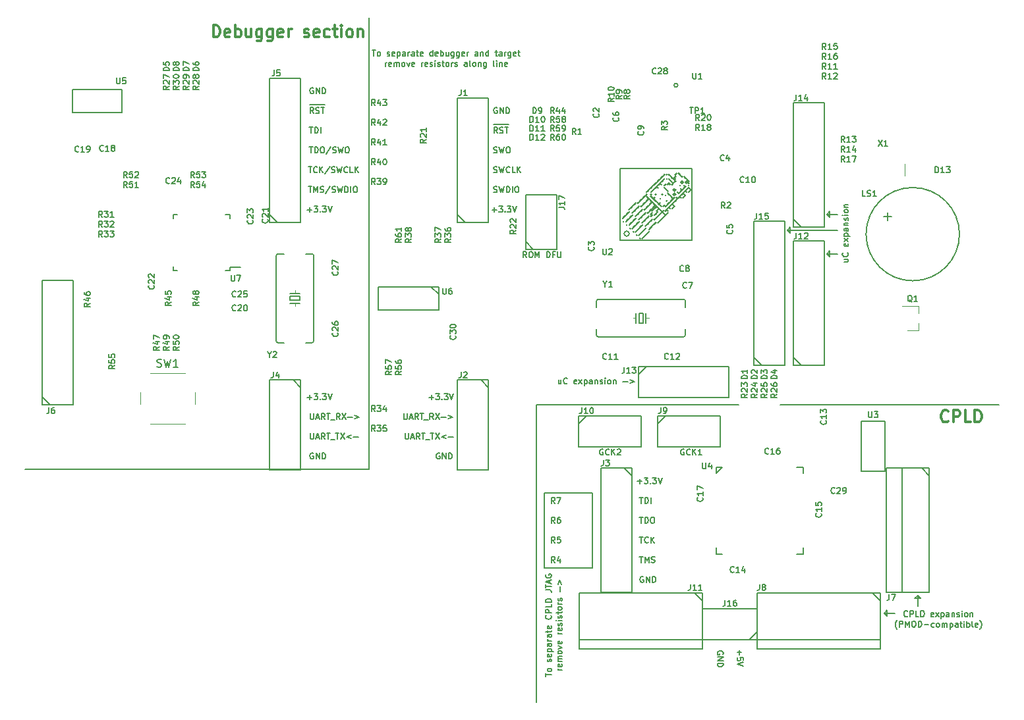
<source format=gbr>
G04 This is an RS-274x file exported by *
G04 gerbv version 2.6.0 *
G04 More information is available about gerbv at *
G04 http://gerbv.gpleda.org/ *
G04 --End of header info--*
%MOIN*%
%FSLAX34Y34*%
%IPPOS*%
G04 --Define apertures--*
%ADD10C,0.0050*%
%ADD11C,0.0120*%
%ADD12C,0.0079*%
%ADD13C,0.0075*%
%ADD14C,0.0059*%
%ADD15C,0.0047*%
%ADD16C,0.0049*%
%ADD17C,0.0020*%
%ADD18C,0.0060*%
%ADD19C,0.0004*%
%ADD20C,0.0039*%
G04 --Start main section--*
G54D10*
G01X0064714Y-023936D02*
G01X0064614Y-023793D01*
G01X0064543Y-023936D02*
G01X0064543Y-023636D01*
G01X0064543Y-023636D02*
G01X0064657Y-023636D01*
G01X0064657Y-023636D02*
G01X0064686Y-023650D01*
G01X0064686Y-023650D02*
G01X0064700Y-023664D01*
G01X0064700Y-023664D02*
G01X0064714Y-023693D01*
G01X0064714Y-023693D02*
G01X0064714Y-023736D01*
G01X0064714Y-023736D02*
G01X0064700Y-023764D01*
G01X0064700Y-023764D02*
G01X0064686Y-023779D01*
G01X0064686Y-023779D02*
G01X0064657Y-023793D01*
G01X0064657Y-023793D02*
G01X0064543Y-023793D01*
G01X0064900Y-023636D02*
G01X0064957Y-023636D01*
G01X0064957Y-023636D02*
G01X0064986Y-023650D01*
G01X0064986Y-023650D02*
G01X0065014Y-023679D01*
G01X0065014Y-023679D02*
G01X0065029Y-023736D01*
G01X0065029Y-023736D02*
G01X0065029Y-023836D01*
G01X0065029Y-023836D02*
G01X0065014Y-023893D01*
G01X0065014Y-023893D02*
G01X0064986Y-023921D01*
G01X0064986Y-023921D02*
G01X0064957Y-023936D01*
G01X0064957Y-023936D02*
G01X0064900Y-023936D01*
G01X0064900Y-023936D02*
G01X0064871Y-023921D01*
G01X0064871Y-023921D02*
G01X0064843Y-023893D01*
G01X0064843Y-023893D02*
G01X0064829Y-023836D01*
G01X0064829Y-023836D02*
G01X0064829Y-023736D01*
G01X0064829Y-023736D02*
G01X0064843Y-023679D01*
G01X0064843Y-023679D02*
G01X0064871Y-023650D01*
G01X0064871Y-023650D02*
G01X0064900Y-023636D01*
G01X0065157Y-023936D02*
G01X0065157Y-023636D01*
G01X0065157Y-023636D02*
G01X0065257Y-023850D01*
G01X0065257Y-023850D02*
G01X0065357Y-023636D01*
G01X0065357Y-023636D02*
G01X0065357Y-023936D01*
G01X0065729Y-023936D02*
G01X0065729Y-023636D01*
G01X0065729Y-023636D02*
G01X0065800Y-023636D01*
G01X0065800Y-023636D02*
G01X0065843Y-023650D01*
G01X0065843Y-023650D02*
G01X0065871Y-023679D01*
G01X0065871Y-023679D02*
G01X0065886Y-023707D01*
G01X0065886Y-023707D02*
G01X0065900Y-023764D01*
G01X0065900Y-023764D02*
G01X0065900Y-023807D01*
G01X0065900Y-023807D02*
G01X0065886Y-023864D01*
G01X0065886Y-023864D02*
G01X0065871Y-023893D01*
G01X0065871Y-023893D02*
G01X0065843Y-023921D01*
G01X0065843Y-023921D02*
G01X0065800Y-023936D01*
G01X0065800Y-023936D02*
G01X0065729Y-023936D01*
G01X0066129Y-023779D02*
G01X0066029Y-023779D01*
G01X0066029Y-023936D02*
G01X0066029Y-023636D01*
G01X0066029Y-023636D02*
G01X0066171Y-023636D01*
G01X0066286Y-023636D02*
G01X0066286Y-023879D01*
G01X0066286Y-023879D02*
G01X0066300Y-023907D01*
G01X0066300Y-023907D02*
G01X0066314Y-023921D01*
G01X0066314Y-023921D02*
G01X0066343Y-023936D01*
G01X0066343Y-023936D02*
G01X0066400Y-023936D01*
G01X0066400Y-023936D02*
G01X0066429Y-023921D01*
G01X0066429Y-023921D02*
G01X0066443Y-023907D01*
G01X0066443Y-023907D02*
G01X0066457Y-023879D01*
G01X0066457Y-023879D02*
G01X0066457Y-023636D01*
G54D11*
G01X0086043Y-032214D02*
G01X0086014Y-032243D01*
G01X0086014Y-032243D02*
G01X0085929Y-032271D01*
G01X0085929Y-032271D02*
G01X0085871Y-032271D01*
G01X0085871Y-032271D02*
G01X0085786Y-032243D01*
G01X0085786Y-032243D02*
G01X0085729Y-032186D01*
G01X0085729Y-032186D02*
G01X0085700Y-032129D01*
G01X0085700Y-032129D02*
G01X0085671Y-032014D01*
G01X0085671Y-032014D02*
G01X0085671Y-031929D01*
G01X0085671Y-031929D02*
G01X0085700Y-031814D01*
G01X0085700Y-031814D02*
G01X0085729Y-031757D01*
G01X0085729Y-031757D02*
G01X0085786Y-031700D01*
G01X0085786Y-031700D02*
G01X0085871Y-031671D01*
G01X0085871Y-031671D02*
G01X0085929Y-031671D01*
G01X0085929Y-031671D02*
G01X0086014Y-031700D01*
G01X0086014Y-031700D02*
G01X0086043Y-031729D01*
G01X0086300Y-032271D02*
G01X0086300Y-031671D01*
G01X0086300Y-031671D02*
G01X0086529Y-031671D01*
G01X0086529Y-031671D02*
G01X0086586Y-031700D01*
G01X0086586Y-031700D02*
G01X0086614Y-031729D01*
G01X0086614Y-031729D02*
G01X0086643Y-031786D01*
G01X0086643Y-031786D02*
G01X0086643Y-031871D01*
G01X0086643Y-031871D02*
G01X0086614Y-031929D01*
G01X0086614Y-031929D02*
G01X0086586Y-031957D01*
G01X0086586Y-031957D02*
G01X0086529Y-031986D01*
G01X0086529Y-031986D02*
G01X0086300Y-031986D01*
G01X0087186Y-032271D02*
G01X0086900Y-032271D01*
G01X0086900Y-032271D02*
G01X0086900Y-031671D01*
G01X0087386Y-032271D02*
G01X0087386Y-031671D01*
G01X0087386Y-031671D02*
G01X0087529Y-031671D01*
G01X0087529Y-031671D02*
G01X0087614Y-031700D01*
G01X0087614Y-031700D02*
G01X0087671Y-031757D01*
G01X0087671Y-031757D02*
G01X0087700Y-031814D01*
G01X0087700Y-031814D02*
G01X0087729Y-031929D01*
G01X0087729Y-031929D02*
G01X0087729Y-032014D01*
G01X0087729Y-032014D02*
G01X0087700Y-032129D01*
G01X0087700Y-032129D02*
G01X0087671Y-032186D01*
G01X0087671Y-032186D02*
G01X0087614Y-032243D01*
G01X0087614Y-032243D02*
G01X0087529Y-032271D01*
G01X0087529Y-032271D02*
G01X0087386Y-032271D01*
G54D12*
G01X0077550Y-031400D02*
G01X0077600Y-031400D01*
G01X0077600Y-031400D02*
G01X0088600Y-031400D01*
G01X0065200Y-031400D02*
G01X0075450Y-031400D01*
G01X0065200Y-046450D02*
G01X0065200Y-031400D01*
G01X0078400Y-022550D02*
G01X0080450Y-022550D01*
G01X0078450Y-022550D02*
G01X0077900Y-022550D01*
G01X0078050Y-022650D02*
G01X0078050Y-022700D01*
G01X0078050Y-022700D02*
G01X0077900Y-022550D01*
G01X0077900Y-022550D02*
G01X0078050Y-022400D01*
G01X0078050Y-022400D02*
G01X0078050Y-022650D01*
G01X0080450Y-023750D02*
G01X0079900Y-023750D01*
G01X0080050Y-023850D02*
G01X0080050Y-023900D01*
G01X0080050Y-023900D02*
G01X0079900Y-023750D01*
G01X0079900Y-023750D02*
G01X0080050Y-023600D01*
G01X0080050Y-023600D02*
G01X0080050Y-023850D01*
G01X0080050Y-021600D02*
G01X0080050Y-021850D01*
G01X0080050Y-021850D02*
G01X0080050Y-021900D01*
G01X0080050Y-021900D02*
G01X0079900Y-021750D01*
G01X0080450Y-021750D02*
G01X0079900Y-021750D01*
G01X0079900Y-021750D02*
G01X0080050Y-021600D01*
G54D13*
G01X0066457Y-030136D02*
G01X0066457Y-030336D01*
G01X0066329Y-030136D02*
G01X0066329Y-030293D01*
G01X0066329Y-030293D02*
G01X0066343Y-030321D01*
G01X0066343Y-030321D02*
G01X0066371Y-030336D01*
G01X0066371Y-030336D02*
G01X0066414Y-030336D01*
G01X0066414Y-030336D02*
G01X0066443Y-030321D01*
G01X0066443Y-030321D02*
G01X0066457Y-030307D01*
G01X0066771Y-030307D02*
G01X0066757Y-030321D01*
G01X0066757Y-030321D02*
G01X0066714Y-030336D01*
G01X0066714Y-030336D02*
G01X0066686Y-030336D01*
G01X0066686Y-030336D02*
G01X0066643Y-030321D01*
G01X0066643Y-030321D02*
G01X0066614Y-030293D01*
G01X0066614Y-030293D02*
G01X0066600Y-030264D01*
G01X0066600Y-030264D02*
G01X0066586Y-030207D01*
G01X0066586Y-030207D02*
G01X0066586Y-030164D01*
G01X0066586Y-030164D02*
G01X0066600Y-030107D01*
G01X0066600Y-030107D02*
G01X0066614Y-030079D01*
G01X0066614Y-030079D02*
G01X0066643Y-030050D01*
G01X0066643Y-030050D02*
G01X0066686Y-030036D01*
G01X0066686Y-030036D02*
G01X0066714Y-030036D01*
G01X0066714Y-030036D02*
G01X0066757Y-030050D01*
G01X0066757Y-030050D02*
G01X0066771Y-030064D01*
G01X0067243Y-030321D02*
G01X0067214Y-030336D01*
G01X0067214Y-030336D02*
G01X0067157Y-030336D01*
G01X0067157Y-030336D02*
G01X0067129Y-030321D01*
G01X0067129Y-030321D02*
G01X0067114Y-030293D01*
G01X0067114Y-030293D02*
G01X0067114Y-030179D01*
G01X0067114Y-030179D02*
G01X0067129Y-030150D01*
G01X0067129Y-030150D02*
G01X0067157Y-030136D01*
G01X0067157Y-030136D02*
G01X0067214Y-030136D01*
G01X0067214Y-030136D02*
G01X0067243Y-030150D01*
G01X0067243Y-030150D02*
G01X0067257Y-030179D01*
G01X0067257Y-030179D02*
G01X0067257Y-030207D01*
G01X0067257Y-030207D02*
G01X0067114Y-030236D01*
G01X0067357Y-030336D02*
G01X0067514Y-030136D01*
G01X0067357Y-030136D02*
G01X0067514Y-030336D01*
G01X0067629Y-030136D02*
G01X0067629Y-030436D01*
G01X0067629Y-030150D02*
G01X0067657Y-030136D01*
G01X0067657Y-030136D02*
G01X0067714Y-030136D01*
G01X0067714Y-030136D02*
G01X0067743Y-030150D01*
G01X0067743Y-030150D02*
G01X0067757Y-030164D01*
G01X0067757Y-030164D02*
G01X0067771Y-030193D01*
G01X0067771Y-030193D02*
G01X0067771Y-030279D01*
G01X0067771Y-030279D02*
G01X0067757Y-030307D01*
G01X0067757Y-030307D02*
G01X0067743Y-030321D01*
G01X0067743Y-030321D02*
G01X0067714Y-030336D01*
G01X0067714Y-030336D02*
G01X0067657Y-030336D01*
G01X0067657Y-030336D02*
G01X0067629Y-030321D01*
G01X0068029Y-030336D02*
G01X0068029Y-030179D01*
G01X0068029Y-030179D02*
G01X0068014Y-030150D01*
G01X0068014Y-030150D02*
G01X0067986Y-030136D01*
G01X0067986Y-030136D02*
G01X0067929Y-030136D01*
G01X0067929Y-030136D02*
G01X0067900Y-030150D01*
G01X0068029Y-030321D02*
G01X0068000Y-030336D01*
G01X0068000Y-030336D02*
G01X0067929Y-030336D01*
G01X0067929Y-030336D02*
G01X0067900Y-030321D01*
G01X0067900Y-030321D02*
G01X0067886Y-030293D01*
G01X0067886Y-030293D02*
G01X0067886Y-030264D01*
G01X0067886Y-030264D02*
G01X0067900Y-030236D01*
G01X0067900Y-030236D02*
G01X0067929Y-030221D01*
G01X0067929Y-030221D02*
G01X0068000Y-030221D01*
G01X0068000Y-030221D02*
G01X0068029Y-030207D01*
G01X0068171Y-030136D02*
G01X0068171Y-030336D01*
G01X0068171Y-030164D02*
G01X0068186Y-030150D01*
G01X0068186Y-030150D02*
G01X0068214Y-030136D01*
G01X0068214Y-030136D02*
G01X0068257Y-030136D01*
G01X0068257Y-030136D02*
G01X0068286Y-030150D01*
G01X0068286Y-030150D02*
G01X0068300Y-030179D01*
G01X0068300Y-030179D02*
G01X0068300Y-030336D01*
G01X0068429Y-030321D02*
G01X0068457Y-030336D01*
G01X0068457Y-030336D02*
G01X0068514Y-030336D01*
G01X0068514Y-030336D02*
G01X0068543Y-030321D01*
G01X0068543Y-030321D02*
G01X0068557Y-030293D01*
G01X0068557Y-030293D02*
G01X0068557Y-030279D01*
G01X0068557Y-030279D02*
G01X0068543Y-030250D01*
G01X0068543Y-030250D02*
G01X0068514Y-030236D01*
G01X0068514Y-030236D02*
G01X0068471Y-030236D01*
G01X0068471Y-030236D02*
G01X0068443Y-030221D01*
G01X0068443Y-030221D02*
G01X0068429Y-030193D01*
G01X0068429Y-030193D02*
G01X0068429Y-030179D01*
G01X0068429Y-030179D02*
G01X0068443Y-030150D01*
G01X0068443Y-030150D02*
G01X0068471Y-030136D01*
G01X0068471Y-030136D02*
G01X0068514Y-030136D01*
G01X0068514Y-030136D02*
G01X0068543Y-030150D01*
G01X0068686Y-030336D02*
G01X0068686Y-030136D01*
G01X0068686Y-030036D02*
G01X0068671Y-030050D01*
G01X0068671Y-030050D02*
G01X0068686Y-030064D01*
G01X0068686Y-030064D02*
G01X0068700Y-030050D01*
G01X0068700Y-030050D02*
G01X0068686Y-030036D01*
G01X0068686Y-030036D02*
G01X0068686Y-030064D01*
G01X0068871Y-030336D02*
G01X0068843Y-030321D01*
G01X0068843Y-030321D02*
G01X0068829Y-030307D01*
G01X0068829Y-030307D02*
G01X0068814Y-030279D01*
G01X0068814Y-030279D02*
G01X0068814Y-030193D01*
G01X0068814Y-030193D02*
G01X0068829Y-030164D01*
G01X0068829Y-030164D02*
G01X0068843Y-030150D01*
G01X0068843Y-030150D02*
G01X0068871Y-030136D01*
G01X0068871Y-030136D02*
G01X0068914Y-030136D01*
G01X0068914Y-030136D02*
G01X0068943Y-030150D01*
G01X0068943Y-030150D02*
G01X0068957Y-030164D01*
G01X0068957Y-030164D02*
G01X0068971Y-030193D01*
G01X0068971Y-030193D02*
G01X0068971Y-030279D01*
G01X0068971Y-030279D02*
G01X0068957Y-030307D01*
G01X0068957Y-030307D02*
G01X0068943Y-030321D01*
G01X0068943Y-030321D02*
G01X0068914Y-030336D01*
G01X0068914Y-030336D02*
G01X0068871Y-030336D01*
G01X0069100Y-030136D02*
G01X0069100Y-030336D01*
G01X0069100Y-030164D02*
G01X0069114Y-030150D01*
G01X0069114Y-030150D02*
G01X0069143Y-030136D01*
G01X0069143Y-030136D02*
G01X0069186Y-030136D01*
G01X0069186Y-030136D02*
G01X0069214Y-030150D01*
G01X0069214Y-030150D02*
G01X0069229Y-030179D01*
G01X0069229Y-030179D02*
G01X0069229Y-030336D01*
G01X0069571Y-030236D02*
G01X0069829Y-030236D01*
G01X0069943Y-030136D02*
G01X0070171Y-030221D01*
G01X0070171Y-030221D02*
G01X0069943Y-030307D01*
G01X0080786Y-024021D02*
G01X0080986Y-024021D01*
G01X0080786Y-024150D02*
G01X0080943Y-024150D01*
G01X0080943Y-024150D02*
G01X0080971Y-024136D01*
G01X0080971Y-024136D02*
G01X0080986Y-024107D01*
G01X0080986Y-024107D02*
G01X0080986Y-024064D01*
G01X0080986Y-024064D02*
G01X0080971Y-024036D01*
G01X0080971Y-024036D02*
G01X0080957Y-024021D01*
G01X0080957Y-023707D02*
G01X0080971Y-023721D01*
G01X0080971Y-023721D02*
G01X0080986Y-023764D01*
G01X0080986Y-023764D02*
G01X0080986Y-023793D01*
G01X0080986Y-023793D02*
G01X0080971Y-023836D01*
G01X0080971Y-023836D02*
G01X0080943Y-023864D01*
G01X0080943Y-023864D02*
G01X0080914Y-023879D01*
G01X0080914Y-023879D02*
G01X0080857Y-023893D01*
G01X0080857Y-023893D02*
G01X0080814Y-023893D01*
G01X0080814Y-023893D02*
G01X0080757Y-023879D01*
G01X0080757Y-023879D02*
G01X0080729Y-023864D01*
G01X0080729Y-023864D02*
G01X0080700Y-023836D01*
G01X0080700Y-023836D02*
G01X0080686Y-023793D01*
G01X0080686Y-023793D02*
G01X0080686Y-023764D01*
G01X0080686Y-023764D02*
G01X0080700Y-023721D01*
G01X0080700Y-023721D02*
G01X0080714Y-023707D01*
G01X0080971Y-023236D02*
G01X0080986Y-023264D01*
G01X0080986Y-023264D02*
G01X0080986Y-023321D01*
G01X0080986Y-023321D02*
G01X0080971Y-023350D01*
G01X0080971Y-023350D02*
G01X0080943Y-023364D01*
G01X0080943Y-023364D02*
G01X0080829Y-023364D01*
G01X0080829Y-023364D02*
G01X0080800Y-023350D01*
G01X0080800Y-023350D02*
G01X0080786Y-023321D01*
G01X0080786Y-023321D02*
G01X0080786Y-023264D01*
G01X0080786Y-023264D02*
G01X0080800Y-023236D01*
G01X0080800Y-023236D02*
G01X0080829Y-023221D01*
G01X0080829Y-023221D02*
G01X0080857Y-023221D01*
G01X0080857Y-023221D02*
G01X0080886Y-023364D01*
G01X0080986Y-023121D02*
G01X0080786Y-022964D01*
G01X0080786Y-023121D02*
G01X0080986Y-022964D01*
G01X0080786Y-022850D02*
G01X0081086Y-022850D01*
G01X0080800Y-022850D02*
G01X0080786Y-022821D01*
G01X0080786Y-022821D02*
G01X0080786Y-022764D01*
G01X0080786Y-022764D02*
G01X0080800Y-022736D01*
G01X0080800Y-022736D02*
G01X0080814Y-022721D01*
G01X0080814Y-022721D02*
G01X0080843Y-022707D01*
G01X0080843Y-022707D02*
G01X0080929Y-022707D01*
G01X0080929Y-022707D02*
G01X0080957Y-022721D01*
G01X0080957Y-022721D02*
G01X0080971Y-022736D01*
G01X0080971Y-022736D02*
G01X0080986Y-022764D01*
G01X0080986Y-022764D02*
G01X0080986Y-022821D01*
G01X0080986Y-022821D02*
G01X0080971Y-022850D01*
G01X0080986Y-022450D02*
G01X0080829Y-022450D01*
G01X0080829Y-022450D02*
G01X0080800Y-022464D01*
G01X0080800Y-022464D02*
G01X0080786Y-022493D01*
G01X0080786Y-022493D02*
G01X0080786Y-022550D01*
G01X0080786Y-022550D02*
G01X0080800Y-022579D01*
G01X0080971Y-022450D02*
G01X0080986Y-022479D01*
G01X0080986Y-022479D02*
G01X0080986Y-022550D01*
G01X0080986Y-022550D02*
G01X0080971Y-022579D01*
G01X0080971Y-022579D02*
G01X0080943Y-022593D01*
G01X0080943Y-022593D02*
G01X0080914Y-022593D01*
G01X0080914Y-022593D02*
G01X0080886Y-022579D01*
G01X0080886Y-022579D02*
G01X0080871Y-022550D01*
G01X0080871Y-022550D02*
G01X0080871Y-022479D01*
G01X0080871Y-022479D02*
G01X0080857Y-022450D01*
G01X0080786Y-022307D02*
G01X0080986Y-022307D01*
G01X0080814Y-022307D02*
G01X0080800Y-022293D01*
G01X0080800Y-022293D02*
G01X0080786Y-022264D01*
G01X0080786Y-022264D02*
G01X0080786Y-022221D01*
G01X0080786Y-022221D02*
G01X0080800Y-022193D01*
G01X0080800Y-022193D02*
G01X0080829Y-022179D01*
G01X0080829Y-022179D02*
G01X0080986Y-022179D01*
G01X0080971Y-022050D02*
G01X0080986Y-022021D01*
G01X0080986Y-022021D02*
G01X0080986Y-021964D01*
G01X0080986Y-021964D02*
G01X0080971Y-021936D01*
G01X0080971Y-021936D02*
G01X0080943Y-021921D01*
G01X0080943Y-021921D02*
G01X0080929Y-021921D01*
G01X0080929Y-021921D02*
G01X0080900Y-021936D01*
G01X0080900Y-021936D02*
G01X0080886Y-021964D01*
G01X0080886Y-021964D02*
G01X0080886Y-022007D01*
G01X0080886Y-022007D02*
G01X0080871Y-022036D01*
G01X0080871Y-022036D02*
G01X0080843Y-022050D01*
G01X0080843Y-022050D02*
G01X0080829Y-022050D01*
G01X0080829Y-022050D02*
G01X0080800Y-022036D01*
G01X0080800Y-022036D02*
G01X0080786Y-022007D01*
G01X0080786Y-022007D02*
G01X0080786Y-021964D01*
G01X0080786Y-021964D02*
G01X0080800Y-021936D01*
G01X0080986Y-021793D02*
G01X0080786Y-021793D01*
G01X0080686Y-021793D02*
G01X0080700Y-021807D01*
G01X0080700Y-021807D02*
G01X0080714Y-021793D01*
G01X0080714Y-021793D02*
G01X0080700Y-021779D01*
G01X0080700Y-021779D02*
G01X0080686Y-021793D01*
G01X0080686Y-021793D02*
G01X0080714Y-021793D01*
G01X0080986Y-021607D02*
G01X0080971Y-021636D01*
G01X0080971Y-021636D02*
G01X0080957Y-021650D01*
G01X0080957Y-021650D02*
G01X0080929Y-021664D01*
G01X0080929Y-021664D02*
G01X0080843Y-021664D01*
G01X0080843Y-021664D02*
G01X0080814Y-021650D01*
G01X0080814Y-021650D02*
G01X0080800Y-021636D01*
G01X0080800Y-021636D02*
G01X0080786Y-021607D01*
G01X0080786Y-021607D02*
G01X0080786Y-021564D01*
G01X0080786Y-021564D02*
G01X0080800Y-021536D01*
G01X0080800Y-021536D02*
G01X0080814Y-021521D01*
G01X0080814Y-021521D02*
G01X0080843Y-021507D01*
G01X0080843Y-021507D02*
G01X0080929Y-021507D01*
G01X0080929Y-021507D02*
G01X0080957Y-021521D01*
G01X0080957Y-021521D02*
G01X0080971Y-021536D01*
G01X0080971Y-021536D02*
G01X0080986Y-021564D01*
G01X0080986Y-021564D02*
G01X0080986Y-021607D01*
G01X0080786Y-021379D02*
G01X0080986Y-021379D01*
G01X0080814Y-021379D02*
G01X0080800Y-021364D01*
G01X0080800Y-021364D02*
G01X0080786Y-021336D01*
G01X0080786Y-021336D02*
G01X0080786Y-021293D01*
G01X0080786Y-021293D02*
G01X0080800Y-021264D01*
G01X0080800Y-021264D02*
G01X0080829Y-021250D01*
G01X0080829Y-021250D02*
G01X0080986Y-021250D01*
G01X0068577Y-033650D02*
G01X0068549Y-033636D01*
G01X0068549Y-033636D02*
G01X0068506Y-033636D01*
G01X0068506Y-033636D02*
G01X0068463Y-033650D01*
G01X0068463Y-033650D02*
G01X0068434Y-033679D01*
G01X0068434Y-033679D02*
G01X0068420Y-033707D01*
G01X0068420Y-033707D02*
G01X0068406Y-033764D01*
G01X0068406Y-033764D02*
G01X0068406Y-033807D01*
G01X0068406Y-033807D02*
G01X0068420Y-033864D01*
G01X0068420Y-033864D02*
G01X0068434Y-033893D01*
G01X0068434Y-033893D02*
G01X0068463Y-033921D01*
G01X0068463Y-033921D02*
G01X0068506Y-033936D01*
G01X0068506Y-033936D02*
G01X0068534Y-033936D01*
G01X0068534Y-033936D02*
G01X0068577Y-033921D01*
G01X0068577Y-033921D02*
G01X0068592Y-033907D01*
G01X0068592Y-033907D02*
G01X0068592Y-033807D01*
G01X0068592Y-033807D02*
G01X0068534Y-033807D01*
G01X0068892Y-033907D02*
G01X0068877Y-033921D01*
G01X0068877Y-033921D02*
G01X0068834Y-033936D01*
G01X0068834Y-033936D02*
G01X0068806Y-033936D01*
G01X0068806Y-033936D02*
G01X0068763Y-033921D01*
G01X0068763Y-033921D02*
G01X0068734Y-033893D01*
G01X0068734Y-033893D02*
G01X0068720Y-033864D01*
G01X0068720Y-033864D02*
G01X0068706Y-033807D01*
G01X0068706Y-033807D02*
G01X0068706Y-033764D01*
G01X0068706Y-033764D02*
G01X0068720Y-033707D01*
G01X0068720Y-033707D02*
G01X0068734Y-033679D01*
G01X0068734Y-033679D02*
G01X0068763Y-033650D01*
G01X0068763Y-033650D02*
G01X0068806Y-033636D01*
G01X0068806Y-033636D02*
G01X0068834Y-033636D01*
G01X0068834Y-033636D02*
G01X0068877Y-033650D01*
G01X0068877Y-033650D02*
G01X0068892Y-033664D01*
G01X0069020Y-033936D02*
G01X0069020Y-033636D01*
G01X0069192Y-033936D02*
G01X0069063Y-033764D01*
G01X0069192Y-033636D02*
G01X0069020Y-033807D01*
G01X0069306Y-033664D02*
G01X0069320Y-033650D01*
G01X0069320Y-033650D02*
G01X0069349Y-033636D01*
G01X0069349Y-033636D02*
G01X0069420Y-033636D01*
G01X0069420Y-033636D02*
G01X0069449Y-033650D01*
G01X0069449Y-033650D02*
G01X0069463Y-033664D01*
G01X0069463Y-033664D02*
G01X0069477Y-033693D01*
G01X0069477Y-033693D02*
G01X0069477Y-033721D01*
G01X0069477Y-033721D02*
G01X0069463Y-033764D01*
G01X0069463Y-033764D02*
G01X0069292Y-033936D01*
G01X0069292Y-033936D02*
G01X0069477Y-033936D01*
G01X0072677Y-033650D02*
G01X0072649Y-033636D01*
G01X0072649Y-033636D02*
G01X0072606Y-033636D01*
G01X0072606Y-033636D02*
G01X0072563Y-033650D01*
G01X0072563Y-033650D02*
G01X0072534Y-033679D01*
G01X0072534Y-033679D02*
G01X0072520Y-033707D01*
G01X0072520Y-033707D02*
G01X0072506Y-033764D01*
G01X0072506Y-033764D02*
G01X0072506Y-033807D01*
G01X0072506Y-033807D02*
G01X0072520Y-033864D01*
G01X0072520Y-033864D02*
G01X0072534Y-033893D01*
G01X0072534Y-033893D02*
G01X0072563Y-033921D01*
G01X0072563Y-033921D02*
G01X0072606Y-033936D01*
G01X0072606Y-033936D02*
G01X0072634Y-033936D01*
G01X0072634Y-033936D02*
G01X0072677Y-033921D01*
G01X0072677Y-033921D02*
G01X0072692Y-033907D01*
G01X0072692Y-033907D02*
G01X0072692Y-033807D01*
G01X0072692Y-033807D02*
G01X0072634Y-033807D01*
G01X0072992Y-033907D02*
G01X0072977Y-033921D01*
G01X0072977Y-033921D02*
G01X0072934Y-033936D01*
G01X0072934Y-033936D02*
G01X0072906Y-033936D01*
G01X0072906Y-033936D02*
G01X0072863Y-033921D01*
G01X0072863Y-033921D02*
G01X0072834Y-033893D01*
G01X0072834Y-033893D02*
G01X0072820Y-033864D01*
G01X0072820Y-033864D02*
G01X0072806Y-033807D01*
G01X0072806Y-033807D02*
G01X0072806Y-033764D01*
G01X0072806Y-033764D02*
G01X0072820Y-033707D01*
G01X0072820Y-033707D02*
G01X0072834Y-033679D01*
G01X0072834Y-033679D02*
G01X0072863Y-033650D01*
G01X0072863Y-033650D02*
G01X0072906Y-033636D01*
G01X0072906Y-033636D02*
G01X0072934Y-033636D01*
G01X0072934Y-033636D02*
G01X0072977Y-033650D01*
G01X0072977Y-033650D02*
G01X0072992Y-033664D01*
G01X0073120Y-033936D02*
G01X0073120Y-033636D01*
G01X0073292Y-033936D02*
G01X0073163Y-033764D01*
G01X0073292Y-033636D02*
G01X0073120Y-033807D01*
G01X0073577Y-033936D02*
G01X0073406Y-033936D01*
G01X0073492Y-033936D02*
G01X0073492Y-033636D01*
G01X0073492Y-033636D02*
G01X0073463Y-033679D01*
G01X0073463Y-033679D02*
G01X0073434Y-033707D01*
G01X0073434Y-033707D02*
G01X0073406Y-033721D01*
G54D12*
G01X0084650Y-041200D02*
G01X0084400Y-041200D01*
G01X0084400Y-041200D02*
G01X0084350Y-041200D01*
G01X0084350Y-041200D02*
G01X0084500Y-041050D01*
G01X0084500Y-041600D02*
G01X0084500Y-041050D01*
G01X0084500Y-041050D02*
G01X0084650Y-041200D01*
G01X0082950Y-042100D02*
G01X0082800Y-041950D01*
G01X0082950Y-042050D02*
G01X0082950Y-042100D01*
G01X0082950Y-041800D02*
G01X0082950Y-042050D01*
G01X0082800Y-041950D02*
G01X0082950Y-041800D01*
G01X0083350Y-041950D02*
G01X0082800Y-041950D01*
G54D13*
G01X0083986Y-042095D02*
G01X0083971Y-042109D01*
G01X0083971Y-042109D02*
G01X0083929Y-042123D01*
G01X0083929Y-042123D02*
G01X0083900Y-042123D01*
G01X0083900Y-042123D02*
G01X0083857Y-042109D01*
G01X0083857Y-042109D02*
G01X0083829Y-042080D01*
G01X0083829Y-042080D02*
G01X0083814Y-042052D01*
G01X0083814Y-042052D02*
G01X0083800Y-041995D01*
G01X0083800Y-041995D02*
G01X0083800Y-041952D01*
G01X0083800Y-041952D02*
G01X0083814Y-041895D01*
G01X0083814Y-041895D02*
G01X0083829Y-041866D01*
G01X0083829Y-041866D02*
G01X0083857Y-041837D01*
G01X0083857Y-041837D02*
G01X0083900Y-041823D01*
G01X0083900Y-041823D02*
G01X0083929Y-041823D01*
G01X0083929Y-041823D02*
G01X0083971Y-041837D01*
G01X0083971Y-041837D02*
G01X0083986Y-041852D01*
G01X0084114Y-042123D02*
G01X0084114Y-041823D01*
G01X0084114Y-041823D02*
G01X0084229Y-041823D01*
G01X0084229Y-041823D02*
G01X0084257Y-041837D01*
G01X0084257Y-041837D02*
G01X0084271Y-041852D01*
G01X0084271Y-041852D02*
G01X0084286Y-041880D01*
G01X0084286Y-041880D02*
G01X0084286Y-041923D01*
G01X0084286Y-041923D02*
G01X0084271Y-041952D01*
G01X0084271Y-041952D02*
G01X0084257Y-041966D01*
G01X0084257Y-041966D02*
G01X0084229Y-041980D01*
G01X0084229Y-041980D02*
G01X0084114Y-041980D01*
G01X0084557Y-042123D02*
G01X0084414Y-042123D01*
G01X0084414Y-042123D02*
G01X0084414Y-041823D01*
G01X0084657Y-042123D02*
G01X0084657Y-041823D01*
G01X0084657Y-041823D02*
G01X0084729Y-041823D01*
G01X0084729Y-041823D02*
G01X0084771Y-041837D01*
G01X0084771Y-041837D02*
G01X0084800Y-041866D01*
G01X0084800Y-041866D02*
G01X0084814Y-041895D01*
G01X0084814Y-041895D02*
G01X0084829Y-041952D01*
G01X0084829Y-041952D02*
G01X0084829Y-041995D01*
G01X0084829Y-041995D02*
G01X0084814Y-042052D01*
G01X0084814Y-042052D02*
G01X0084800Y-042080D01*
G01X0084800Y-042080D02*
G01X0084771Y-042109D01*
G01X0084771Y-042109D02*
G01X0084729Y-042123D01*
G01X0084729Y-042123D02*
G01X0084657Y-042123D01*
G01X0085300Y-042109D02*
G01X0085271Y-042123D01*
G01X0085271Y-042123D02*
G01X0085214Y-042123D01*
G01X0085214Y-042123D02*
G01X0085186Y-042109D01*
G01X0085186Y-042109D02*
G01X0085171Y-042080D01*
G01X0085171Y-042080D02*
G01X0085171Y-041966D01*
G01X0085171Y-041966D02*
G01X0085186Y-041937D01*
G01X0085186Y-041937D02*
G01X0085214Y-041923D01*
G01X0085214Y-041923D02*
G01X0085271Y-041923D01*
G01X0085271Y-041923D02*
G01X0085300Y-041937D01*
G01X0085300Y-041937D02*
G01X0085314Y-041966D01*
G01X0085314Y-041966D02*
G01X0085314Y-041995D01*
G01X0085314Y-041995D02*
G01X0085171Y-042023D01*
G01X0085414Y-042123D02*
G01X0085571Y-041923D01*
G01X0085414Y-041923D02*
G01X0085571Y-042123D01*
G01X0085686Y-041923D02*
G01X0085686Y-042223D01*
G01X0085686Y-041937D02*
G01X0085714Y-041923D01*
G01X0085714Y-041923D02*
G01X0085771Y-041923D01*
G01X0085771Y-041923D02*
G01X0085800Y-041937D01*
G01X0085800Y-041937D02*
G01X0085814Y-041952D01*
G01X0085814Y-041952D02*
G01X0085829Y-041980D01*
G01X0085829Y-041980D02*
G01X0085829Y-042066D01*
G01X0085829Y-042066D02*
G01X0085814Y-042095D01*
G01X0085814Y-042095D02*
G01X0085800Y-042109D01*
G01X0085800Y-042109D02*
G01X0085771Y-042123D01*
G01X0085771Y-042123D02*
G01X0085714Y-042123D01*
G01X0085714Y-042123D02*
G01X0085686Y-042109D01*
G01X0086086Y-042123D02*
G01X0086086Y-041966D01*
G01X0086086Y-041966D02*
G01X0086071Y-041937D01*
G01X0086071Y-041937D02*
G01X0086043Y-041923D01*
G01X0086043Y-041923D02*
G01X0085986Y-041923D01*
G01X0085986Y-041923D02*
G01X0085957Y-041937D01*
G01X0086086Y-042109D02*
G01X0086057Y-042123D01*
G01X0086057Y-042123D02*
G01X0085986Y-042123D01*
G01X0085986Y-042123D02*
G01X0085957Y-042109D01*
G01X0085957Y-042109D02*
G01X0085943Y-042080D01*
G01X0085943Y-042080D02*
G01X0085943Y-042052D01*
G01X0085943Y-042052D02*
G01X0085957Y-042023D01*
G01X0085957Y-042023D02*
G01X0085986Y-042009D01*
G01X0085986Y-042009D02*
G01X0086057Y-042009D01*
G01X0086057Y-042009D02*
G01X0086086Y-041995D01*
G01X0086229Y-041923D02*
G01X0086229Y-042123D01*
G01X0086229Y-041952D02*
G01X0086243Y-041937D01*
G01X0086243Y-041937D02*
G01X0086271Y-041923D01*
G01X0086271Y-041923D02*
G01X0086314Y-041923D01*
G01X0086314Y-041923D02*
G01X0086343Y-041937D01*
G01X0086343Y-041937D02*
G01X0086357Y-041966D01*
G01X0086357Y-041966D02*
G01X0086357Y-042123D01*
G01X0086486Y-042109D02*
G01X0086514Y-042123D01*
G01X0086514Y-042123D02*
G01X0086571Y-042123D01*
G01X0086571Y-042123D02*
G01X0086600Y-042109D01*
G01X0086600Y-042109D02*
G01X0086614Y-042080D01*
G01X0086614Y-042080D02*
G01X0086614Y-042066D01*
G01X0086614Y-042066D02*
G01X0086600Y-042037D01*
G01X0086600Y-042037D02*
G01X0086571Y-042023D01*
G01X0086571Y-042023D02*
G01X0086529Y-042023D01*
G01X0086529Y-042023D02*
G01X0086500Y-042009D01*
G01X0086500Y-042009D02*
G01X0086486Y-041980D01*
G01X0086486Y-041980D02*
G01X0086486Y-041966D01*
G01X0086486Y-041966D02*
G01X0086500Y-041937D01*
G01X0086500Y-041937D02*
G01X0086529Y-041923D01*
G01X0086529Y-041923D02*
G01X0086571Y-041923D01*
G01X0086571Y-041923D02*
G01X0086600Y-041937D01*
G01X0086743Y-042123D02*
G01X0086743Y-041923D01*
G01X0086743Y-041823D02*
G01X0086729Y-041837D01*
G01X0086729Y-041837D02*
G01X0086743Y-041852D01*
G01X0086743Y-041852D02*
G01X0086757Y-041837D01*
G01X0086757Y-041837D02*
G01X0086743Y-041823D01*
G01X0086743Y-041823D02*
G01X0086743Y-041852D01*
G01X0086929Y-042123D02*
G01X0086900Y-042109D01*
G01X0086900Y-042109D02*
G01X0086886Y-042095D01*
G01X0086886Y-042095D02*
G01X0086871Y-042066D01*
G01X0086871Y-042066D02*
G01X0086871Y-041980D01*
G01X0086871Y-041980D02*
G01X0086886Y-041952D01*
G01X0086886Y-041952D02*
G01X0086900Y-041937D01*
G01X0086900Y-041937D02*
G01X0086929Y-041923D01*
G01X0086929Y-041923D02*
G01X0086971Y-041923D01*
G01X0086971Y-041923D02*
G01X0087000Y-041937D01*
G01X0087000Y-041937D02*
G01X0087014Y-041952D01*
G01X0087014Y-041952D02*
G01X0087029Y-041980D01*
G01X0087029Y-041980D02*
G01X0087029Y-042066D01*
G01X0087029Y-042066D02*
G01X0087014Y-042095D01*
G01X0087014Y-042095D02*
G01X0087000Y-042109D01*
G01X0087000Y-042109D02*
G01X0086971Y-042123D01*
G01X0086971Y-042123D02*
G01X0086929Y-042123D01*
G01X0087157Y-041923D02*
G01X0087157Y-042123D01*
G01X0087157Y-041952D02*
G01X0087171Y-041937D01*
G01X0087171Y-041937D02*
G01X0087200Y-041923D01*
G01X0087200Y-041923D02*
G01X0087243Y-041923D01*
G01X0087243Y-041923D02*
G01X0087271Y-041937D01*
G01X0087271Y-041937D02*
G01X0087286Y-041966D01*
G01X0087286Y-041966D02*
G01X0087286Y-042123D01*
G01X0083457Y-042762D02*
G01X0083443Y-042748D01*
G01X0083443Y-042748D02*
G01X0083414Y-042705D01*
G01X0083414Y-042705D02*
G01X0083400Y-042677D01*
G01X0083400Y-042677D02*
G01X0083386Y-042634D01*
G01X0083386Y-042634D02*
G01X0083371Y-042562D01*
G01X0083371Y-042562D02*
G01X0083371Y-042505D01*
G01X0083371Y-042505D02*
G01X0083386Y-042434D01*
G01X0083386Y-042434D02*
G01X0083400Y-042391D01*
G01X0083400Y-042391D02*
G01X0083414Y-042362D01*
G01X0083414Y-042362D02*
G01X0083443Y-042320D01*
G01X0083443Y-042320D02*
G01X0083457Y-042305D01*
G01X0083571Y-042648D02*
G01X0083571Y-042348D01*
G01X0083571Y-042348D02*
G01X0083686Y-042348D01*
G01X0083686Y-042348D02*
G01X0083714Y-042362D01*
G01X0083714Y-042362D02*
G01X0083729Y-042377D01*
G01X0083729Y-042377D02*
G01X0083743Y-042405D01*
G01X0083743Y-042405D02*
G01X0083743Y-042448D01*
G01X0083743Y-042448D02*
G01X0083729Y-042477D01*
G01X0083729Y-042477D02*
G01X0083714Y-042491D01*
G01X0083714Y-042491D02*
G01X0083686Y-042505D01*
G01X0083686Y-042505D02*
G01X0083571Y-042505D01*
G01X0083871Y-042648D02*
G01X0083871Y-042348D01*
G01X0083871Y-042348D02*
G01X0083971Y-042562D01*
G01X0083971Y-042562D02*
G01X0084071Y-042348D01*
G01X0084071Y-042348D02*
G01X0084071Y-042648D01*
G01X0084271Y-042348D02*
G01X0084329Y-042348D01*
G01X0084329Y-042348D02*
G01X0084357Y-042362D01*
G01X0084357Y-042362D02*
G01X0084386Y-042391D01*
G01X0084386Y-042391D02*
G01X0084400Y-042448D01*
G01X0084400Y-042448D02*
G01X0084400Y-042548D01*
G01X0084400Y-042548D02*
G01X0084386Y-042605D01*
G01X0084386Y-042605D02*
G01X0084357Y-042634D01*
G01X0084357Y-042634D02*
G01X0084329Y-042648D01*
G01X0084329Y-042648D02*
G01X0084271Y-042648D01*
G01X0084271Y-042648D02*
G01X0084243Y-042634D01*
G01X0084243Y-042634D02*
G01X0084214Y-042605D01*
G01X0084214Y-042605D02*
G01X0084200Y-042548D01*
G01X0084200Y-042548D02*
G01X0084200Y-042448D01*
G01X0084200Y-042448D02*
G01X0084214Y-042391D01*
G01X0084214Y-042391D02*
G01X0084243Y-042362D01*
G01X0084243Y-042362D02*
G01X0084271Y-042348D01*
G01X0084529Y-042648D02*
G01X0084529Y-042348D01*
G01X0084529Y-042348D02*
G01X0084600Y-042348D01*
G01X0084600Y-042348D02*
G01X0084643Y-042362D01*
G01X0084643Y-042362D02*
G01X0084671Y-042391D01*
G01X0084671Y-042391D02*
G01X0084686Y-042420D01*
G01X0084686Y-042420D02*
G01X0084700Y-042477D01*
G01X0084700Y-042477D02*
G01X0084700Y-042520D01*
G01X0084700Y-042520D02*
G01X0084686Y-042577D01*
G01X0084686Y-042577D02*
G01X0084671Y-042605D01*
G01X0084671Y-042605D02*
G01X0084643Y-042634D01*
G01X0084643Y-042634D02*
G01X0084600Y-042648D01*
G01X0084600Y-042648D02*
G01X0084529Y-042648D01*
G01X0084829Y-042534D02*
G01X0085057Y-042534D01*
G01X0085329Y-042634D02*
G01X0085300Y-042648D01*
G01X0085300Y-042648D02*
G01X0085243Y-042648D01*
G01X0085243Y-042648D02*
G01X0085214Y-042634D01*
G01X0085214Y-042634D02*
G01X0085200Y-042620D01*
G01X0085200Y-042620D02*
G01X0085186Y-042591D01*
G01X0085186Y-042591D02*
G01X0085186Y-042505D01*
G01X0085186Y-042505D02*
G01X0085200Y-042477D01*
G01X0085200Y-042477D02*
G01X0085214Y-042462D01*
G01X0085214Y-042462D02*
G01X0085243Y-042448D01*
G01X0085243Y-042448D02*
G01X0085300Y-042448D01*
G01X0085300Y-042448D02*
G01X0085329Y-042462D01*
G01X0085500Y-042648D02*
G01X0085471Y-042634D01*
G01X0085471Y-042634D02*
G01X0085457Y-042620D01*
G01X0085457Y-042620D02*
G01X0085443Y-042591D01*
G01X0085443Y-042591D02*
G01X0085443Y-042505D01*
G01X0085443Y-042505D02*
G01X0085457Y-042477D01*
G01X0085457Y-042477D02*
G01X0085471Y-042462D01*
G01X0085471Y-042462D02*
G01X0085500Y-042448D01*
G01X0085500Y-042448D02*
G01X0085543Y-042448D01*
G01X0085543Y-042448D02*
G01X0085571Y-042462D01*
G01X0085571Y-042462D02*
G01X0085586Y-042477D01*
G01X0085586Y-042477D02*
G01X0085600Y-042505D01*
G01X0085600Y-042505D02*
G01X0085600Y-042591D01*
G01X0085600Y-042591D02*
G01X0085586Y-042620D01*
G01X0085586Y-042620D02*
G01X0085571Y-042634D01*
G01X0085571Y-042634D02*
G01X0085543Y-042648D01*
G01X0085543Y-042648D02*
G01X0085500Y-042648D01*
G01X0085729Y-042648D02*
G01X0085729Y-042448D01*
G01X0085729Y-042477D02*
G01X0085743Y-042462D01*
G01X0085743Y-042462D02*
G01X0085771Y-042448D01*
G01X0085771Y-042448D02*
G01X0085814Y-042448D01*
G01X0085814Y-042448D02*
G01X0085843Y-042462D01*
G01X0085843Y-042462D02*
G01X0085857Y-042491D01*
G01X0085857Y-042491D02*
G01X0085857Y-042648D01*
G01X0085857Y-042491D02*
G01X0085871Y-042462D01*
G01X0085871Y-042462D02*
G01X0085900Y-042448D01*
G01X0085900Y-042448D02*
G01X0085943Y-042448D01*
G01X0085943Y-042448D02*
G01X0085971Y-042462D01*
G01X0085971Y-042462D02*
G01X0085986Y-042491D01*
G01X0085986Y-042491D02*
G01X0085986Y-042648D01*
G01X0086129Y-042448D02*
G01X0086129Y-042748D01*
G01X0086129Y-042462D02*
G01X0086157Y-042448D01*
G01X0086157Y-042448D02*
G01X0086214Y-042448D01*
G01X0086214Y-042448D02*
G01X0086243Y-042462D01*
G01X0086243Y-042462D02*
G01X0086257Y-042477D01*
G01X0086257Y-042477D02*
G01X0086271Y-042505D01*
G01X0086271Y-042505D02*
G01X0086271Y-042591D01*
G01X0086271Y-042591D02*
G01X0086257Y-042620D01*
G01X0086257Y-042620D02*
G01X0086243Y-042634D01*
G01X0086243Y-042634D02*
G01X0086214Y-042648D01*
G01X0086214Y-042648D02*
G01X0086157Y-042648D01*
G01X0086157Y-042648D02*
G01X0086129Y-042634D01*
G01X0086529Y-042648D02*
G01X0086529Y-042491D01*
G01X0086529Y-042491D02*
G01X0086514Y-042462D01*
G01X0086514Y-042462D02*
G01X0086486Y-042448D01*
G01X0086486Y-042448D02*
G01X0086429Y-042448D01*
G01X0086429Y-042448D02*
G01X0086400Y-042462D01*
G01X0086529Y-042634D02*
G01X0086500Y-042648D01*
G01X0086500Y-042648D02*
G01X0086429Y-042648D01*
G01X0086429Y-042648D02*
G01X0086400Y-042634D01*
G01X0086400Y-042634D02*
G01X0086386Y-042605D01*
G01X0086386Y-042605D02*
G01X0086386Y-042577D01*
G01X0086386Y-042577D02*
G01X0086400Y-042548D01*
G01X0086400Y-042548D02*
G01X0086429Y-042534D01*
G01X0086429Y-042534D02*
G01X0086500Y-042534D01*
G01X0086500Y-042534D02*
G01X0086529Y-042520D01*
G01X0086629Y-042448D02*
G01X0086743Y-042448D01*
G01X0086671Y-042348D02*
G01X0086671Y-042605D01*
G01X0086671Y-042605D02*
G01X0086686Y-042634D01*
G01X0086686Y-042634D02*
G01X0086714Y-042648D01*
G01X0086714Y-042648D02*
G01X0086743Y-042648D01*
G01X0086843Y-042648D02*
G01X0086843Y-042448D01*
G01X0086843Y-042348D02*
G01X0086829Y-042362D01*
G01X0086829Y-042362D02*
G01X0086843Y-042377D01*
G01X0086843Y-042377D02*
G01X0086857Y-042362D01*
G01X0086857Y-042362D02*
G01X0086843Y-042348D01*
G01X0086843Y-042348D02*
G01X0086843Y-042377D01*
G01X0086986Y-042648D02*
G01X0086986Y-042348D01*
G01X0086986Y-042462D02*
G01X0087014Y-042448D01*
G01X0087014Y-042448D02*
G01X0087071Y-042448D01*
G01X0087071Y-042448D02*
G01X0087100Y-042462D01*
G01X0087100Y-042462D02*
G01X0087114Y-042477D01*
G01X0087114Y-042477D02*
G01X0087129Y-042505D01*
G01X0087129Y-042505D02*
G01X0087129Y-042591D01*
G01X0087129Y-042591D02*
G01X0087114Y-042620D01*
G01X0087114Y-042620D02*
G01X0087100Y-042634D01*
G01X0087100Y-042634D02*
G01X0087071Y-042648D01*
G01X0087071Y-042648D02*
G01X0087014Y-042648D01*
G01X0087014Y-042648D02*
G01X0086986Y-042634D01*
G01X0087300Y-042648D02*
G01X0087271Y-042634D01*
G01X0087271Y-042634D02*
G01X0087257Y-042605D01*
G01X0087257Y-042605D02*
G01X0087257Y-042348D01*
G01X0087529Y-042634D02*
G01X0087500Y-042648D01*
G01X0087500Y-042648D02*
G01X0087443Y-042648D01*
G01X0087443Y-042648D02*
G01X0087414Y-042634D01*
G01X0087414Y-042634D02*
G01X0087400Y-042605D01*
G01X0087400Y-042605D02*
G01X0087400Y-042491D01*
G01X0087400Y-042491D02*
G01X0087414Y-042462D01*
G01X0087414Y-042462D02*
G01X0087443Y-042448D01*
G01X0087443Y-042448D02*
G01X0087500Y-042448D01*
G01X0087500Y-042448D02*
G01X0087529Y-042462D01*
G01X0087529Y-042462D02*
G01X0087543Y-042491D01*
G01X0087543Y-042491D02*
G01X0087543Y-042520D01*
G01X0087543Y-042520D02*
G01X0087400Y-042548D01*
G01X0087643Y-042762D02*
G01X0087657Y-042748D01*
G01X0087657Y-042748D02*
G01X0087686Y-042705D01*
G01X0087686Y-042705D02*
G01X0087700Y-042677D01*
G01X0087700Y-042677D02*
G01X0087714Y-042634D01*
G01X0087714Y-042634D02*
G01X0087729Y-042562D01*
G01X0087729Y-042562D02*
G01X0087729Y-042505D01*
G01X0087729Y-042505D02*
G01X0087714Y-042434D01*
G01X0087714Y-042434D02*
G01X0087700Y-042391D01*
G01X0087700Y-042391D02*
G01X0087686Y-042362D01*
G01X0087686Y-042362D02*
G01X0087657Y-042320D01*
G01X0087657Y-042320D02*
G01X0087643Y-042305D01*
G01X0074650Y-044027D02*
G01X0074664Y-043999D01*
G01X0074664Y-043999D02*
G01X0074664Y-043956D01*
G01X0074664Y-043956D02*
G01X0074650Y-043913D01*
G01X0074650Y-043913D02*
G01X0074621Y-043884D01*
G01X0074621Y-043884D02*
G01X0074593Y-043870D01*
G01X0074593Y-043870D02*
G01X0074536Y-043856D01*
G01X0074536Y-043856D02*
G01X0074493Y-043856D01*
G01X0074493Y-043856D02*
G01X0074436Y-043870D01*
G01X0074436Y-043870D02*
G01X0074407Y-043884D01*
G01X0074407Y-043884D02*
G01X0074379Y-043913D01*
G01X0074379Y-043913D02*
G01X0074364Y-043956D01*
G01X0074364Y-043956D02*
G01X0074364Y-043984D01*
G01X0074364Y-043984D02*
G01X0074379Y-044027D01*
G01X0074379Y-044027D02*
G01X0074393Y-044042D01*
G01X0074393Y-044042D02*
G01X0074493Y-044042D01*
G01X0074493Y-044042D02*
G01X0074493Y-043984D01*
G01X0074364Y-044170D02*
G01X0074664Y-044170D01*
G01X0074664Y-044170D02*
G01X0074364Y-044342D01*
G01X0074364Y-044342D02*
G01X0074664Y-044342D01*
G01X0074364Y-044484D02*
G01X0074664Y-044484D01*
G01X0074664Y-044484D02*
G01X0074664Y-044556D01*
G01X0074664Y-044556D02*
G01X0074650Y-044599D01*
G01X0074650Y-044599D02*
G01X0074621Y-044627D01*
G01X0074621Y-044627D02*
G01X0074593Y-044642D01*
G01X0074593Y-044642D02*
G01X0074536Y-044656D01*
G01X0074536Y-044656D02*
G01X0074493Y-044656D01*
G01X0074493Y-044656D02*
G01X0074436Y-044642D01*
G01X0074436Y-044642D02*
G01X0074407Y-044627D01*
G01X0074407Y-044627D02*
G01X0074379Y-044599D01*
G01X0074379Y-044599D02*
G01X0074364Y-044556D01*
G01X0074364Y-044556D02*
G01X0074364Y-044484D01*
G01X0075479Y-043820D02*
G01X0075479Y-044049D01*
G01X0075364Y-043934D02*
G01X0075593Y-043934D01*
G01X0075664Y-044334D02*
G01X0075664Y-044192D01*
G01X0075664Y-044192D02*
G01X0075521Y-044177D01*
G01X0075521Y-044177D02*
G01X0075536Y-044192D01*
G01X0075536Y-044192D02*
G01X0075550Y-044220D01*
G01X0075550Y-044220D02*
G01X0075550Y-044292D01*
G01X0075550Y-044292D02*
G01X0075536Y-044320D01*
G01X0075536Y-044320D02*
G01X0075521Y-044334D01*
G01X0075521Y-044334D02*
G01X0075493Y-044349D01*
G01X0075493Y-044349D02*
G01X0075421Y-044349D01*
G01X0075421Y-044349D02*
G01X0075393Y-044334D01*
G01X0075393Y-044334D02*
G01X0075379Y-044320D01*
G01X0075379Y-044320D02*
G01X0075364Y-044292D01*
G01X0075364Y-044292D02*
G01X0075364Y-044220D01*
G01X0075364Y-044220D02*
G01X0075379Y-044192D01*
G01X0075379Y-044192D02*
G01X0075393Y-044177D01*
G01X0075664Y-044434D02*
G01X0075364Y-044534D01*
G01X0075364Y-044534D02*
G01X0075664Y-044634D01*
G01X0065673Y-045157D02*
G01X0065673Y-044986D01*
G01X0065973Y-045071D02*
G01X0065673Y-045071D01*
G01X0065973Y-044843D02*
G01X0065959Y-044871D01*
G01X0065959Y-044871D02*
G01X0065945Y-044886D01*
G01X0065945Y-044886D02*
G01X0065916Y-044900D01*
G01X0065916Y-044900D02*
G01X0065830Y-044900D01*
G01X0065830Y-044900D02*
G01X0065802Y-044886D01*
G01X0065802Y-044886D02*
G01X0065788Y-044871D01*
G01X0065788Y-044871D02*
G01X0065773Y-044843D01*
G01X0065773Y-044843D02*
G01X0065773Y-044800D01*
G01X0065773Y-044800D02*
G01X0065788Y-044771D01*
G01X0065788Y-044771D02*
G01X0065802Y-044757D01*
G01X0065802Y-044757D02*
G01X0065830Y-044743D01*
G01X0065830Y-044743D02*
G01X0065916Y-044743D01*
G01X0065916Y-044743D02*
G01X0065945Y-044757D01*
G01X0065945Y-044757D02*
G01X0065959Y-044771D01*
G01X0065959Y-044771D02*
G01X0065973Y-044800D01*
G01X0065973Y-044800D02*
G01X0065973Y-044843D01*
G01X0065959Y-044400D02*
G01X0065973Y-044371D01*
G01X0065973Y-044371D02*
G01X0065973Y-044314D01*
G01X0065973Y-044314D02*
G01X0065959Y-044286D01*
G01X0065959Y-044286D02*
G01X0065930Y-044271D01*
G01X0065930Y-044271D02*
G01X0065916Y-044271D01*
G01X0065916Y-044271D02*
G01X0065888Y-044286D01*
G01X0065888Y-044286D02*
G01X0065873Y-044314D01*
G01X0065873Y-044314D02*
G01X0065873Y-044357D01*
G01X0065873Y-044357D02*
G01X0065859Y-044386D01*
G01X0065859Y-044386D02*
G01X0065830Y-044400D01*
G01X0065830Y-044400D02*
G01X0065816Y-044400D01*
G01X0065816Y-044400D02*
G01X0065788Y-044386D01*
G01X0065788Y-044386D02*
G01X0065773Y-044357D01*
G01X0065773Y-044357D02*
G01X0065773Y-044314D01*
G01X0065773Y-044314D02*
G01X0065788Y-044286D01*
G01X0065959Y-044029D02*
G01X0065973Y-044057D01*
G01X0065973Y-044057D02*
G01X0065973Y-044114D01*
G01X0065973Y-044114D02*
G01X0065959Y-044143D01*
G01X0065959Y-044143D02*
G01X0065930Y-044157D01*
G01X0065930Y-044157D02*
G01X0065816Y-044157D01*
G01X0065816Y-044157D02*
G01X0065788Y-044143D01*
G01X0065788Y-044143D02*
G01X0065773Y-044114D01*
G01X0065773Y-044114D02*
G01X0065773Y-044057D01*
G01X0065773Y-044057D02*
G01X0065788Y-044029D01*
G01X0065788Y-044029D02*
G01X0065816Y-044014D01*
G01X0065816Y-044014D02*
G01X0065845Y-044014D01*
G01X0065845Y-044014D02*
G01X0065873Y-044157D01*
G01X0065773Y-043886D02*
G01X0066073Y-043886D01*
G01X0065788Y-043886D02*
G01X0065773Y-043857D01*
G01X0065773Y-043857D02*
G01X0065773Y-043800D01*
G01X0065773Y-043800D02*
G01X0065788Y-043771D01*
G01X0065788Y-043771D02*
G01X0065802Y-043757D01*
G01X0065802Y-043757D02*
G01X0065830Y-043743D01*
G01X0065830Y-043743D02*
G01X0065916Y-043743D01*
G01X0065916Y-043743D02*
G01X0065945Y-043757D01*
G01X0065945Y-043757D02*
G01X0065959Y-043771D01*
G01X0065959Y-043771D02*
G01X0065973Y-043800D01*
G01X0065973Y-043800D02*
G01X0065973Y-043857D01*
G01X0065973Y-043857D02*
G01X0065959Y-043886D01*
G01X0065973Y-043486D02*
G01X0065816Y-043486D01*
G01X0065816Y-043486D02*
G01X0065788Y-043500D01*
G01X0065788Y-043500D02*
G01X0065773Y-043529D01*
G01X0065773Y-043529D02*
G01X0065773Y-043586D01*
G01X0065773Y-043586D02*
G01X0065788Y-043614D01*
G01X0065959Y-043486D02*
G01X0065973Y-043514D01*
G01X0065973Y-043514D02*
G01X0065973Y-043586D01*
G01X0065973Y-043586D02*
G01X0065959Y-043614D01*
G01X0065959Y-043614D02*
G01X0065930Y-043629D01*
G01X0065930Y-043629D02*
G01X0065902Y-043629D01*
G01X0065902Y-043629D02*
G01X0065873Y-043614D01*
G01X0065873Y-043614D02*
G01X0065859Y-043586D01*
G01X0065859Y-043586D02*
G01X0065859Y-043514D01*
G01X0065859Y-043514D02*
G01X0065845Y-043486D01*
G01X0065973Y-043343D02*
G01X0065773Y-043343D01*
G01X0065830Y-043343D02*
G01X0065802Y-043329D01*
G01X0065802Y-043329D02*
G01X0065788Y-043314D01*
G01X0065788Y-043314D02*
G01X0065773Y-043286D01*
G01X0065773Y-043286D02*
G01X0065773Y-043257D01*
G01X0065973Y-043029D02*
G01X0065816Y-043029D01*
G01X0065816Y-043029D02*
G01X0065788Y-043043D01*
G01X0065788Y-043043D02*
G01X0065773Y-043071D01*
G01X0065773Y-043071D02*
G01X0065773Y-043129D01*
G01X0065773Y-043129D02*
G01X0065788Y-043157D01*
G01X0065959Y-043029D02*
G01X0065973Y-043057D01*
G01X0065973Y-043057D02*
G01X0065973Y-043129D01*
G01X0065973Y-043129D02*
G01X0065959Y-043157D01*
G01X0065959Y-043157D02*
G01X0065930Y-043171D01*
G01X0065930Y-043171D02*
G01X0065902Y-043171D01*
G01X0065902Y-043171D02*
G01X0065873Y-043157D01*
G01X0065873Y-043157D02*
G01X0065859Y-043129D01*
G01X0065859Y-043129D02*
G01X0065859Y-043057D01*
G01X0065859Y-043057D02*
G01X0065845Y-043029D01*
G01X0065773Y-042929D02*
G01X0065773Y-042814D01*
G01X0065673Y-042886D02*
G01X0065930Y-042886D01*
G01X0065930Y-042886D02*
G01X0065959Y-042871D01*
G01X0065959Y-042871D02*
G01X0065973Y-042843D01*
G01X0065973Y-042843D02*
G01X0065973Y-042814D01*
G01X0065959Y-042600D02*
G01X0065973Y-042629D01*
G01X0065973Y-042629D02*
G01X0065973Y-042686D01*
G01X0065973Y-042686D02*
G01X0065959Y-042714D01*
G01X0065959Y-042714D02*
G01X0065930Y-042729D01*
G01X0065930Y-042729D02*
G01X0065816Y-042729D01*
G01X0065816Y-042729D02*
G01X0065788Y-042714D01*
G01X0065788Y-042714D02*
G01X0065773Y-042686D01*
G01X0065773Y-042686D02*
G01X0065773Y-042629D01*
G01X0065773Y-042629D02*
G01X0065788Y-042600D01*
G01X0065788Y-042600D02*
G01X0065816Y-042586D01*
G01X0065816Y-042586D02*
G01X0065845Y-042586D01*
G01X0065845Y-042586D02*
G01X0065873Y-042729D01*
G01X0065945Y-042057D02*
G01X0065959Y-042071D01*
G01X0065959Y-042071D02*
G01X0065973Y-042114D01*
G01X0065973Y-042114D02*
G01X0065973Y-042143D01*
G01X0065973Y-042143D02*
G01X0065959Y-042186D01*
G01X0065959Y-042186D02*
G01X0065930Y-042214D01*
G01X0065930Y-042214D02*
G01X0065902Y-042229D01*
G01X0065902Y-042229D02*
G01X0065845Y-042243D01*
G01X0065845Y-042243D02*
G01X0065802Y-042243D01*
G01X0065802Y-042243D02*
G01X0065745Y-042229D01*
G01X0065745Y-042229D02*
G01X0065716Y-042214D01*
G01X0065716Y-042214D02*
G01X0065688Y-042186D01*
G01X0065688Y-042186D02*
G01X0065673Y-042143D01*
G01X0065673Y-042143D02*
G01X0065673Y-042114D01*
G01X0065673Y-042114D02*
G01X0065688Y-042071D01*
G01X0065688Y-042071D02*
G01X0065702Y-042057D01*
G01X0065973Y-041929D02*
G01X0065673Y-041929D01*
G01X0065673Y-041929D02*
G01X0065673Y-041814D01*
G01X0065673Y-041814D02*
G01X0065688Y-041786D01*
G01X0065688Y-041786D02*
G01X0065702Y-041771D01*
G01X0065702Y-041771D02*
G01X0065730Y-041757D01*
G01X0065730Y-041757D02*
G01X0065773Y-041757D01*
G01X0065773Y-041757D02*
G01X0065802Y-041771D01*
G01X0065802Y-041771D02*
G01X0065816Y-041786D01*
G01X0065816Y-041786D02*
G01X0065830Y-041814D01*
G01X0065830Y-041814D02*
G01X0065830Y-041929D01*
G01X0065973Y-041486D02*
G01X0065973Y-041629D01*
G01X0065973Y-041629D02*
G01X0065673Y-041629D01*
G01X0065973Y-041386D02*
G01X0065673Y-041386D01*
G01X0065673Y-041386D02*
G01X0065673Y-041314D01*
G01X0065673Y-041314D02*
G01X0065688Y-041271D01*
G01X0065688Y-041271D02*
G01X0065716Y-041243D01*
G01X0065716Y-041243D02*
G01X0065745Y-041229D01*
G01X0065745Y-041229D02*
G01X0065802Y-041214D01*
G01X0065802Y-041214D02*
G01X0065845Y-041214D01*
G01X0065845Y-041214D02*
G01X0065902Y-041229D01*
G01X0065902Y-041229D02*
G01X0065930Y-041243D01*
G01X0065930Y-041243D02*
G01X0065959Y-041271D01*
G01X0065959Y-041271D02*
G01X0065973Y-041314D01*
G01X0065973Y-041314D02*
G01X0065973Y-041386D01*
G01X0065673Y-040771D02*
G01X0065888Y-040771D01*
G01X0065888Y-040771D02*
G01X0065930Y-040786D01*
G01X0065930Y-040786D02*
G01X0065959Y-040814D01*
G01X0065959Y-040814D02*
G01X0065973Y-040857D01*
G01X0065973Y-040857D02*
G01X0065973Y-040886D01*
G01X0065673Y-040671D02*
G01X0065673Y-040500D01*
G01X0065973Y-040586D02*
G01X0065673Y-040586D01*
G01X0065888Y-040414D02*
G01X0065888Y-040271D01*
G01X0065973Y-040443D02*
G01X0065673Y-040343D01*
G01X0065673Y-040343D02*
G01X0065973Y-040243D01*
G01X0065688Y-039986D02*
G01X0065673Y-040014D01*
G01X0065673Y-040014D02*
G01X0065673Y-040057D01*
G01X0065673Y-040057D02*
G01X0065688Y-040100D01*
G01X0065688Y-040100D02*
G01X0065716Y-040129D01*
G01X0065716Y-040129D02*
G01X0065745Y-040143D01*
G01X0065745Y-040143D02*
G01X0065802Y-040157D01*
G01X0065802Y-040157D02*
G01X0065845Y-040157D01*
G01X0065845Y-040157D02*
G01X0065902Y-040143D01*
G01X0065902Y-040143D02*
G01X0065930Y-040129D01*
G01X0065930Y-040129D02*
G01X0065959Y-040100D01*
G01X0065959Y-040100D02*
G01X0065973Y-040057D01*
G01X0065973Y-040057D02*
G01X0065973Y-040029D01*
G01X0065973Y-040029D02*
G01X0065959Y-039986D01*
G01X0065959Y-039986D02*
G01X0065945Y-039971D01*
G01X0065945Y-039971D02*
G01X0065845Y-039971D01*
G01X0065845Y-039971D02*
G01X0065845Y-040029D01*
G01X0066498Y-044836D02*
G01X0066298Y-044836D01*
G01X0066355Y-044836D02*
G01X0066327Y-044821D01*
G01X0066327Y-044821D02*
G01X0066313Y-044807D01*
G01X0066313Y-044807D02*
G01X0066298Y-044779D01*
G01X0066298Y-044779D02*
G01X0066298Y-044750D01*
G01X0066484Y-044536D02*
G01X0066498Y-044564D01*
G01X0066498Y-044564D02*
G01X0066498Y-044621D01*
G01X0066498Y-044621D02*
G01X0066484Y-044650D01*
G01X0066484Y-044650D02*
G01X0066455Y-044664D01*
G01X0066455Y-044664D02*
G01X0066341Y-044664D01*
G01X0066341Y-044664D02*
G01X0066313Y-044650D01*
G01X0066313Y-044650D02*
G01X0066298Y-044621D01*
G01X0066298Y-044621D02*
G01X0066298Y-044564D01*
G01X0066298Y-044564D02*
G01X0066313Y-044536D01*
G01X0066313Y-044536D02*
G01X0066341Y-044521D01*
G01X0066341Y-044521D02*
G01X0066370Y-044521D01*
G01X0066370Y-044521D02*
G01X0066398Y-044664D01*
G01X0066498Y-044393D02*
G01X0066298Y-044393D01*
G01X0066327Y-044393D02*
G01X0066313Y-044379D01*
G01X0066313Y-044379D02*
G01X0066298Y-044350D01*
G01X0066298Y-044350D02*
G01X0066298Y-044307D01*
G01X0066298Y-044307D02*
G01X0066313Y-044279D01*
G01X0066313Y-044279D02*
G01X0066341Y-044264D01*
G01X0066341Y-044264D02*
G01X0066498Y-044264D01*
G01X0066341Y-044264D02*
G01X0066313Y-044250D01*
G01X0066313Y-044250D02*
G01X0066298Y-044221D01*
G01X0066298Y-044221D02*
G01X0066298Y-044179D01*
G01X0066298Y-044179D02*
G01X0066313Y-044150D01*
G01X0066313Y-044150D02*
G01X0066341Y-044136D01*
G01X0066341Y-044136D02*
G01X0066498Y-044136D01*
G01X0066498Y-043950D02*
G01X0066484Y-043979D01*
G01X0066484Y-043979D02*
G01X0066470Y-043993D01*
G01X0066470Y-043993D02*
G01X0066441Y-044007D01*
G01X0066441Y-044007D02*
G01X0066355Y-044007D01*
G01X0066355Y-044007D02*
G01X0066327Y-043993D01*
G01X0066327Y-043993D02*
G01X0066313Y-043979D01*
G01X0066313Y-043979D02*
G01X0066298Y-043950D01*
G01X0066298Y-043950D02*
G01X0066298Y-043907D01*
G01X0066298Y-043907D02*
G01X0066313Y-043879D01*
G01X0066313Y-043879D02*
G01X0066327Y-043864D01*
G01X0066327Y-043864D02*
G01X0066355Y-043850D01*
G01X0066355Y-043850D02*
G01X0066441Y-043850D01*
G01X0066441Y-043850D02*
G01X0066470Y-043864D01*
G01X0066470Y-043864D02*
G01X0066484Y-043879D01*
G01X0066484Y-043879D02*
G01X0066498Y-043907D01*
G01X0066498Y-043907D02*
G01X0066498Y-043950D01*
G01X0066298Y-043750D02*
G01X0066498Y-043679D01*
G01X0066498Y-043679D02*
G01X0066298Y-043607D01*
G01X0066484Y-043379D02*
G01X0066498Y-043407D01*
G01X0066498Y-043407D02*
G01X0066498Y-043464D01*
G01X0066498Y-043464D02*
G01X0066484Y-043493D01*
G01X0066484Y-043493D02*
G01X0066455Y-043507D01*
G01X0066455Y-043507D02*
G01X0066341Y-043507D01*
G01X0066341Y-043507D02*
G01X0066313Y-043493D01*
G01X0066313Y-043493D02*
G01X0066298Y-043464D01*
G01X0066298Y-043464D02*
G01X0066298Y-043407D01*
G01X0066298Y-043407D02*
G01X0066313Y-043379D01*
G01X0066313Y-043379D02*
G01X0066341Y-043364D01*
G01X0066341Y-043364D02*
G01X0066370Y-043364D01*
G01X0066370Y-043364D02*
G01X0066398Y-043507D01*
G01X0066498Y-043007D02*
G01X0066298Y-043007D01*
G01X0066355Y-043007D02*
G01X0066327Y-042993D01*
G01X0066327Y-042993D02*
G01X0066313Y-042979D01*
G01X0066313Y-042979D02*
G01X0066298Y-042950D01*
G01X0066298Y-042950D02*
G01X0066298Y-042921D01*
G01X0066484Y-042707D02*
G01X0066498Y-042736D01*
G01X0066498Y-042736D02*
G01X0066498Y-042793D01*
G01X0066498Y-042793D02*
G01X0066484Y-042821D01*
G01X0066484Y-042821D02*
G01X0066455Y-042836D01*
G01X0066455Y-042836D02*
G01X0066341Y-042836D01*
G01X0066341Y-042836D02*
G01X0066313Y-042821D01*
G01X0066313Y-042821D02*
G01X0066298Y-042793D01*
G01X0066298Y-042793D02*
G01X0066298Y-042736D01*
G01X0066298Y-042736D02*
G01X0066313Y-042707D01*
G01X0066313Y-042707D02*
G01X0066341Y-042693D01*
G01X0066341Y-042693D02*
G01X0066370Y-042693D01*
G01X0066370Y-042693D02*
G01X0066398Y-042836D01*
G01X0066484Y-042579D02*
G01X0066498Y-042550D01*
G01X0066498Y-042550D02*
G01X0066498Y-042493D01*
G01X0066498Y-042493D02*
G01X0066484Y-042464D01*
G01X0066484Y-042464D02*
G01X0066455Y-042450D01*
G01X0066455Y-042450D02*
G01X0066441Y-042450D01*
G01X0066441Y-042450D02*
G01X0066413Y-042464D01*
G01X0066413Y-042464D02*
G01X0066398Y-042493D01*
G01X0066398Y-042493D02*
G01X0066398Y-042536D01*
G01X0066398Y-042536D02*
G01X0066384Y-042564D01*
G01X0066384Y-042564D02*
G01X0066355Y-042579D01*
G01X0066355Y-042579D02*
G01X0066341Y-042579D01*
G01X0066341Y-042579D02*
G01X0066313Y-042564D01*
G01X0066313Y-042564D02*
G01X0066298Y-042536D01*
G01X0066298Y-042536D02*
G01X0066298Y-042493D01*
G01X0066298Y-042493D02*
G01X0066313Y-042464D01*
G01X0066498Y-042321D02*
G01X0066298Y-042321D01*
G01X0066198Y-042321D02*
G01X0066213Y-042336D01*
G01X0066213Y-042336D02*
G01X0066227Y-042321D01*
G01X0066227Y-042321D02*
G01X0066213Y-042307D01*
G01X0066213Y-042307D02*
G01X0066198Y-042321D01*
G01X0066198Y-042321D02*
G01X0066227Y-042321D01*
G01X0066484Y-042193D02*
G01X0066498Y-042164D01*
G01X0066498Y-042164D02*
G01X0066498Y-042107D01*
G01X0066498Y-042107D02*
G01X0066484Y-042079D01*
G01X0066484Y-042079D02*
G01X0066455Y-042064D01*
G01X0066455Y-042064D02*
G01X0066441Y-042064D01*
G01X0066441Y-042064D02*
G01X0066413Y-042079D01*
G01X0066413Y-042079D02*
G01X0066398Y-042107D01*
G01X0066398Y-042107D02*
G01X0066398Y-042150D01*
G01X0066398Y-042150D02*
G01X0066384Y-042179D01*
G01X0066384Y-042179D02*
G01X0066355Y-042193D01*
G01X0066355Y-042193D02*
G01X0066341Y-042193D01*
G01X0066341Y-042193D02*
G01X0066313Y-042179D01*
G01X0066313Y-042179D02*
G01X0066298Y-042150D01*
G01X0066298Y-042150D02*
G01X0066298Y-042107D01*
G01X0066298Y-042107D02*
G01X0066313Y-042079D01*
G01X0066298Y-041979D02*
G01X0066298Y-041864D01*
G01X0066198Y-041936D02*
G01X0066455Y-041936D01*
G01X0066455Y-041936D02*
G01X0066484Y-041921D01*
G01X0066484Y-041921D02*
G01X0066498Y-041893D01*
G01X0066498Y-041893D02*
G01X0066498Y-041864D01*
G01X0066498Y-041721D02*
G01X0066484Y-041750D01*
G01X0066484Y-041750D02*
G01X0066470Y-041764D01*
G01X0066470Y-041764D02*
G01X0066441Y-041779D01*
G01X0066441Y-041779D02*
G01X0066355Y-041779D01*
G01X0066355Y-041779D02*
G01X0066327Y-041764D01*
G01X0066327Y-041764D02*
G01X0066313Y-041750D01*
G01X0066313Y-041750D02*
G01X0066298Y-041721D01*
G01X0066298Y-041721D02*
G01X0066298Y-041679D01*
G01X0066298Y-041679D02*
G01X0066313Y-041650D01*
G01X0066313Y-041650D02*
G01X0066327Y-041636D01*
G01X0066327Y-041636D02*
G01X0066355Y-041621D01*
G01X0066355Y-041621D02*
G01X0066441Y-041621D01*
G01X0066441Y-041621D02*
G01X0066470Y-041636D01*
G01X0066470Y-041636D02*
G01X0066484Y-041650D01*
G01X0066484Y-041650D02*
G01X0066498Y-041679D01*
G01X0066498Y-041679D02*
G01X0066498Y-041721D01*
G01X0066498Y-041493D02*
G01X0066298Y-041493D01*
G01X0066355Y-041493D02*
G01X0066327Y-041479D01*
G01X0066327Y-041479D02*
G01X0066313Y-041464D01*
G01X0066313Y-041464D02*
G01X0066298Y-041436D01*
G01X0066298Y-041436D02*
G01X0066298Y-041407D01*
G01X0066484Y-041321D02*
G01X0066498Y-041293D01*
G01X0066498Y-041293D02*
G01X0066498Y-041236D01*
G01X0066498Y-041236D02*
G01X0066484Y-041207D01*
G01X0066484Y-041207D02*
G01X0066455Y-041193D01*
G01X0066455Y-041193D02*
G01X0066441Y-041193D01*
G01X0066441Y-041193D02*
G01X0066413Y-041207D01*
G01X0066413Y-041207D02*
G01X0066398Y-041236D01*
G01X0066398Y-041236D02*
G01X0066398Y-041279D01*
G01X0066398Y-041279D02*
G01X0066384Y-041307D01*
G01X0066384Y-041307D02*
G01X0066355Y-041321D01*
G01X0066355Y-041321D02*
G01X0066341Y-041321D01*
G01X0066341Y-041321D02*
G01X0066313Y-041307D01*
G01X0066313Y-041307D02*
G01X0066298Y-041279D01*
G01X0066298Y-041279D02*
G01X0066298Y-041236D01*
G01X0066298Y-041236D02*
G01X0066313Y-041207D01*
G01X0066398Y-040864D02*
G01X0066398Y-040607D01*
G01X0066298Y-040493D02*
G01X0066384Y-040264D01*
G01X0066384Y-040264D02*
G01X0066470Y-040493D01*
G54D12*
G01X0068050Y-035850D02*
G01X0065600Y-035850D01*
G01X0068050Y-039650D02*
G01X0068050Y-035850D01*
G01X0065600Y-039650D02*
G01X0068050Y-039650D01*
G01X0065600Y-035850D02*
G01X0065600Y-039650D01*
G54D13*
G01X0070427Y-036086D02*
G01X0070599Y-036086D01*
G01X0070513Y-036386D02*
G01X0070513Y-036086D01*
G01X0070699Y-036386D02*
G01X0070699Y-036086D01*
G01X0070699Y-036086D02*
G01X0070770Y-036086D01*
G01X0070770Y-036086D02*
G01X0070813Y-036100D01*
G01X0070813Y-036100D02*
G01X0070842Y-036129D01*
G01X0070842Y-036129D02*
G01X0070856Y-036157D01*
G01X0070856Y-036157D02*
G01X0070870Y-036214D01*
G01X0070870Y-036214D02*
G01X0070870Y-036257D01*
G01X0070870Y-036257D02*
G01X0070856Y-036314D01*
G01X0070856Y-036314D02*
G01X0070842Y-036343D01*
G01X0070842Y-036343D02*
G01X0070813Y-036371D01*
G01X0070813Y-036371D02*
G01X0070770Y-036386D01*
G01X0070770Y-036386D02*
G01X0070699Y-036386D01*
G01X0070999Y-036386D02*
G01X0070999Y-036086D01*
G01X0070427Y-037086D02*
G01X0070599Y-037086D01*
G01X0070513Y-037386D02*
G01X0070513Y-037086D01*
G01X0070699Y-037386D02*
G01X0070699Y-037086D01*
G01X0070699Y-037086D02*
G01X0070770Y-037086D01*
G01X0070770Y-037086D02*
G01X0070813Y-037100D01*
G01X0070813Y-037100D02*
G01X0070842Y-037129D01*
G01X0070842Y-037129D02*
G01X0070856Y-037157D01*
G01X0070856Y-037157D02*
G01X0070870Y-037214D01*
G01X0070870Y-037214D02*
G01X0070870Y-037257D01*
G01X0070870Y-037257D02*
G01X0070856Y-037314D01*
G01X0070856Y-037314D02*
G01X0070842Y-037343D01*
G01X0070842Y-037343D02*
G01X0070813Y-037371D01*
G01X0070813Y-037371D02*
G01X0070770Y-037386D01*
G01X0070770Y-037386D02*
G01X0070699Y-037386D01*
G01X0071056Y-037086D02*
G01X0071113Y-037086D01*
G01X0071113Y-037086D02*
G01X0071142Y-037100D01*
G01X0071142Y-037100D02*
G01X0071170Y-037129D01*
G01X0071170Y-037129D02*
G01X0071184Y-037186D01*
G01X0071184Y-037186D02*
G01X0071184Y-037286D01*
G01X0071184Y-037286D02*
G01X0071170Y-037343D01*
G01X0071170Y-037343D02*
G01X0071142Y-037371D01*
G01X0071142Y-037371D02*
G01X0071113Y-037386D01*
G01X0071113Y-037386D02*
G01X0071056Y-037386D01*
G01X0071056Y-037386D02*
G01X0071027Y-037371D01*
G01X0071027Y-037371D02*
G01X0070999Y-037343D01*
G01X0070999Y-037343D02*
G01X0070984Y-037286D01*
G01X0070984Y-037286D02*
G01X0070984Y-037186D01*
G01X0070984Y-037186D02*
G01X0070999Y-037129D01*
G01X0070999Y-037129D02*
G01X0071027Y-037100D01*
G01X0071027Y-037100D02*
G01X0071056Y-037086D01*
G01X0070427Y-038086D02*
G01X0070599Y-038086D01*
G01X0070513Y-038386D02*
G01X0070513Y-038086D01*
G01X0070870Y-038357D02*
G01X0070856Y-038371D01*
G01X0070856Y-038371D02*
G01X0070813Y-038386D01*
G01X0070813Y-038386D02*
G01X0070784Y-038386D01*
G01X0070784Y-038386D02*
G01X0070742Y-038371D01*
G01X0070742Y-038371D02*
G01X0070713Y-038343D01*
G01X0070713Y-038343D02*
G01X0070699Y-038314D01*
G01X0070699Y-038314D02*
G01X0070684Y-038257D01*
G01X0070684Y-038257D02*
G01X0070684Y-038214D01*
G01X0070684Y-038214D02*
G01X0070699Y-038157D01*
G01X0070699Y-038157D02*
G01X0070713Y-038129D01*
G01X0070713Y-038129D02*
G01X0070742Y-038100D01*
G01X0070742Y-038100D02*
G01X0070784Y-038086D01*
G01X0070784Y-038086D02*
G01X0070813Y-038086D01*
G01X0070813Y-038086D02*
G01X0070856Y-038100D01*
G01X0070856Y-038100D02*
G01X0070870Y-038114D01*
G01X0070999Y-038386D02*
G01X0070999Y-038086D01*
G01X0071170Y-038386D02*
G01X0071042Y-038214D01*
G01X0071170Y-038086D02*
G01X0070999Y-038257D01*
G01X0070427Y-039086D02*
G01X0070599Y-039086D01*
G01X0070513Y-039386D02*
G01X0070513Y-039086D01*
G01X0070699Y-039386D02*
G01X0070699Y-039086D01*
G01X0070699Y-039086D02*
G01X0070799Y-039300D01*
G01X0070799Y-039300D02*
G01X0070899Y-039086D01*
G01X0070899Y-039086D02*
G01X0070899Y-039386D01*
G01X0071027Y-039371D02*
G01X0071070Y-039386D01*
G01X0071070Y-039386D02*
G01X0071142Y-039386D01*
G01X0071142Y-039386D02*
G01X0071170Y-039371D01*
G01X0071170Y-039371D02*
G01X0071184Y-039357D01*
G01X0071184Y-039357D02*
G01X0071199Y-039329D01*
G01X0071199Y-039329D02*
G01X0071199Y-039300D01*
G01X0071199Y-039300D02*
G01X0071184Y-039271D01*
G01X0071184Y-039271D02*
G01X0071170Y-039257D01*
G01X0071170Y-039257D02*
G01X0071142Y-039243D01*
G01X0071142Y-039243D02*
G01X0071084Y-039229D01*
G01X0071084Y-039229D02*
G01X0071056Y-039214D01*
G01X0071056Y-039214D02*
G01X0071042Y-039200D01*
G01X0071042Y-039200D02*
G01X0071027Y-039171D01*
G01X0071027Y-039171D02*
G01X0071027Y-039143D01*
G01X0071027Y-039143D02*
G01X0071042Y-039114D01*
G01X0071042Y-039114D02*
G01X0071056Y-039100D01*
G01X0071056Y-039100D02*
G01X0071084Y-039086D01*
G01X0071084Y-039086D02*
G01X0071156Y-039086D01*
G01X0071156Y-039086D02*
G01X0071199Y-039100D01*
G01X0070627Y-040100D02*
G01X0070599Y-040086D01*
G01X0070599Y-040086D02*
G01X0070556Y-040086D01*
G01X0070556Y-040086D02*
G01X0070513Y-040100D01*
G01X0070513Y-040100D02*
G01X0070484Y-040129D01*
G01X0070484Y-040129D02*
G01X0070470Y-040157D01*
G01X0070470Y-040157D02*
G01X0070456Y-040214D01*
G01X0070456Y-040214D02*
G01X0070456Y-040257D01*
G01X0070456Y-040257D02*
G01X0070470Y-040314D01*
G01X0070470Y-040314D02*
G01X0070484Y-040343D01*
G01X0070484Y-040343D02*
G01X0070513Y-040371D01*
G01X0070513Y-040371D02*
G01X0070556Y-040386D01*
G01X0070556Y-040386D02*
G01X0070584Y-040386D01*
G01X0070584Y-040386D02*
G01X0070627Y-040371D01*
G01X0070627Y-040371D02*
G01X0070642Y-040357D01*
G01X0070642Y-040357D02*
G01X0070642Y-040257D01*
G01X0070642Y-040257D02*
G01X0070584Y-040257D01*
G01X0070770Y-040386D02*
G01X0070770Y-040086D01*
G01X0070770Y-040086D02*
G01X0070942Y-040386D01*
G01X0070942Y-040386D02*
G01X0070942Y-040086D01*
G01X0071084Y-040386D02*
G01X0071084Y-040086D01*
G01X0071084Y-040086D02*
G01X0071156Y-040086D01*
G01X0071156Y-040086D02*
G01X0071199Y-040100D01*
G01X0071199Y-040100D02*
G01X0071227Y-040129D01*
G01X0071227Y-040129D02*
G01X0071242Y-040157D01*
G01X0071242Y-040157D02*
G01X0071256Y-040214D01*
G01X0071256Y-040214D02*
G01X0071256Y-040257D01*
G01X0071256Y-040257D02*
G01X0071242Y-040314D01*
G01X0071242Y-040314D02*
G01X0071227Y-040343D01*
G01X0071227Y-040343D02*
G01X0071199Y-040371D01*
G01X0071199Y-040371D02*
G01X0071156Y-040386D01*
G01X0071156Y-040386D02*
G01X0071084Y-040386D01*
G01X0070320Y-035271D02*
G01X0070549Y-035271D01*
G01X0070434Y-035386D02*
G01X0070434Y-035157D01*
G01X0070663Y-035086D02*
G01X0070849Y-035086D01*
G01X0070849Y-035086D02*
G01X0070749Y-035200D01*
G01X0070749Y-035200D02*
G01X0070792Y-035200D01*
G01X0070792Y-035200D02*
G01X0070820Y-035214D01*
G01X0070820Y-035214D02*
G01X0070834Y-035229D01*
G01X0070834Y-035229D02*
G01X0070849Y-035257D01*
G01X0070849Y-035257D02*
G01X0070849Y-035329D01*
G01X0070849Y-035329D02*
G01X0070834Y-035357D01*
G01X0070834Y-035357D02*
G01X0070820Y-035371D01*
G01X0070820Y-035371D02*
G01X0070792Y-035386D01*
G01X0070792Y-035386D02*
G01X0070706Y-035386D01*
G01X0070706Y-035386D02*
G01X0070677Y-035371D01*
G01X0070677Y-035371D02*
G01X0070663Y-035357D01*
G01X0070977Y-035357D02*
G01X0070992Y-035371D01*
G01X0070992Y-035371D02*
G01X0070977Y-035386D01*
G01X0070977Y-035386D02*
G01X0070963Y-035371D01*
G01X0070963Y-035371D02*
G01X0070977Y-035357D01*
G01X0070977Y-035357D02*
G01X0070977Y-035386D01*
G01X0071092Y-035086D02*
G01X0071277Y-035086D01*
G01X0071277Y-035086D02*
G01X0071177Y-035200D01*
G01X0071177Y-035200D02*
G01X0071220Y-035200D01*
G01X0071220Y-035200D02*
G01X0071249Y-035214D01*
G01X0071249Y-035214D02*
G01X0071263Y-035229D01*
G01X0071263Y-035229D02*
G01X0071277Y-035257D01*
G01X0071277Y-035257D02*
G01X0071277Y-035329D01*
G01X0071277Y-035329D02*
G01X0071263Y-035357D01*
G01X0071263Y-035357D02*
G01X0071249Y-035371D01*
G01X0071249Y-035371D02*
G01X0071220Y-035386D01*
G01X0071220Y-035386D02*
G01X0071134Y-035386D01*
G01X0071134Y-035386D02*
G01X0071106Y-035371D01*
G01X0071106Y-035371D02*
G01X0071092Y-035357D01*
G01X0071363Y-035086D02*
G01X0071463Y-035386D01*
G01X0071463Y-035386D02*
G01X0071563Y-035086D01*
G01X0056907Y-013423D02*
G01X0057079Y-013423D01*
G01X0056993Y-013723D02*
G01X0056993Y-013423D01*
G01X0057221Y-013723D02*
G01X0057193Y-013709D01*
G01X0057193Y-013709D02*
G01X0057179Y-013695D01*
G01X0057179Y-013695D02*
G01X0057164Y-013666D01*
G01X0057164Y-013666D02*
G01X0057164Y-013580D01*
G01X0057164Y-013580D02*
G01X0057179Y-013552D01*
G01X0057179Y-013552D02*
G01X0057193Y-013537D01*
G01X0057193Y-013537D02*
G01X0057221Y-013523D01*
G01X0057221Y-013523D02*
G01X0057264Y-013523D01*
G01X0057264Y-013523D02*
G01X0057293Y-013537D01*
G01X0057293Y-013537D02*
G01X0057307Y-013552D01*
G01X0057307Y-013552D02*
G01X0057321Y-013580D01*
G01X0057321Y-013580D02*
G01X0057321Y-013666D01*
G01X0057321Y-013666D02*
G01X0057307Y-013695D01*
G01X0057307Y-013695D02*
G01X0057293Y-013709D01*
G01X0057293Y-013709D02*
G01X0057264Y-013723D01*
G01X0057264Y-013723D02*
G01X0057221Y-013723D01*
G01X0057664Y-013709D02*
G01X0057693Y-013723D01*
G01X0057693Y-013723D02*
G01X0057750Y-013723D01*
G01X0057750Y-013723D02*
G01X0057779Y-013709D01*
G01X0057779Y-013709D02*
G01X0057793Y-013680D01*
G01X0057793Y-013680D02*
G01X0057793Y-013666D01*
G01X0057793Y-013666D02*
G01X0057779Y-013637D01*
G01X0057779Y-013637D02*
G01X0057750Y-013623D01*
G01X0057750Y-013623D02*
G01X0057707Y-013623D01*
G01X0057707Y-013623D02*
G01X0057679Y-013609D01*
G01X0057679Y-013609D02*
G01X0057664Y-013580D01*
G01X0057664Y-013580D02*
G01X0057664Y-013566D01*
G01X0057664Y-013566D02*
G01X0057679Y-013537D01*
G01X0057679Y-013537D02*
G01X0057707Y-013523D01*
G01X0057707Y-013523D02*
G01X0057750Y-013523D01*
G01X0057750Y-013523D02*
G01X0057779Y-013537D01*
G01X0058036Y-013709D02*
G01X0058007Y-013723D01*
G01X0058007Y-013723D02*
G01X0057950Y-013723D01*
G01X0057950Y-013723D02*
G01X0057921Y-013709D01*
G01X0057921Y-013709D02*
G01X0057907Y-013680D01*
G01X0057907Y-013680D02*
G01X0057907Y-013566D01*
G01X0057907Y-013566D02*
G01X0057921Y-013537D01*
G01X0057921Y-013537D02*
G01X0057950Y-013523D01*
G01X0057950Y-013523D02*
G01X0058007Y-013523D01*
G01X0058007Y-013523D02*
G01X0058036Y-013537D01*
G01X0058036Y-013537D02*
G01X0058050Y-013566D01*
G01X0058050Y-013566D02*
G01X0058050Y-013595D01*
G01X0058050Y-013595D02*
G01X0057907Y-013623D01*
G01X0058179Y-013523D02*
G01X0058179Y-013823D01*
G01X0058179Y-013537D02*
G01X0058207Y-013523D01*
G01X0058207Y-013523D02*
G01X0058264Y-013523D01*
G01X0058264Y-013523D02*
G01X0058293Y-013537D01*
G01X0058293Y-013537D02*
G01X0058307Y-013552D01*
G01X0058307Y-013552D02*
G01X0058321Y-013580D01*
G01X0058321Y-013580D02*
G01X0058321Y-013666D01*
G01X0058321Y-013666D02*
G01X0058307Y-013695D01*
G01X0058307Y-013695D02*
G01X0058293Y-013709D01*
G01X0058293Y-013709D02*
G01X0058264Y-013723D01*
G01X0058264Y-013723D02*
G01X0058207Y-013723D01*
G01X0058207Y-013723D02*
G01X0058179Y-013709D01*
G01X0058579Y-013723D02*
G01X0058579Y-013566D01*
G01X0058579Y-013566D02*
G01X0058564Y-013537D01*
G01X0058564Y-013537D02*
G01X0058536Y-013523D01*
G01X0058536Y-013523D02*
G01X0058479Y-013523D01*
G01X0058479Y-013523D02*
G01X0058450Y-013537D01*
G01X0058579Y-013709D02*
G01X0058550Y-013723D01*
G01X0058550Y-013723D02*
G01X0058479Y-013723D01*
G01X0058479Y-013723D02*
G01X0058450Y-013709D01*
G01X0058450Y-013709D02*
G01X0058436Y-013680D01*
G01X0058436Y-013680D02*
G01X0058436Y-013652D01*
G01X0058436Y-013652D02*
G01X0058450Y-013623D01*
G01X0058450Y-013623D02*
G01X0058479Y-013609D01*
G01X0058479Y-013609D02*
G01X0058550Y-013609D01*
G01X0058550Y-013609D02*
G01X0058579Y-013595D01*
G01X0058721Y-013723D02*
G01X0058721Y-013523D01*
G01X0058721Y-013580D02*
G01X0058736Y-013552D01*
G01X0058736Y-013552D02*
G01X0058750Y-013537D01*
G01X0058750Y-013537D02*
G01X0058779Y-013523D01*
G01X0058779Y-013523D02*
G01X0058807Y-013523D01*
G01X0059036Y-013723D02*
G01X0059036Y-013566D01*
G01X0059036Y-013566D02*
G01X0059021Y-013537D01*
G01X0059021Y-013537D02*
G01X0058993Y-013523D01*
G01X0058993Y-013523D02*
G01X0058936Y-013523D01*
G01X0058936Y-013523D02*
G01X0058907Y-013537D01*
G01X0059036Y-013709D02*
G01X0059007Y-013723D01*
G01X0059007Y-013723D02*
G01X0058936Y-013723D01*
G01X0058936Y-013723D02*
G01X0058907Y-013709D01*
G01X0058907Y-013709D02*
G01X0058893Y-013680D01*
G01X0058893Y-013680D02*
G01X0058893Y-013652D01*
G01X0058893Y-013652D02*
G01X0058907Y-013623D01*
G01X0058907Y-013623D02*
G01X0058936Y-013609D01*
G01X0058936Y-013609D02*
G01X0059007Y-013609D01*
G01X0059007Y-013609D02*
G01X0059036Y-013595D01*
G01X0059136Y-013523D02*
G01X0059250Y-013523D01*
G01X0059179Y-013423D02*
G01X0059179Y-013680D01*
G01X0059179Y-013680D02*
G01X0059193Y-013709D01*
G01X0059193Y-013709D02*
G01X0059221Y-013723D01*
G01X0059221Y-013723D02*
G01X0059250Y-013723D01*
G01X0059464Y-013709D02*
G01X0059436Y-013723D01*
G01X0059436Y-013723D02*
G01X0059379Y-013723D01*
G01X0059379Y-013723D02*
G01X0059350Y-013709D01*
G01X0059350Y-013709D02*
G01X0059336Y-013680D01*
G01X0059336Y-013680D02*
G01X0059336Y-013566D01*
G01X0059336Y-013566D02*
G01X0059350Y-013537D01*
G01X0059350Y-013537D02*
G01X0059379Y-013523D01*
G01X0059379Y-013523D02*
G01X0059436Y-013523D01*
G01X0059436Y-013523D02*
G01X0059464Y-013537D01*
G01X0059464Y-013537D02*
G01X0059479Y-013566D01*
G01X0059479Y-013566D02*
G01X0059479Y-013595D01*
G01X0059479Y-013595D02*
G01X0059336Y-013623D01*
G01X0059964Y-013723D02*
G01X0059964Y-013423D01*
G01X0059964Y-013709D02*
G01X0059936Y-013723D01*
G01X0059936Y-013723D02*
G01X0059879Y-013723D01*
G01X0059879Y-013723D02*
G01X0059850Y-013709D01*
G01X0059850Y-013709D02*
G01X0059836Y-013695D01*
G01X0059836Y-013695D02*
G01X0059821Y-013666D01*
G01X0059821Y-013666D02*
G01X0059821Y-013580D01*
G01X0059821Y-013580D02*
G01X0059836Y-013552D01*
G01X0059836Y-013552D02*
G01X0059850Y-013537D01*
G01X0059850Y-013537D02*
G01X0059879Y-013523D01*
G01X0059879Y-013523D02*
G01X0059936Y-013523D01*
G01X0059936Y-013523D02*
G01X0059964Y-013537D01*
G01X0060221Y-013709D02*
G01X0060193Y-013723D01*
G01X0060193Y-013723D02*
G01X0060136Y-013723D01*
G01X0060136Y-013723D02*
G01X0060107Y-013709D01*
G01X0060107Y-013709D02*
G01X0060093Y-013680D01*
G01X0060093Y-013680D02*
G01X0060093Y-013566D01*
G01X0060093Y-013566D02*
G01X0060107Y-013537D01*
G01X0060107Y-013537D02*
G01X0060136Y-013523D01*
G01X0060136Y-013523D02*
G01X0060193Y-013523D01*
G01X0060193Y-013523D02*
G01X0060221Y-013537D01*
G01X0060221Y-013537D02*
G01X0060236Y-013566D01*
G01X0060236Y-013566D02*
G01X0060236Y-013595D01*
G01X0060236Y-013595D02*
G01X0060093Y-013623D01*
G01X0060364Y-013723D02*
G01X0060364Y-013423D01*
G01X0060364Y-013537D02*
G01X0060393Y-013523D01*
G01X0060393Y-013523D02*
G01X0060450Y-013523D01*
G01X0060450Y-013523D02*
G01X0060479Y-013537D01*
G01X0060479Y-013537D02*
G01X0060493Y-013552D01*
G01X0060493Y-013552D02*
G01X0060507Y-013580D01*
G01X0060507Y-013580D02*
G01X0060507Y-013666D01*
G01X0060507Y-013666D02*
G01X0060493Y-013695D01*
G01X0060493Y-013695D02*
G01X0060479Y-013709D01*
G01X0060479Y-013709D02*
G01X0060450Y-013723D01*
G01X0060450Y-013723D02*
G01X0060393Y-013723D01*
G01X0060393Y-013723D02*
G01X0060364Y-013709D01*
G01X0060764Y-013523D02*
G01X0060764Y-013723D01*
G01X0060636Y-013523D02*
G01X0060636Y-013680D01*
G01X0060636Y-013680D02*
G01X0060650Y-013709D01*
G01X0060650Y-013709D02*
G01X0060679Y-013723D01*
G01X0060679Y-013723D02*
G01X0060721Y-013723D01*
G01X0060721Y-013723D02*
G01X0060750Y-013709D01*
G01X0060750Y-013709D02*
G01X0060764Y-013695D01*
G01X0061036Y-013523D02*
G01X0061036Y-013766D01*
G01X0061036Y-013766D02*
G01X0061021Y-013795D01*
G01X0061021Y-013795D02*
G01X0061007Y-013809D01*
G01X0061007Y-013809D02*
G01X0060979Y-013823D01*
G01X0060979Y-013823D02*
G01X0060936Y-013823D01*
G01X0060936Y-013823D02*
G01X0060907Y-013809D01*
G01X0061036Y-013709D02*
G01X0061007Y-013723D01*
G01X0061007Y-013723D02*
G01X0060950Y-013723D01*
G01X0060950Y-013723D02*
G01X0060921Y-013709D01*
G01X0060921Y-013709D02*
G01X0060907Y-013695D01*
G01X0060907Y-013695D02*
G01X0060893Y-013666D01*
G01X0060893Y-013666D02*
G01X0060893Y-013580D01*
G01X0060893Y-013580D02*
G01X0060907Y-013552D01*
G01X0060907Y-013552D02*
G01X0060921Y-013537D01*
G01X0060921Y-013537D02*
G01X0060950Y-013523D01*
G01X0060950Y-013523D02*
G01X0061007Y-013523D01*
G01X0061007Y-013523D02*
G01X0061036Y-013537D01*
G01X0061307Y-013523D02*
G01X0061307Y-013766D01*
G01X0061307Y-013766D02*
G01X0061293Y-013795D01*
G01X0061293Y-013795D02*
G01X0061279Y-013809D01*
G01X0061279Y-013809D02*
G01X0061250Y-013823D01*
G01X0061250Y-013823D02*
G01X0061207Y-013823D01*
G01X0061207Y-013823D02*
G01X0061179Y-013809D01*
G01X0061307Y-013709D02*
G01X0061279Y-013723D01*
G01X0061279Y-013723D02*
G01X0061221Y-013723D01*
G01X0061221Y-013723D02*
G01X0061193Y-013709D01*
G01X0061193Y-013709D02*
G01X0061179Y-013695D01*
G01X0061179Y-013695D02*
G01X0061164Y-013666D01*
G01X0061164Y-013666D02*
G01X0061164Y-013580D01*
G01X0061164Y-013580D02*
G01X0061179Y-013552D01*
G01X0061179Y-013552D02*
G01X0061193Y-013537D01*
G01X0061193Y-013537D02*
G01X0061221Y-013523D01*
G01X0061221Y-013523D02*
G01X0061279Y-013523D01*
G01X0061279Y-013523D02*
G01X0061307Y-013537D01*
G01X0061564Y-013709D02*
G01X0061536Y-013723D01*
G01X0061536Y-013723D02*
G01X0061479Y-013723D01*
G01X0061479Y-013723D02*
G01X0061450Y-013709D01*
G01X0061450Y-013709D02*
G01X0061436Y-013680D01*
G01X0061436Y-013680D02*
G01X0061436Y-013566D01*
G01X0061436Y-013566D02*
G01X0061450Y-013537D01*
G01X0061450Y-013537D02*
G01X0061479Y-013523D01*
G01X0061479Y-013523D02*
G01X0061536Y-013523D01*
G01X0061536Y-013523D02*
G01X0061564Y-013537D01*
G01X0061564Y-013537D02*
G01X0061579Y-013566D01*
G01X0061579Y-013566D02*
G01X0061579Y-013595D01*
G01X0061579Y-013595D02*
G01X0061436Y-013623D01*
G01X0061707Y-013723D02*
G01X0061707Y-013523D01*
G01X0061707Y-013580D02*
G01X0061721Y-013552D01*
G01X0061721Y-013552D02*
G01X0061736Y-013537D01*
G01X0061736Y-013537D02*
G01X0061764Y-013523D01*
G01X0061764Y-013523D02*
G01X0061793Y-013523D01*
G01X0062250Y-013723D02*
G01X0062250Y-013566D01*
G01X0062250Y-013566D02*
G01X0062236Y-013537D01*
G01X0062236Y-013537D02*
G01X0062207Y-013523D01*
G01X0062207Y-013523D02*
G01X0062150Y-013523D01*
G01X0062150Y-013523D02*
G01X0062121Y-013537D01*
G01X0062250Y-013709D02*
G01X0062221Y-013723D01*
G01X0062221Y-013723D02*
G01X0062150Y-013723D01*
G01X0062150Y-013723D02*
G01X0062121Y-013709D01*
G01X0062121Y-013709D02*
G01X0062107Y-013680D01*
G01X0062107Y-013680D02*
G01X0062107Y-013652D01*
G01X0062107Y-013652D02*
G01X0062121Y-013623D01*
G01X0062121Y-013623D02*
G01X0062150Y-013609D01*
G01X0062150Y-013609D02*
G01X0062221Y-013609D01*
G01X0062221Y-013609D02*
G01X0062250Y-013595D01*
G01X0062393Y-013523D02*
G01X0062393Y-013723D01*
G01X0062393Y-013552D02*
G01X0062407Y-013537D01*
G01X0062407Y-013537D02*
G01X0062436Y-013523D01*
G01X0062436Y-013523D02*
G01X0062479Y-013523D01*
G01X0062479Y-013523D02*
G01X0062507Y-013537D01*
G01X0062507Y-013537D02*
G01X0062521Y-013566D01*
G01X0062521Y-013566D02*
G01X0062521Y-013723D01*
G01X0062793Y-013723D02*
G01X0062793Y-013423D01*
G01X0062793Y-013709D02*
G01X0062764Y-013723D01*
G01X0062764Y-013723D02*
G01X0062707Y-013723D01*
G01X0062707Y-013723D02*
G01X0062679Y-013709D01*
G01X0062679Y-013709D02*
G01X0062664Y-013695D01*
G01X0062664Y-013695D02*
G01X0062650Y-013666D01*
G01X0062650Y-013666D02*
G01X0062650Y-013580D01*
G01X0062650Y-013580D02*
G01X0062664Y-013552D01*
G01X0062664Y-013552D02*
G01X0062679Y-013537D01*
G01X0062679Y-013537D02*
G01X0062707Y-013523D01*
G01X0062707Y-013523D02*
G01X0062764Y-013523D01*
G01X0062764Y-013523D02*
G01X0062793Y-013537D01*
G01X0063121Y-013523D02*
G01X0063236Y-013523D01*
G01X0063164Y-013423D02*
G01X0063164Y-013680D01*
G01X0063164Y-013680D02*
G01X0063179Y-013709D01*
G01X0063179Y-013709D02*
G01X0063207Y-013723D01*
G01X0063207Y-013723D02*
G01X0063236Y-013723D01*
G01X0063464Y-013723D02*
G01X0063464Y-013566D01*
G01X0063464Y-013566D02*
G01X0063450Y-013537D01*
G01X0063450Y-013537D02*
G01X0063421Y-013523D01*
G01X0063421Y-013523D02*
G01X0063364Y-013523D01*
G01X0063364Y-013523D02*
G01X0063336Y-013537D01*
G01X0063464Y-013709D02*
G01X0063436Y-013723D01*
G01X0063436Y-013723D02*
G01X0063364Y-013723D01*
G01X0063364Y-013723D02*
G01X0063336Y-013709D01*
G01X0063336Y-013709D02*
G01X0063321Y-013680D01*
G01X0063321Y-013680D02*
G01X0063321Y-013652D01*
G01X0063321Y-013652D02*
G01X0063336Y-013623D01*
G01X0063336Y-013623D02*
G01X0063364Y-013609D01*
G01X0063364Y-013609D02*
G01X0063436Y-013609D01*
G01X0063436Y-013609D02*
G01X0063464Y-013595D01*
G01X0063607Y-013723D02*
G01X0063607Y-013523D01*
G01X0063607Y-013580D02*
G01X0063621Y-013552D01*
G01X0063621Y-013552D02*
G01X0063636Y-013537D01*
G01X0063636Y-013537D02*
G01X0063664Y-013523D01*
G01X0063664Y-013523D02*
G01X0063693Y-013523D01*
G01X0063921Y-013523D02*
G01X0063921Y-013766D01*
G01X0063921Y-013766D02*
G01X0063907Y-013795D01*
G01X0063907Y-013795D02*
G01X0063893Y-013809D01*
G01X0063893Y-013809D02*
G01X0063864Y-013823D01*
G01X0063864Y-013823D02*
G01X0063821Y-013823D01*
G01X0063821Y-013823D02*
G01X0063793Y-013809D01*
G01X0063921Y-013709D02*
G01X0063893Y-013723D01*
G01X0063893Y-013723D02*
G01X0063836Y-013723D01*
G01X0063836Y-013723D02*
G01X0063807Y-013709D01*
G01X0063807Y-013709D02*
G01X0063793Y-013695D01*
G01X0063793Y-013695D02*
G01X0063779Y-013666D01*
G01X0063779Y-013666D02*
G01X0063779Y-013580D01*
G01X0063779Y-013580D02*
G01X0063793Y-013552D01*
G01X0063793Y-013552D02*
G01X0063807Y-013537D01*
G01X0063807Y-013537D02*
G01X0063836Y-013523D01*
G01X0063836Y-013523D02*
G01X0063893Y-013523D01*
G01X0063893Y-013523D02*
G01X0063921Y-013537D01*
G01X0064179Y-013709D02*
G01X0064150Y-013723D01*
G01X0064150Y-013723D02*
G01X0064093Y-013723D01*
G01X0064093Y-013723D02*
G01X0064064Y-013709D01*
G01X0064064Y-013709D02*
G01X0064050Y-013680D01*
G01X0064050Y-013680D02*
G01X0064050Y-013566D01*
G01X0064050Y-013566D02*
G01X0064064Y-013537D01*
G01X0064064Y-013537D02*
G01X0064093Y-013523D01*
G01X0064093Y-013523D02*
G01X0064150Y-013523D01*
G01X0064150Y-013523D02*
G01X0064179Y-013537D01*
G01X0064179Y-013537D02*
G01X0064193Y-013566D01*
G01X0064193Y-013566D02*
G01X0064193Y-013595D01*
G01X0064193Y-013595D02*
G01X0064050Y-013623D01*
G01X0064279Y-013523D02*
G01X0064393Y-013523D01*
G01X0064321Y-013423D02*
G01X0064321Y-013680D01*
G01X0064321Y-013680D02*
G01X0064336Y-013709D01*
G01X0064336Y-013709D02*
G01X0064364Y-013723D01*
G01X0064364Y-013723D02*
G01X0064393Y-013723D01*
G01X0057571Y-014248D02*
G01X0057571Y-014048D01*
G01X0057571Y-014105D02*
G01X0057586Y-014077D01*
G01X0057586Y-014077D02*
G01X0057600Y-014062D01*
G01X0057600Y-014062D02*
G01X0057629Y-014048D01*
G01X0057629Y-014048D02*
G01X0057657Y-014048D01*
G01X0057871Y-014234D02*
G01X0057843Y-014248D01*
G01X0057843Y-014248D02*
G01X0057786Y-014248D01*
G01X0057786Y-014248D02*
G01X0057757Y-014234D01*
G01X0057757Y-014234D02*
G01X0057743Y-014205D01*
G01X0057743Y-014205D02*
G01X0057743Y-014091D01*
G01X0057743Y-014091D02*
G01X0057757Y-014062D01*
G01X0057757Y-014062D02*
G01X0057786Y-014048D01*
G01X0057786Y-014048D02*
G01X0057843Y-014048D01*
G01X0057843Y-014048D02*
G01X0057871Y-014062D01*
G01X0057871Y-014062D02*
G01X0057886Y-014091D01*
G01X0057886Y-014091D02*
G01X0057886Y-014120D01*
G01X0057886Y-014120D02*
G01X0057743Y-014148D01*
G01X0058014Y-014248D02*
G01X0058014Y-014048D01*
G01X0058014Y-014077D02*
G01X0058029Y-014062D01*
G01X0058029Y-014062D02*
G01X0058057Y-014048D01*
G01X0058057Y-014048D02*
G01X0058100Y-014048D01*
G01X0058100Y-014048D02*
G01X0058129Y-014062D01*
G01X0058129Y-014062D02*
G01X0058143Y-014091D01*
G01X0058143Y-014091D02*
G01X0058143Y-014248D01*
G01X0058143Y-014091D02*
G01X0058157Y-014062D01*
G01X0058157Y-014062D02*
G01X0058186Y-014048D01*
G01X0058186Y-014048D02*
G01X0058229Y-014048D01*
G01X0058229Y-014048D02*
G01X0058257Y-014062D01*
G01X0058257Y-014062D02*
G01X0058271Y-014091D01*
G01X0058271Y-014091D02*
G01X0058271Y-014248D01*
G01X0058457Y-014248D02*
G01X0058429Y-014234D01*
G01X0058429Y-014234D02*
G01X0058414Y-014220D01*
G01X0058414Y-014220D02*
G01X0058400Y-014191D01*
G01X0058400Y-014191D02*
G01X0058400Y-014105D01*
G01X0058400Y-014105D02*
G01X0058414Y-014077D01*
G01X0058414Y-014077D02*
G01X0058429Y-014062D01*
G01X0058429Y-014062D02*
G01X0058457Y-014048D01*
G01X0058457Y-014048D02*
G01X0058500Y-014048D01*
G01X0058500Y-014048D02*
G01X0058529Y-014062D01*
G01X0058529Y-014062D02*
G01X0058543Y-014077D01*
G01X0058543Y-014077D02*
G01X0058557Y-014105D01*
G01X0058557Y-014105D02*
G01X0058557Y-014191D01*
G01X0058557Y-014191D02*
G01X0058543Y-014220D01*
G01X0058543Y-014220D02*
G01X0058529Y-014234D01*
G01X0058529Y-014234D02*
G01X0058500Y-014248D01*
G01X0058500Y-014248D02*
G01X0058457Y-014248D01*
G01X0058657Y-014048D02*
G01X0058729Y-014248D01*
G01X0058729Y-014248D02*
G01X0058800Y-014048D01*
G01X0059029Y-014234D02*
G01X0059000Y-014248D01*
G01X0059000Y-014248D02*
G01X0058943Y-014248D01*
G01X0058943Y-014248D02*
G01X0058914Y-014234D01*
G01X0058914Y-014234D02*
G01X0058900Y-014205D01*
G01X0058900Y-014205D02*
G01X0058900Y-014091D01*
G01X0058900Y-014091D02*
G01X0058914Y-014062D01*
G01X0058914Y-014062D02*
G01X0058943Y-014048D01*
G01X0058943Y-014048D02*
G01X0059000Y-014048D01*
G01X0059000Y-014048D02*
G01X0059029Y-014062D01*
G01X0059029Y-014062D02*
G01X0059043Y-014091D01*
G01X0059043Y-014091D02*
G01X0059043Y-014120D01*
G01X0059043Y-014120D02*
G01X0058900Y-014148D01*
G01X0059400Y-014248D02*
G01X0059400Y-014048D01*
G01X0059400Y-014105D02*
G01X0059414Y-014077D01*
G01X0059414Y-014077D02*
G01X0059429Y-014062D01*
G01X0059429Y-014062D02*
G01X0059457Y-014048D01*
G01X0059457Y-014048D02*
G01X0059486Y-014048D01*
G01X0059700Y-014234D02*
G01X0059671Y-014248D01*
G01X0059671Y-014248D02*
G01X0059614Y-014248D01*
G01X0059614Y-014248D02*
G01X0059586Y-014234D01*
G01X0059586Y-014234D02*
G01X0059571Y-014205D01*
G01X0059571Y-014205D02*
G01X0059571Y-014091D01*
G01X0059571Y-014091D02*
G01X0059586Y-014062D01*
G01X0059586Y-014062D02*
G01X0059614Y-014048D01*
G01X0059614Y-014048D02*
G01X0059671Y-014048D01*
G01X0059671Y-014048D02*
G01X0059700Y-014062D01*
G01X0059700Y-014062D02*
G01X0059714Y-014091D01*
G01X0059714Y-014091D02*
G01X0059714Y-014120D01*
G01X0059714Y-014120D02*
G01X0059571Y-014148D01*
G01X0059829Y-014234D02*
G01X0059857Y-014248D01*
G01X0059857Y-014248D02*
G01X0059914Y-014248D01*
G01X0059914Y-014248D02*
G01X0059943Y-014234D01*
G01X0059943Y-014234D02*
G01X0059957Y-014205D01*
G01X0059957Y-014205D02*
G01X0059957Y-014191D01*
G01X0059957Y-014191D02*
G01X0059943Y-014162D01*
G01X0059943Y-014162D02*
G01X0059914Y-014148D01*
G01X0059914Y-014148D02*
G01X0059871Y-014148D01*
G01X0059871Y-014148D02*
G01X0059843Y-014134D01*
G01X0059843Y-014134D02*
G01X0059829Y-014105D01*
G01X0059829Y-014105D02*
G01X0059829Y-014091D01*
G01X0059829Y-014091D02*
G01X0059843Y-014062D01*
G01X0059843Y-014062D02*
G01X0059871Y-014048D01*
G01X0059871Y-014048D02*
G01X0059914Y-014048D01*
G01X0059914Y-014048D02*
G01X0059943Y-014062D01*
G01X0060086Y-014248D02*
G01X0060086Y-014048D01*
G01X0060086Y-013948D02*
G01X0060071Y-013962D01*
G01X0060071Y-013962D02*
G01X0060086Y-013977D01*
G01X0060086Y-013977D02*
G01X0060100Y-013962D01*
G01X0060100Y-013962D02*
G01X0060086Y-013948D01*
G01X0060086Y-013948D02*
G01X0060086Y-013977D01*
G01X0060214Y-014234D02*
G01X0060243Y-014248D01*
G01X0060243Y-014248D02*
G01X0060300Y-014248D01*
G01X0060300Y-014248D02*
G01X0060329Y-014234D01*
G01X0060329Y-014234D02*
G01X0060343Y-014205D01*
G01X0060343Y-014205D02*
G01X0060343Y-014191D01*
G01X0060343Y-014191D02*
G01X0060329Y-014162D01*
G01X0060329Y-014162D02*
G01X0060300Y-014148D01*
G01X0060300Y-014148D02*
G01X0060257Y-014148D01*
G01X0060257Y-014148D02*
G01X0060229Y-014134D01*
G01X0060229Y-014134D02*
G01X0060214Y-014105D01*
G01X0060214Y-014105D02*
G01X0060214Y-014091D01*
G01X0060214Y-014091D02*
G01X0060229Y-014062D01*
G01X0060229Y-014062D02*
G01X0060257Y-014048D01*
G01X0060257Y-014048D02*
G01X0060300Y-014048D01*
G01X0060300Y-014048D02*
G01X0060329Y-014062D01*
G01X0060429Y-014048D02*
G01X0060543Y-014048D01*
G01X0060471Y-013948D02*
G01X0060471Y-014205D01*
G01X0060471Y-014205D02*
G01X0060486Y-014234D01*
G01X0060486Y-014234D02*
G01X0060514Y-014248D01*
G01X0060514Y-014248D02*
G01X0060543Y-014248D01*
G01X0060686Y-014248D02*
G01X0060657Y-014234D01*
G01X0060657Y-014234D02*
G01X0060643Y-014220D01*
G01X0060643Y-014220D02*
G01X0060629Y-014191D01*
G01X0060629Y-014191D02*
G01X0060629Y-014105D01*
G01X0060629Y-014105D02*
G01X0060643Y-014077D01*
G01X0060643Y-014077D02*
G01X0060657Y-014062D01*
G01X0060657Y-014062D02*
G01X0060686Y-014048D01*
G01X0060686Y-014048D02*
G01X0060729Y-014048D01*
G01X0060729Y-014048D02*
G01X0060757Y-014062D01*
G01X0060757Y-014062D02*
G01X0060771Y-014077D01*
G01X0060771Y-014077D02*
G01X0060786Y-014105D01*
G01X0060786Y-014105D02*
G01X0060786Y-014191D01*
G01X0060786Y-014191D02*
G01X0060771Y-014220D01*
G01X0060771Y-014220D02*
G01X0060757Y-014234D01*
G01X0060757Y-014234D02*
G01X0060729Y-014248D01*
G01X0060729Y-014248D02*
G01X0060686Y-014248D01*
G01X0060914Y-014248D02*
G01X0060914Y-014048D01*
G01X0060914Y-014105D02*
G01X0060929Y-014077D01*
G01X0060929Y-014077D02*
G01X0060943Y-014062D01*
G01X0060943Y-014062D02*
G01X0060971Y-014048D01*
G01X0060971Y-014048D02*
G01X0061000Y-014048D01*
G01X0061086Y-014234D02*
G01X0061114Y-014248D01*
G01X0061114Y-014248D02*
G01X0061171Y-014248D01*
G01X0061171Y-014248D02*
G01X0061200Y-014234D01*
G01X0061200Y-014234D02*
G01X0061214Y-014205D01*
G01X0061214Y-014205D02*
G01X0061214Y-014191D01*
G01X0061214Y-014191D02*
G01X0061200Y-014162D01*
G01X0061200Y-014162D02*
G01X0061171Y-014148D01*
G01X0061171Y-014148D02*
G01X0061129Y-014148D01*
G01X0061129Y-014148D02*
G01X0061100Y-014134D01*
G01X0061100Y-014134D02*
G01X0061086Y-014105D01*
G01X0061086Y-014105D02*
G01X0061086Y-014091D01*
G01X0061086Y-014091D02*
G01X0061100Y-014062D01*
G01X0061100Y-014062D02*
G01X0061129Y-014048D01*
G01X0061129Y-014048D02*
G01X0061171Y-014048D01*
G01X0061171Y-014048D02*
G01X0061200Y-014062D01*
G01X0061700Y-014248D02*
G01X0061700Y-014091D01*
G01X0061700Y-014091D02*
G01X0061686Y-014062D01*
G01X0061686Y-014062D02*
G01X0061657Y-014048D01*
G01X0061657Y-014048D02*
G01X0061600Y-014048D01*
G01X0061600Y-014048D02*
G01X0061571Y-014062D01*
G01X0061700Y-014234D02*
G01X0061671Y-014248D01*
G01X0061671Y-014248D02*
G01X0061600Y-014248D01*
G01X0061600Y-014248D02*
G01X0061571Y-014234D01*
G01X0061571Y-014234D02*
G01X0061557Y-014205D01*
G01X0061557Y-014205D02*
G01X0061557Y-014177D01*
G01X0061557Y-014177D02*
G01X0061571Y-014148D01*
G01X0061571Y-014148D02*
G01X0061600Y-014134D01*
G01X0061600Y-014134D02*
G01X0061671Y-014134D01*
G01X0061671Y-014134D02*
G01X0061700Y-014120D01*
G01X0061886Y-014248D02*
G01X0061857Y-014234D01*
G01X0061857Y-014234D02*
G01X0061843Y-014205D01*
G01X0061843Y-014205D02*
G01X0061843Y-013948D01*
G01X0062043Y-014248D02*
G01X0062014Y-014234D01*
G01X0062014Y-014234D02*
G01X0062000Y-014220D01*
G01X0062000Y-014220D02*
G01X0061986Y-014191D01*
G01X0061986Y-014191D02*
G01X0061986Y-014105D01*
G01X0061986Y-014105D02*
G01X0062000Y-014077D01*
G01X0062000Y-014077D02*
G01X0062014Y-014062D01*
G01X0062014Y-014062D02*
G01X0062043Y-014048D01*
G01X0062043Y-014048D02*
G01X0062086Y-014048D01*
G01X0062086Y-014048D02*
G01X0062114Y-014062D01*
G01X0062114Y-014062D02*
G01X0062129Y-014077D01*
G01X0062129Y-014077D02*
G01X0062143Y-014105D01*
G01X0062143Y-014105D02*
G01X0062143Y-014191D01*
G01X0062143Y-014191D02*
G01X0062129Y-014220D01*
G01X0062129Y-014220D02*
G01X0062114Y-014234D01*
G01X0062114Y-014234D02*
G01X0062086Y-014248D01*
G01X0062086Y-014248D02*
G01X0062043Y-014248D01*
G01X0062271Y-014048D02*
G01X0062271Y-014248D01*
G01X0062271Y-014077D02*
G01X0062286Y-014062D01*
G01X0062286Y-014062D02*
G01X0062314Y-014048D01*
G01X0062314Y-014048D02*
G01X0062357Y-014048D01*
G01X0062357Y-014048D02*
G01X0062386Y-014062D01*
G01X0062386Y-014062D02*
G01X0062400Y-014091D01*
G01X0062400Y-014091D02*
G01X0062400Y-014248D01*
G01X0062671Y-014048D02*
G01X0062671Y-014291D01*
G01X0062671Y-014291D02*
G01X0062657Y-014320D01*
G01X0062657Y-014320D02*
G01X0062643Y-014334D01*
G01X0062643Y-014334D02*
G01X0062614Y-014348D01*
G01X0062614Y-014348D02*
G01X0062571Y-014348D01*
G01X0062571Y-014348D02*
G01X0062543Y-014334D01*
G01X0062671Y-014234D02*
G01X0062643Y-014248D01*
G01X0062643Y-014248D02*
G01X0062586Y-014248D01*
G01X0062586Y-014248D02*
G01X0062557Y-014234D01*
G01X0062557Y-014234D02*
G01X0062543Y-014220D01*
G01X0062543Y-014220D02*
G01X0062529Y-014191D01*
G01X0062529Y-014191D02*
G01X0062529Y-014105D01*
G01X0062529Y-014105D02*
G01X0062543Y-014077D01*
G01X0062543Y-014077D02*
G01X0062557Y-014062D01*
G01X0062557Y-014062D02*
G01X0062586Y-014048D01*
G01X0062586Y-014048D02*
G01X0062643Y-014048D01*
G01X0062643Y-014048D02*
G01X0062671Y-014062D01*
G01X0063086Y-014248D02*
G01X0063057Y-014234D01*
G01X0063057Y-014234D02*
G01X0063043Y-014205D01*
G01X0063043Y-014205D02*
G01X0063043Y-013948D01*
G01X0063200Y-014248D02*
G01X0063200Y-014048D01*
G01X0063200Y-013948D02*
G01X0063186Y-013962D01*
G01X0063186Y-013962D02*
G01X0063200Y-013977D01*
G01X0063200Y-013977D02*
G01X0063214Y-013962D01*
G01X0063214Y-013962D02*
G01X0063200Y-013948D01*
G01X0063200Y-013948D02*
G01X0063200Y-013977D01*
G01X0063343Y-014048D02*
G01X0063343Y-014248D01*
G01X0063343Y-014077D02*
G01X0063357Y-014062D01*
G01X0063357Y-014062D02*
G01X0063386Y-014048D01*
G01X0063386Y-014048D02*
G01X0063429Y-014048D01*
G01X0063429Y-014048D02*
G01X0063457Y-014062D01*
G01X0063457Y-014062D02*
G01X0063471Y-014091D01*
G01X0063471Y-014091D02*
G01X0063471Y-014248D01*
G01X0063729Y-014234D02*
G01X0063700Y-014248D01*
G01X0063700Y-014248D02*
G01X0063643Y-014248D01*
G01X0063643Y-014248D02*
G01X0063614Y-014234D01*
G01X0063614Y-014234D02*
G01X0063600Y-014205D01*
G01X0063600Y-014205D02*
G01X0063600Y-014091D01*
G01X0063600Y-014091D02*
G01X0063614Y-014062D01*
G01X0063614Y-014062D02*
G01X0063643Y-014048D01*
G01X0063643Y-014048D02*
G01X0063700Y-014048D01*
G01X0063700Y-014048D02*
G01X0063729Y-014062D01*
G01X0063729Y-014062D02*
G01X0063743Y-014091D01*
G01X0063743Y-014091D02*
G01X0063743Y-014120D01*
G01X0063743Y-014120D02*
G01X0063600Y-014148D01*
G01X0058494Y-031836D02*
G01X0058494Y-032079D01*
G01X0058494Y-032079D02*
G01X0058508Y-032107D01*
G01X0058508Y-032107D02*
G01X0058523Y-032121D01*
G01X0058523Y-032121D02*
G01X0058551Y-032136D01*
G01X0058551Y-032136D02*
G01X0058608Y-032136D01*
G01X0058608Y-032136D02*
G01X0058637Y-032121D01*
G01X0058637Y-032121D02*
G01X0058651Y-032107D01*
G01X0058651Y-032107D02*
G01X0058666Y-032079D01*
G01X0058666Y-032079D02*
G01X0058666Y-031836D01*
G01X0058794Y-032050D02*
G01X0058937Y-032050D01*
G01X0058766Y-032136D02*
G01X0058866Y-031836D01*
G01X0058866Y-031836D02*
G01X0058966Y-032136D01*
G01X0059237Y-032136D02*
G01X0059137Y-031993D01*
G01X0059066Y-032136D02*
G01X0059066Y-031836D01*
G01X0059066Y-031836D02*
G01X0059180Y-031836D01*
G01X0059180Y-031836D02*
G01X0059208Y-031850D01*
G01X0059208Y-031850D02*
G01X0059223Y-031864D01*
G01X0059223Y-031864D02*
G01X0059237Y-031893D01*
G01X0059237Y-031893D02*
G01X0059237Y-031936D01*
G01X0059237Y-031936D02*
G01X0059223Y-031964D01*
G01X0059223Y-031964D02*
G01X0059208Y-031979D01*
G01X0059208Y-031979D02*
G01X0059180Y-031993D01*
G01X0059180Y-031993D02*
G01X0059066Y-031993D01*
G01X0059323Y-031836D02*
G01X0059494Y-031836D01*
G01X0059408Y-032136D02*
G01X0059408Y-031836D01*
G01X0059523Y-032164D02*
G01X0059751Y-032164D01*
G01X0059994Y-032136D02*
G01X0059894Y-031993D01*
G01X0059823Y-032136D02*
G01X0059823Y-031836D01*
G01X0059823Y-031836D02*
G01X0059937Y-031836D01*
G01X0059937Y-031836D02*
G01X0059966Y-031850D01*
G01X0059966Y-031850D02*
G01X0059980Y-031864D01*
G01X0059980Y-031864D02*
G01X0059994Y-031893D01*
G01X0059994Y-031893D02*
G01X0059994Y-031936D01*
G01X0059994Y-031936D02*
G01X0059980Y-031964D01*
G01X0059980Y-031964D02*
G01X0059966Y-031979D01*
G01X0059966Y-031979D02*
G01X0059937Y-031993D01*
G01X0059937Y-031993D02*
G01X0059823Y-031993D01*
G01X0060094Y-031836D02*
G01X0060294Y-032136D01*
G01X0060294Y-031836D02*
G01X0060094Y-032136D01*
G01X0060380Y-032036D02*
G01X0060637Y-032036D01*
G01X0060751Y-031936D02*
G01X0060980Y-032021D01*
G01X0060980Y-032021D02*
G01X0060751Y-032107D01*
G01X0058566Y-032836D02*
G01X0058566Y-033079D01*
G01X0058566Y-033079D02*
G01X0058580Y-033107D01*
G01X0058580Y-033107D02*
G01X0058594Y-033121D01*
G01X0058594Y-033121D02*
G01X0058623Y-033136D01*
G01X0058623Y-033136D02*
G01X0058680Y-033136D01*
G01X0058680Y-033136D02*
G01X0058708Y-033121D01*
G01X0058708Y-033121D02*
G01X0058723Y-033107D01*
G01X0058723Y-033107D02*
G01X0058737Y-033079D01*
G01X0058737Y-033079D02*
G01X0058737Y-032836D01*
G01X0058866Y-033050D02*
G01X0059008Y-033050D01*
G01X0058837Y-033136D02*
G01X0058937Y-032836D01*
G01X0058937Y-032836D02*
G01X0059037Y-033136D01*
G01X0059308Y-033136D02*
G01X0059208Y-032993D01*
G01X0059137Y-033136D02*
G01X0059137Y-032836D01*
G01X0059137Y-032836D02*
G01X0059251Y-032836D01*
G01X0059251Y-032836D02*
G01X0059280Y-032850D01*
G01X0059280Y-032850D02*
G01X0059294Y-032864D01*
G01X0059294Y-032864D02*
G01X0059308Y-032893D01*
G01X0059308Y-032893D02*
G01X0059308Y-032936D01*
G01X0059308Y-032936D02*
G01X0059294Y-032964D01*
G01X0059294Y-032964D02*
G01X0059280Y-032979D01*
G01X0059280Y-032979D02*
G01X0059251Y-032993D01*
G01X0059251Y-032993D02*
G01X0059137Y-032993D01*
G01X0059394Y-032836D02*
G01X0059566Y-032836D01*
G01X0059480Y-033136D02*
G01X0059480Y-032836D01*
G01X0059594Y-033164D02*
G01X0059823Y-033164D01*
G01X0059851Y-032836D02*
G01X0060023Y-032836D01*
G01X0059937Y-033136D02*
G01X0059937Y-032836D01*
G01X0060094Y-032836D02*
G01X0060294Y-033136D01*
G01X0060294Y-032836D02*
G01X0060094Y-033136D01*
G01X0060637Y-032936D02*
G01X0060408Y-033021D01*
G01X0060408Y-033021D02*
G01X0060637Y-033107D01*
G01X0060751Y-033036D02*
G01X0061008Y-033036D01*
G01X0060316Y-033850D02*
G01X0060287Y-033836D01*
G01X0060287Y-033836D02*
G01X0060244Y-033836D01*
G01X0060244Y-033836D02*
G01X0060201Y-033850D01*
G01X0060201Y-033850D02*
G01X0060173Y-033879D01*
G01X0060173Y-033879D02*
G01X0060158Y-033907D01*
G01X0060158Y-033907D02*
G01X0060144Y-033964D01*
G01X0060144Y-033964D02*
G01X0060144Y-034007D01*
G01X0060144Y-034007D02*
G01X0060158Y-034064D01*
G01X0060158Y-034064D02*
G01X0060173Y-034093D01*
G01X0060173Y-034093D02*
G01X0060201Y-034121D01*
G01X0060201Y-034121D02*
G01X0060244Y-034136D01*
G01X0060244Y-034136D02*
G01X0060273Y-034136D01*
G01X0060273Y-034136D02*
G01X0060316Y-034121D01*
G01X0060316Y-034121D02*
G01X0060330Y-034107D01*
G01X0060330Y-034107D02*
G01X0060330Y-034007D01*
G01X0060330Y-034007D02*
G01X0060273Y-034007D01*
G01X0060458Y-034136D02*
G01X0060458Y-033836D01*
G01X0060458Y-033836D02*
G01X0060630Y-034136D01*
G01X0060630Y-034136D02*
G01X0060630Y-033836D01*
G01X0060773Y-034136D02*
G01X0060773Y-033836D01*
G01X0060773Y-033836D02*
G01X0060844Y-033836D01*
G01X0060844Y-033836D02*
G01X0060887Y-033850D01*
G01X0060887Y-033850D02*
G01X0060916Y-033879D01*
G01X0060916Y-033879D02*
G01X0060930Y-033907D01*
G01X0060930Y-033907D02*
G01X0060944Y-033964D01*
G01X0060944Y-033964D02*
G01X0060944Y-034007D01*
G01X0060944Y-034007D02*
G01X0060930Y-034064D01*
G01X0060930Y-034064D02*
G01X0060916Y-034093D01*
G01X0060916Y-034093D02*
G01X0060887Y-034121D01*
G01X0060887Y-034121D02*
G01X0060844Y-034136D01*
G01X0060844Y-034136D02*
G01X0060773Y-034136D01*
G01X0059780Y-031021D02*
G01X0060008Y-031021D01*
G01X0059894Y-031136D02*
G01X0059894Y-030907D01*
G01X0060123Y-030836D02*
G01X0060308Y-030836D01*
G01X0060308Y-030836D02*
G01X0060208Y-030950D01*
G01X0060208Y-030950D02*
G01X0060251Y-030950D01*
G01X0060251Y-030950D02*
G01X0060280Y-030964D01*
G01X0060280Y-030964D02*
G01X0060294Y-030979D01*
G01X0060294Y-030979D02*
G01X0060308Y-031007D01*
G01X0060308Y-031007D02*
G01X0060308Y-031079D01*
G01X0060308Y-031079D02*
G01X0060294Y-031107D01*
G01X0060294Y-031107D02*
G01X0060280Y-031121D01*
G01X0060280Y-031121D02*
G01X0060251Y-031136D01*
G01X0060251Y-031136D02*
G01X0060166Y-031136D01*
G01X0060166Y-031136D02*
G01X0060137Y-031121D01*
G01X0060137Y-031121D02*
G01X0060123Y-031107D01*
G01X0060437Y-031107D02*
G01X0060451Y-031121D01*
G01X0060451Y-031121D02*
G01X0060437Y-031136D01*
G01X0060437Y-031136D02*
G01X0060423Y-031121D01*
G01X0060423Y-031121D02*
G01X0060437Y-031107D01*
G01X0060437Y-031107D02*
G01X0060437Y-031136D01*
G01X0060551Y-030836D02*
G01X0060737Y-030836D01*
G01X0060737Y-030836D02*
G01X0060637Y-030950D01*
G01X0060637Y-030950D02*
G01X0060680Y-030950D01*
G01X0060680Y-030950D02*
G01X0060708Y-030964D01*
G01X0060708Y-030964D02*
G01X0060723Y-030979D01*
G01X0060723Y-030979D02*
G01X0060737Y-031007D01*
G01X0060737Y-031007D02*
G01X0060737Y-031079D01*
G01X0060737Y-031079D02*
G01X0060723Y-031107D01*
G01X0060723Y-031107D02*
G01X0060708Y-031121D01*
G01X0060708Y-031121D02*
G01X0060680Y-031136D01*
G01X0060680Y-031136D02*
G01X0060594Y-031136D01*
G01X0060594Y-031136D02*
G01X0060566Y-031121D01*
G01X0060566Y-031121D02*
G01X0060551Y-031107D01*
G01X0060823Y-030836D02*
G01X0060923Y-031136D01*
G01X0060923Y-031136D02*
G01X0061023Y-030836D01*
G01X0053770Y-031836D02*
G01X0053770Y-032079D01*
G01X0053770Y-032079D02*
G01X0053784Y-032107D01*
G01X0053784Y-032107D02*
G01X0053799Y-032121D01*
G01X0053799Y-032121D02*
G01X0053827Y-032136D01*
G01X0053827Y-032136D02*
G01X0053884Y-032136D01*
G01X0053884Y-032136D02*
G01X0053913Y-032121D01*
G01X0053913Y-032121D02*
G01X0053927Y-032107D01*
G01X0053927Y-032107D02*
G01X0053942Y-032079D01*
G01X0053942Y-032079D02*
G01X0053942Y-031836D01*
G01X0054070Y-032050D02*
G01X0054213Y-032050D01*
G01X0054042Y-032136D02*
G01X0054142Y-031836D01*
G01X0054142Y-031836D02*
G01X0054242Y-032136D01*
G01X0054513Y-032136D02*
G01X0054413Y-031993D01*
G01X0054342Y-032136D02*
G01X0054342Y-031836D01*
G01X0054342Y-031836D02*
G01X0054456Y-031836D01*
G01X0054456Y-031836D02*
G01X0054484Y-031850D01*
G01X0054484Y-031850D02*
G01X0054499Y-031864D01*
G01X0054499Y-031864D02*
G01X0054513Y-031893D01*
G01X0054513Y-031893D02*
G01X0054513Y-031936D01*
G01X0054513Y-031936D02*
G01X0054499Y-031964D01*
G01X0054499Y-031964D02*
G01X0054484Y-031979D01*
G01X0054484Y-031979D02*
G01X0054456Y-031993D01*
G01X0054456Y-031993D02*
G01X0054342Y-031993D01*
G01X0054599Y-031836D02*
G01X0054770Y-031836D01*
G01X0054684Y-032136D02*
G01X0054684Y-031836D01*
G01X0054799Y-032164D02*
G01X0055027Y-032164D01*
G01X0055270Y-032136D02*
G01X0055170Y-031993D01*
G01X0055099Y-032136D02*
G01X0055099Y-031836D01*
G01X0055099Y-031836D02*
G01X0055213Y-031836D01*
G01X0055213Y-031836D02*
G01X0055242Y-031850D01*
G01X0055242Y-031850D02*
G01X0055256Y-031864D01*
G01X0055256Y-031864D02*
G01X0055270Y-031893D01*
G01X0055270Y-031893D02*
G01X0055270Y-031936D01*
G01X0055270Y-031936D02*
G01X0055256Y-031964D01*
G01X0055256Y-031964D02*
G01X0055242Y-031979D01*
G01X0055242Y-031979D02*
G01X0055213Y-031993D01*
G01X0055213Y-031993D02*
G01X0055099Y-031993D01*
G01X0055370Y-031836D02*
G01X0055570Y-032136D01*
G01X0055570Y-031836D02*
G01X0055370Y-032136D01*
G01X0055656Y-032036D02*
G01X0055913Y-032036D01*
G01X0056027Y-031936D02*
G01X0056256Y-032021D01*
G01X0056256Y-032021D02*
G01X0056027Y-032107D01*
G01X0053770Y-032836D02*
G01X0053770Y-033079D01*
G01X0053770Y-033079D02*
G01X0053784Y-033107D01*
G01X0053784Y-033107D02*
G01X0053799Y-033121D01*
G01X0053799Y-033121D02*
G01X0053827Y-033136D01*
G01X0053827Y-033136D02*
G01X0053884Y-033136D01*
G01X0053884Y-033136D02*
G01X0053913Y-033121D01*
G01X0053913Y-033121D02*
G01X0053927Y-033107D01*
G01X0053927Y-033107D02*
G01X0053942Y-033079D01*
G01X0053942Y-033079D02*
G01X0053942Y-032836D01*
G01X0054070Y-033050D02*
G01X0054213Y-033050D01*
G01X0054042Y-033136D02*
G01X0054142Y-032836D01*
G01X0054142Y-032836D02*
G01X0054242Y-033136D01*
G01X0054513Y-033136D02*
G01X0054413Y-032993D01*
G01X0054342Y-033136D02*
G01X0054342Y-032836D01*
G01X0054342Y-032836D02*
G01X0054456Y-032836D01*
G01X0054456Y-032836D02*
G01X0054484Y-032850D01*
G01X0054484Y-032850D02*
G01X0054499Y-032864D01*
G01X0054499Y-032864D02*
G01X0054513Y-032893D01*
G01X0054513Y-032893D02*
G01X0054513Y-032936D01*
G01X0054513Y-032936D02*
G01X0054499Y-032964D01*
G01X0054499Y-032964D02*
G01X0054484Y-032979D01*
G01X0054484Y-032979D02*
G01X0054456Y-032993D01*
G01X0054456Y-032993D02*
G01X0054342Y-032993D01*
G01X0054599Y-032836D02*
G01X0054770Y-032836D01*
G01X0054684Y-033136D02*
G01X0054684Y-032836D01*
G01X0054799Y-033164D02*
G01X0055027Y-033164D01*
G01X0055056Y-032836D02*
G01X0055227Y-032836D01*
G01X0055142Y-033136D02*
G01X0055142Y-032836D01*
G01X0055299Y-032836D02*
G01X0055499Y-033136D01*
G01X0055499Y-032836D02*
G01X0055299Y-033136D01*
G01X0055842Y-032936D02*
G01X0055613Y-033021D01*
G01X0055613Y-033021D02*
G01X0055842Y-033107D01*
G01X0055956Y-033036D02*
G01X0056213Y-033036D01*
G01X0053927Y-033850D02*
G01X0053899Y-033836D01*
G01X0053899Y-033836D02*
G01X0053856Y-033836D01*
G01X0053856Y-033836D02*
G01X0053813Y-033850D01*
G01X0053813Y-033850D02*
G01X0053784Y-033879D01*
G01X0053784Y-033879D02*
G01X0053770Y-033907D01*
G01X0053770Y-033907D02*
G01X0053756Y-033964D01*
G01X0053756Y-033964D02*
G01X0053756Y-034007D01*
G01X0053756Y-034007D02*
G01X0053770Y-034064D01*
G01X0053770Y-034064D02*
G01X0053784Y-034093D01*
G01X0053784Y-034093D02*
G01X0053813Y-034121D01*
G01X0053813Y-034121D02*
G01X0053856Y-034136D01*
G01X0053856Y-034136D02*
G01X0053884Y-034136D01*
G01X0053884Y-034136D02*
G01X0053927Y-034121D01*
G01X0053927Y-034121D02*
G01X0053942Y-034107D01*
G01X0053942Y-034107D02*
G01X0053942Y-034007D01*
G01X0053942Y-034007D02*
G01X0053884Y-034007D01*
G01X0054070Y-034136D02*
G01X0054070Y-033836D01*
G01X0054070Y-033836D02*
G01X0054242Y-034136D01*
G01X0054242Y-034136D02*
G01X0054242Y-033836D01*
G01X0054384Y-034136D02*
G01X0054384Y-033836D01*
G01X0054384Y-033836D02*
G01X0054456Y-033836D01*
G01X0054456Y-033836D02*
G01X0054499Y-033850D01*
G01X0054499Y-033850D02*
G01X0054527Y-033879D01*
G01X0054527Y-033879D02*
G01X0054542Y-033907D01*
G01X0054542Y-033907D02*
G01X0054556Y-033964D01*
G01X0054556Y-033964D02*
G01X0054556Y-034007D01*
G01X0054556Y-034007D02*
G01X0054542Y-034064D01*
G01X0054542Y-034064D02*
G01X0054527Y-034093D01*
G01X0054527Y-034093D02*
G01X0054499Y-034121D01*
G01X0054499Y-034121D02*
G01X0054456Y-034136D01*
G01X0054456Y-034136D02*
G01X0054384Y-034136D01*
G01X0053620Y-031021D02*
G01X0053849Y-031021D01*
G01X0053734Y-031136D02*
G01X0053734Y-030907D01*
G01X0053963Y-030836D02*
G01X0054149Y-030836D01*
G01X0054149Y-030836D02*
G01X0054049Y-030950D01*
G01X0054049Y-030950D02*
G01X0054092Y-030950D01*
G01X0054092Y-030950D02*
G01X0054120Y-030964D01*
G01X0054120Y-030964D02*
G01X0054134Y-030979D01*
G01X0054134Y-030979D02*
G01X0054149Y-031007D01*
G01X0054149Y-031007D02*
G01X0054149Y-031079D01*
G01X0054149Y-031079D02*
G01X0054134Y-031107D01*
G01X0054134Y-031107D02*
G01X0054120Y-031121D01*
G01X0054120Y-031121D02*
G01X0054092Y-031136D01*
G01X0054092Y-031136D02*
G01X0054006Y-031136D01*
G01X0054006Y-031136D02*
G01X0053977Y-031121D01*
G01X0053977Y-031121D02*
G01X0053963Y-031107D01*
G01X0054277Y-031107D02*
G01X0054292Y-031121D01*
G01X0054292Y-031121D02*
G01X0054277Y-031136D01*
G01X0054277Y-031136D02*
G01X0054263Y-031121D01*
G01X0054263Y-031121D02*
G01X0054277Y-031107D01*
G01X0054277Y-031107D02*
G01X0054277Y-031136D01*
G01X0054392Y-030836D02*
G01X0054577Y-030836D01*
G01X0054577Y-030836D02*
G01X0054477Y-030950D01*
G01X0054477Y-030950D02*
G01X0054520Y-030950D01*
G01X0054520Y-030950D02*
G01X0054549Y-030964D01*
G01X0054549Y-030964D02*
G01X0054563Y-030979D01*
G01X0054563Y-030979D02*
G01X0054577Y-031007D01*
G01X0054577Y-031007D02*
G01X0054577Y-031079D01*
G01X0054577Y-031079D02*
G01X0054563Y-031107D01*
G01X0054563Y-031107D02*
G01X0054549Y-031121D01*
G01X0054549Y-031121D02*
G01X0054520Y-031136D01*
G01X0054520Y-031136D02*
G01X0054434Y-031136D01*
G01X0054434Y-031136D02*
G01X0054406Y-031121D01*
G01X0054406Y-031121D02*
G01X0054392Y-031107D01*
G01X0054663Y-030836D02*
G01X0054763Y-031136D01*
G01X0054763Y-031136D02*
G01X0054863Y-030836D01*
G01X0062970Y-021521D02*
G01X0063199Y-021521D01*
G01X0063084Y-021636D02*
G01X0063084Y-021407D01*
G01X0063313Y-021336D02*
G01X0063499Y-021336D01*
G01X0063499Y-021336D02*
G01X0063399Y-021450D01*
G01X0063399Y-021450D02*
G01X0063442Y-021450D01*
G01X0063442Y-021450D02*
G01X0063470Y-021464D01*
G01X0063470Y-021464D02*
G01X0063484Y-021479D01*
G01X0063484Y-021479D02*
G01X0063499Y-021507D01*
G01X0063499Y-021507D02*
G01X0063499Y-021579D01*
G01X0063499Y-021579D02*
G01X0063484Y-021607D01*
G01X0063484Y-021607D02*
G01X0063470Y-021621D01*
G01X0063470Y-021621D02*
G01X0063442Y-021636D01*
G01X0063442Y-021636D02*
G01X0063356Y-021636D01*
G01X0063356Y-021636D02*
G01X0063327Y-021621D01*
G01X0063327Y-021621D02*
G01X0063313Y-021607D01*
G01X0063627Y-021607D02*
G01X0063642Y-021621D01*
G01X0063642Y-021621D02*
G01X0063627Y-021636D01*
G01X0063627Y-021636D02*
G01X0063613Y-021621D01*
G01X0063613Y-021621D02*
G01X0063627Y-021607D01*
G01X0063627Y-021607D02*
G01X0063627Y-021636D01*
G01X0063742Y-021336D02*
G01X0063927Y-021336D01*
G01X0063927Y-021336D02*
G01X0063827Y-021450D01*
G01X0063827Y-021450D02*
G01X0063870Y-021450D01*
G01X0063870Y-021450D02*
G01X0063899Y-021464D01*
G01X0063899Y-021464D02*
G01X0063913Y-021479D01*
G01X0063913Y-021479D02*
G01X0063927Y-021507D01*
G01X0063927Y-021507D02*
G01X0063927Y-021579D01*
G01X0063927Y-021579D02*
G01X0063913Y-021607D01*
G01X0063913Y-021607D02*
G01X0063899Y-021621D01*
G01X0063899Y-021621D02*
G01X0063870Y-021636D01*
G01X0063870Y-021636D02*
G01X0063784Y-021636D01*
G01X0063784Y-021636D02*
G01X0063756Y-021621D01*
G01X0063756Y-021621D02*
G01X0063742Y-021607D01*
G01X0064013Y-021336D02*
G01X0064113Y-021636D01*
G01X0064113Y-021636D02*
G01X0064213Y-021336D01*
G01X0063056Y-020621D02*
G01X0063099Y-020636D01*
G01X0063099Y-020636D02*
G01X0063170Y-020636D01*
G01X0063170Y-020636D02*
G01X0063199Y-020621D01*
G01X0063199Y-020621D02*
G01X0063213Y-020607D01*
G01X0063213Y-020607D02*
G01X0063227Y-020579D01*
G01X0063227Y-020579D02*
G01X0063227Y-020550D01*
G01X0063227Y-020550D02*
G01X0063213Y-020521D01*
G01X0063213Y-020521D02*
G01X0063199Y-020507D01*
G01X0063199Y-020507D02*
G01X0063170Y-020493D01*
G01X0063170Y-020493D02*
G01X0063113Y-020479D01*
G01X0063113Y-020479D02*
G01X0063084Y-020464D01*
G01X0063084Y-020464D02*
G01X0063070Y-020450D01*
G01X0063070Y-020450D02*
G01X0063056Y-020421D01*
G01X0063056Y-020421D02*
G01X0063056Y-020393D01*
G01X0063056Y-020393D02*
G01X0063070Y-020364D01*
G01X0063070Y-020364D02*
G01X0063084Y-020350D01*
G01X0063084Y-020350D02*
G01X0063113Y-020336D01*
G01X0063113Y-020336D02*
G01X0063184Y-020336D01*
G01X0063184Y-020336D02*
G01X0063227Y-020350D01*
G01X0063327Y-020336D02*
G01X0063399Y-020636D01*
G01X0063399Y-020636D02*
G01X0063456Y-020421D01*
G01X0063456Y-020421D02*
G01X0063513Y-020636D01*
G01X0063513Y-020636D02*
G01X0063584Y-020336D01*
G01X0063699Y-020636D02*
G01X0063699Y-020336D01*
G01X0063699Y-020336D02*
G01X0063770Y-020336D01*
G01X0063770Y-020336D02*
G01X0063813Y-020350D01*
G01X0063813Y-020350D02*
G01X0063842Y-020379D01*
G01X0063842Y-020379D02*
G01X0063856Y-020407D01*
G01X0063856Y-020407D02*
G01X0063870Y-020464D01*
G01X0063870Y-020464D02*
G01X0063870Y-020507D01*
G01X0063870Y-020507D02*
G01X0063856Y-020564D01*
G01X0063856Y-020564D02*
G01X0063842Y-020593D01*
G01X0063842Y-020593D02*
G01X0063813Y-020621D01*
G01X0063813Y-020621D02*
G01X0063770Y-020636D01*
G01X0063770Y-020636D02*
G01X0063699Y-020636D01*
G01X0063999Y-020636D02*
G01X0063999Y-020336D01*
G01X0064199Y-020336D02*
G01X0064256Y-020336D01*
G01X0064256Y-020336D02*
G01X0064284Y-020350D01*
G01X0064284Y-020350D02*
G01X0064313Y-020379D01*
G01X0064313Y-020379D02*
G01X0064327Y-020436D01*
G01X0064327Y-020436D02*
G01X0064327Y-020536D01*
G01X0064327Y-020536D02*
G01X0064313Y-020593D01*
G01X0064313Y-020593D02*
G01X0064284Y-020621D01*
G01X0064284Y-020621D02*
G01X0064256Y-020636D01*
G01X0064256Y-020636D02*
G01X0064199Y-020636D01*
G01X0064199Y-020636D02*
G01X0064170Y-020621D01*
G01X0064170Y-020621D02*
G01X0064142Y-020593D01*
G01X0064142Y-020593D02*
G01X0064127Y-020536D01*
G01X0064127Y-020536D02*
G01X0064127Y-020436D01*
G01X0064127Y-020436D02*
G01X0064142Y-020379D01*
G01X0064142Y-020379D02*
G01X0064170Y-020350D01*
G01X0064170Y-020350D02*
G01X0064199Y-020336D01*
G01X0063056Y-019621D02*
G01X0063099Y-019636D01*
G01X0063099Y-019636D02*
G01X0063170Y-019636D01*
G01X0063170Y-019636D02*
G01X0063199Y-019621D01*
G01X0063199Y-019621D02*
G01X0063213Y-019607D01*
G01X0063213Y-019607D02*
G01X0063227Y-019579D01*
G01X0063227Y-019579D02*
G01X0063227Y-019550D01*
G01X0063227Y-019550D02*
G01X0063213Y-019521D01*
G01X0063213Y-019521D02*
G01X0063199Y-019507D01*
G01X0063199Y-019507D02*
G01X0063170Y-019493D01*
G01X0063170Y-019493D02*
G01X0063113Y-019479D01*
G01X0063113Y-019479D02*
G01X0063084Y-019464D01*
G01X0063084Y-019464D02*
G01X0063070Y-019450D01*
G01X0063070Y-019450D02*
G01X0063056Y-019421D01*
G01X0063056Y-019421D02*
G01X0063056Y-019393D01*
G01X0063056Y-019393D02*
G01X0063070Y-019364D01*
G01X0063070Y-019364D02*
G01X0063084Y-019350D01*
G01X0063084Y-019350D02*
G01X0063113Y-019336D01*
G01X0063113Y-019336D02*
G01X0063184Y-019336D01*
G01X0063184Y-019336D02*
G01X0063227Y-019350D01*
G01X0063327Y-019336D02*
G01X0063399Y-019636D01*
G01X0063399Y-019636D02*
G01X0063456Y-019421D01*
G01X0063456Y-019421D02*
G01X0063513Y-019636D01*
G01X0063513Y-019636D02*
G01X0063584Y-019336D01*
G01X0063870Y-019607D02*
G01X0063856Y-019621D01*
G01X0063856Y-019621D02*
G01X0063813Y-019636D01*
G01X0063813Y-019636D02*
G01X0063784Y-019636D01*
G01X0063784Y-019636D02*
G01X0063742Y-019621D01*
G01X0063742Y-019621D02*
G01X0063713Y-019593D01*
G01X0063713Y-019593D02*
G01X0063699Y-019564D01*
G01X0063699Y-019564D02*
G01X0063684Y-019507D01*
G01X0063684Y-019507D02*
G01X0063684Y-019464D01*
G01X0063684Y-019464D02*
G01X0063699Y-019407D01*
G01X0063699Y-019407D02*
G01X0063713Y-019379D01*
G01X0063713Y-019379D02*
G01X0063742Y-019350D01*
G01X0063742Y-019350D02*
G01X0063784Y-019336D01*
G01X0063784Y-019336D02*
G01X0063813Y-019336D01*
G01X0063813Y-019336D02*
G01X0063856Y-019350D01*
G01X0063856Y-019350D02*
G01X0063870Y-019364D01*
G01X0064142Y-019636D02*
G01X0063999Y-019636D01*
G01X0063999Y-019636D02*
G01X0063999Y-019336D01*
G01X0064242Y-019636D02*
G01X0064242Y-019336D01*
G01X0064413Y-019636D02*
G01X0064284Y-019464D01*
G01X0064413Y-019336D02*
G01X0064242Y-019507D01*
G01X0063056Y-018621D02*
G01X0063099Y-018636D01*
G01X0063099Y-018636D02*
G01X0063170Y-018636D01*
G01X0063170Y-018636D02*
G01X0063199Y-018621D01*
G01X0063199Y-018621D02*
G01X0063213Y-018607D01*
G01X0063213Y-018607D02*
G01X0063227Y-018579D01*
G01X0063227Y-018579D02*
G01X0063227Y-018550D01*
G01X0063227Y-018550D02*
G01X0063213Y-018521D01*
G01X0063213Y-018521D02*
G01X0063199Y-018507D01*
G01X0063199Y-018507D02*
G01X0063170Y-018493D01*
G01X0063170Y-018493D02*
G01X0063113Y-018479D01*
G01X0063113Y-018479D02*
G01X0063084Y-018464D01*
G01X0063084Y-018464D02*
G01X0063070Y-018450D01*
G01X0063070Y-018450D02*
G01X0063056Y-018421D01*
G01X0063056Y-018421D02*
G01X0063056Y-018393D01*
G01X0063056Y-018393D02*
G01X0063070Y-018364D01*
G01X0063070Y-018364D02*
G01X0063084Y-018350D01*
G01X0063084Y-018350D02*
G01X0063113Y-018336D01*
G01X0063113Y-018336D02*
G01X0063184Y-018336D01*
G01X0063184Y-018336D02*
G01X0063227Y-018350D01*
G01X0063327Y-018336D02*
G01X0063399Y-018636D01*
G01X0063399Y-018636D02*
G01X0063456Y-018421D01*
G01X0063456Y-018421D02*
G01X0063513Y-018636D01*
G01X0063513Y-018636D02*
G01X0063584Y-018336D01*
G01X0063756Y-018336D02*
G01X0063813Y-018336D01*
G01X0063813Y-018336D02*
G01X0063842Y-018350D01*
G01X0063842Y-018350D02*
G01X0063870Y-018379D01*
G01X0063870Y-018379D02*
G01X0063884Y-018436D01*
G01X0063884Y-018436D02*
G01X0063884Y-018536D01*
G01X0063884Y-018536D02*
G01X0063870Y-018593D01*
G01X0063870Y-018593D02*
G01X0063842Y-018621D01*
G01X0063842Y-018621D02*
G01X0063813Y-018636D01*
G01X0063813Y-018636D02*
G01X0063756Y-018636D01*
G01X0063756Y-018636D02*
G01X0063727Y-018621D01*
G01X0063727Y-018621D02*
G01X0063699Y-018593D01*
G01X0063699Y-018593D02*
G01X0063684Y-018536D01*
G01X0063684Y-018536D02*
G01X0063684Y-018436D01*
G01X0063684Y-018436D02*
G01X0063699Y-018379D01*
G01X0063699Y-018379D02*
G01X0063727Y-018350D01*
G01X0063727Y-018350D02*
G01X0063756Y-018336D01*
G01X0063057Y-017186D02*
G01X0063299Y-017186D01*
G01X0063242Y-017636D02*
G01X0063142Y-017493D01*
G01X0063070Y-017636D02*
G01X0063070Y-017336D01*
G01X0063070Y-017336D02*
G01X0063184Y-017336D01*
G01X0063184Y-017336D02*
G01X0063213Y-017350D01*
G01X0063213Y-017350D02*
G01X0063227Y-017364D01*
G01X0063227Y-017364D02*
G01X0063242Y-017393D01*
G01X0063242Y-017393D02*
G01X0063242Y-017436D01*
G01X0063242Y-017436D02*
G01X0063227Y-017464D01*
G01X0063227Y-017464D02*
G01X0063213Y-017479D01*
G01X0063213Y-017479D02*
G01X0063184Y-017493D01*
G01X0063184Y-017493D02*
G01X0063070Y-017493D01*
G01X0063299Y-017186D02*
G01X0063584Y-017186D01*
G01X0063356Y-017621D02*
G01X0063399Y-017636D01*
G01X0063399Y-017636D02*
G01X0063470Y-017636D01*
G01X0063470Y-017636D02*
G01X0063499Y-017621D01*
G01X0063499Y-017621D02*
G01X0063513Y-017607D01*
G01X0063513Y-017607D02*
G01X0063527Y-017579D01*
G01X0063527Y-017579D02*
G01X0063527Y-017550D01*
G01X0063527Y-017550D02*
G01X0063513Y-017521D01*
G01X0063513Y-017521D02*
G01X0063499Y-017507D01*
G01X0063499Y-017507D02*
G01X0063470Y-017493D01*
G01X0063470Y-017493D02*
G01X0063413Y-017479D01*
G01X0063413Y-017479D02*
G01X0063384Y-017464D01*
G01X0063384Y-017464D02*
G01X0063370Y-017450D01*
G01X0063370Y-017450D02*
G01X0063356Y-017421D01*
G01X0063356Y-017421D02*
G01X0063356Y-017393D01*
G01X0063356Y-017393D02*
G01X0063370Y-017364D01*
G01X0063370Y-017364D02*
G01X0063384Y-017350D01*
G01X0063384Y-017350D02*
G01X0063413Y-017336D01*
G01X0063413Y-017336D02*
G01X0063484Y-017336D01*
G01X0063484Y-017336D02*
G01X0063527Y-017350D01*
G01X0063584Y-017186D02*
G01X0063813Y-017186D01*
G01X0063613Y-017336D02*
G01X0063784Y-017336D01*
G01X0063699Y-017636D02*
G01X0063699Y-017336D01*
G01X0063227Y-016350D02*
G01X0063199Y-016336D01*
G01X0063199Y-016336D02*
G01X0063156Y-016336D01*
G01X0063156Y-016336D02*
G01X0063113Y-016350D01*
G01X0063113Y-016350D02*
G01X0063084Y-016379D01*
G01X0063084Y-016379D02*
G01X0063070Y-016407D01*
G01X0063070Y-016407D02*
G01X0063056Y-016464D01*
G01X0063056Y-016464D02*
G01X0063056Y-016507D01*
G01X0063056Y-016507D02*
G01X0063070Y-016564D01*
G01X0063070Y-016564D02*
G01X0063084Y-016593D01*
G01X0063084Y-016593D02*
G01X0063113Y-016621D01*
G01X0063113Y-016621D02*
G01X0063156Y-016636D01*
G01X0063156Y-016636D02*
G01X0063184Y-016636D01*
G01X0063184Y-016636D02*
G01X0063227Y-016621D01*
G01X0063227Y-016621D02*
G01X0063242Y-016607D01*
G01X0063242Y-016607D02*
G01X0063242Y-016507D01*
G01X0063242Y-016507D02*
G01X0063184Y-016507D01*
G01X0063370Y-016636D02*
G01X0063370Y-016336D01*
G01X0063370Y-016336D02*
G01X0063542Y-016636D01*
G01X0063542Y-016636D02*
G01X0063542Y-016336D01*
G01X0063684Y-016636D02*
G01X0063684Y-016336D01*
G01X0063684Y-016336D02*
G01X0063756Y-016336D01*
G01X0063756Y-016336D02*
G01X0063799Y-016350D01*
G01X0063799Y-016350D02*
G01X0063827Y-016379D01*
G01X0063827Y-016379D02*
G01X0063842Y-016407D01*
G01X0063842Y-016407D02*
G01X0063856Y-016464D01*
G01X0063856Y-016464D02*
G01X0063856Y-016507D01*
G01X0063856Y-016507D02*
G01X0063842Y-016564D01*
G01X0063842Y-016564D02*
G01X0063827Y-016593D01*
G01X0063827Y-016593D02*
G01X0063799Y-016621D01*
G01X0063799Y-016621D02*
G01X0063756Y-016636D01*
G01X0063756Y-016636D02*
G01X0063684Y-016636D01*
G01X0053620Y-021521D02*
G01X0053849Y-021521D01*
G01X0053734Y-021636D02*
G01X0053734Y-021407D01*
G01X0053963Y-021336D02*
G01X0054149Y-021336D01*
G01X0054149Y-021336D02*
G01X0054049Y-021450D01*
G01X0054049Y-021450D02*
G01X0054092Y-021450D01*
G01X0054092Y-021450D02*
G01X0054120Y-021464D01*
G01X0054120Y-021464D02*
G01X0054134Y-021479D01*
G01X0054134Y-021479D02*
G01X0054149Y-021507D01*
G01X0054149Y-021507D02*
G01X0054149Y-021579D01*
G01X0054149Y-021579D02*
G01X0054134Y-021607D01*
G01X0054134Y-021607D02*
G01X0054120Y-021621D01*
G01X0054120Y-021621D02*
G01X0054092Y-021636D01*
G01X0054092Y-021636D02*
G01X0054006Y-021636D01*
G01X0054006Y-021636D02*
G01X0053977Y-021621D01*
G01X0053977Y-021621D02*
G01X0053963Y-021607D01*
G01X0054277Y-021607D02*
G01X0054292Y-021621D01*
G01X0054292Y-021621D02*
G01X0054277Y-021636D01*
G01X0054277Y-021636D02*
G01X0054263Y-021621D01*
G01X0054263Y-021621D02*
G01X0054277Y-021607D01*
G01X0054277Y-021607D02*
G01X0054277Y-021636D01*
G01X0054392Y-021336D02*
G01X0054577Y-021336D01*
G01X0054577Y-021336D02*
G01X0054477Y-021450D01*
G01X0054477Y-021450D02*
G01X0054520Y-021450D01*
G01X0054520Y-021450D02*
G01X0054549Y-021464D01*
G01X0054549Y-021464D02*
G01X0054563Y-021479D01*
G01X0054563Y-021479D02*
G01X0054577Y-021507D01*
G01X0054577Y-021507D02*
G01X0054577Y-021579D01*
G01X0054577Y-021579D02*
G01X0054563Y-021607D01*
G01X0054563Y-021607D02*
G01X0054549Y-021621D01*
G01X0054549Y-021621D02*
G01X0054520Y-021636D01*
G01X0054520Y-021636D02*
G01X0054434Y-021636D01*
G01X0054434Y-021636D02*
G01X0054406Y-021621D01*
G01X0054406Y-021621D02*
G01X0054392Y-021607D01*
G01X0054663Y-021336D02*
G01X0054763Y-021636D01*
G01X0054763Y-021636D02*
G01X0054863Y-021336D01*
G01X0053677Y-020336D02*
G01X0053849Y-020336D01*
G01X0053763Y-020636D02*
G01X0053763Y-020336D01*
G01X0053949Y-020636D02*
G01X0053949Y-020336D01*
G01X0053949Y-020336D02*
G01X0054049Y-020550D01*
G01X0054049Y-020550D02*
G01X0054149Y-020336D01*
G01X0054149Y-020336D02*
G01X0054149Y-020636D01*
G01X0054277Y-020621D02*
G01X0054320Y-020636D01*
G01X0054320Y-020636D02*
G01X0054392Y-020636D01*
G01X0054392Y-020636D02*
G01X0054420Y-020621D01*
G01X0054420Y-020621D02*
G01X0054434Y-020607D01*
G01X0054434Y-020607D02*
G01X0054449Y-020579D01*
G01X0054449Y-020579D02*
G01X0054449Y-020550D01*
G01X0054449Y-020550D02*
G01X0054434Y-020521D01*
G01X0054434Y-020521D02*
G01X0054420Y-020507D01*
G01X0054420Y-020507D02*
G01X0054392Y-020493D01*
G01X0054392Y-020493D02*
G01X0054334Y-020479D01*
G01X0054334Y-020479D02*
G01X0054306Y-020464D01*
G01X0054306Y-020464D02*
G01X0054292Y-020450D01*
G01X0054292Y-020450D02*
G01X0054277Y-020421D01*
G01X0054277Y-020421D02*
G01X0054277Y-020393D01*
G01X0054277Y-020393D02*
G01X0054292Y-020364D01*
G01X0054292Y-020364D02*
G01X0054306Y-020350D01*
G01X0054306Y-020350D02*
G01X0054334Y-020336D01*
G01X0054334Y-020336D02*
G01X0054406Y-020336D01*
G01X0054406Y-020336D02*
G01X0054449Y-020350D01*
G01X0054792Y-020321D02*
G01X0054534Y-020707D01*
G01X0054877Y-020621D02*
G01X0054920Y-020636D01*
G01X0054920Y-020636D02*
G01X0054992Y-020636D01*
G01X0054992Y-020636D02*
G01X0055020Y-020621D01*
G01X0055020Y-020621D02*
G01X0055034Y-020607D01*
G01X0055034Y-020607D02*
G01X0055049Y-020579D01*
G01X0055049Y-020579D02*
G01X0055049Y-020550D01*
G01X0055049Y-020550D02*
G01X0055034Y-020521D01*
G01X0055034Y-020521D02*
G01X0055020Y-020507D01*
G01X0055020Y-020507D02*
G01X0054992Y-020493D01*
G01X0054992Y-020493D02*
G01X0054934Y-020479D01*
G01X0054934Y-020479D02*
G01X0054906Y-020464D01*
G01X0054906Y-020464D02*
G01X0054892Y-020450D01*
G01X0054892Y-020450D02*
G01X0054877Y-020421D01*
G01X0054877Y-020421D02*
G01X0054877Y-020393D01*
G01X0054877Y-020393D02*
G01X0054892Y-020364D01*
G01X0054892Y-020364D02*
G01X0054906Y-020350D01*
G01X0054906Y-020350D02*
G01X0054934Y-020336D01*
G01X0054934Y-020336D02*
G01X0055006Y-020336D01*
G01X0055006Y-020336D02*
G01X0055049Y-020350D01*
G01X0055149Y-020336D02*
G01X0055220Y-020636D01*
G01X0055220Y-020636D02*
G01X0055277Y-020421D01*
G01X0055277Y-020421D02*
G01X0055334Y-020636D01*
G01X0055334Y-020636D02*
G01X0055406Y-020336D01*
G01X0055520Y-020636D02*
G01X0055520Y-020336D01*
G01X0055520Y-020336D02*
G01X0055592Y-020336D01*
G01X0055592Y-020336D02*
G01X0055634Y-020350D01*
G01X0055634Y-020350D02*
G01X0055663Y-020379D01*
G01X0055663Y-020379D02*
G01X0055677Y-020407D01*
G01X0055677Y-020407D02*
G01X0055692Y-020464D01*
G01X0055692Y-020464D02*
G01X0055692Y-020507D01*
G01X0055692Y-020507D02*
G01X0055677Y-020564D01*
G01X0055677Y-020564D02*
G01X0055663Y-020593D01*
G01X0055663Y-020593D02*
G01X0055634Y-020621D01*
G01X0055634Y-020621D02*
G01X0055592Y-020636D01*
G01X0055592Y-020636D02*
G01X0055520Y-020636D01*
G01X0055820Y-020636D02*
G01X0055820Y-020336D01*
G01X0056020Y-020336D02*
G01X0056077Y-020336D01*
G01X0056077Y-020336D02*
G01X0056106Y-020350D01*
G01X0056106Y-020350D02*
G01X0056134Y-020379D01*
G01X0056134Y-020379D02*
G01X0056149Y-020436D01*
G01X0056149Y-020436D02*
G01X0056149Y-020536D01*
G01X0056149Y-020536D02*
G01X0056134Y-020593D01*
G01X0056134Y-020593D02*
G01X0056106Y-020621D01*
G01X0056106Y-020621D02*
G01X0056077Y-020636D01*
G01X0056077Y-020636D02*
G01X0056020Y-020636D01*
G01X0056020Y-020636D02*
G01X0055992Y-020621D01*
G01X0055992Y-020621D02*
G01X0055963Y-020593D01*
G01X0055963Y-020593D02*
G01X0055949Y-020536D01*
G01X0055949Y-020536D02*
G01X0055949Y-020436D01*
G01X0055949Y-020436D02*
G01X0055963Y-020379D01*
G01X0055963Y-020379D02*
G01X0055992Y-020350D01*
G01X0055992Y-020350D02*
G01X0056020Y-020336D01*
G01X0053677Y-019336D02*
G01X0053849Y-019336D01*
G01X0053763Y-019636D02*
G01X0053763Y-019336D01*
G01X0054120Y-019607D02*
G01X0054106Y-019621D01*
G01X0054106Y-019621D02*
G01X0054063Y-019636D01*
G01X0054063Y-019636D02*
G01X0054034Y-019636D01*
G01X0054034Y-019636D02*
G01X0053992Y-019621D01*
G01X0053992Y-019621D02*
G01X0053963Y-019593D01*
G01X0053963Y-019593D02*
G01X0053949Y-019564D01*
G01X0053949Y-019564D02*
G01X0053934Y-019507D01*
G01X0053934Y-019507D02*
G01X0053934Y-019464D01*
G01X0053934Y-019464D02*
G01X0053949Y-019407D01*
G01X0053949Y-019407D02*
G01X0053963Y-019379D01*
G01X0053963Y-019379D02*
G01X0053992Y-019350D01*
G01X0053992Y-019350D02*
G01X0054034Y-019336D01*
G01X0054034Y-019336D02*
G01X0054063Y-019336D01*
G01X0054063Y-019336D02*
G01X0054106Y-019350D01*
G01X0054106Y-019350D02*
G01X0054120Y-019364D01*
G01X0054249Y-019636D02*
G01X0054249Y-019336D01*
G01X0054420Y-019636D02*
G01X0054292Y-019464D01*
G01X0054420Y-019336D02*
G01X0054249Y-019507D01*
G01X0054763Y-019321D02*
G01X0054506Y-019707D01*
G01X0054849Y-019621D02*
G01X0054892Y-019636D01*
G01X0054892Y-019636D02*
G01X0054963Y-019636D01*
G01X0054963Y-019636D02*
G01X0054992Y-019621D01*
G01X0054992Y-019621D02*
G01X0055006Y-019607D01*
G01X0055006Y-019607D02*
G01X0055020Y-019579D01*
G01X0055020Y-019579D02*
G01X0055020Y-019550D01*
G01X0055020Y-019550D02*
G01X0055006Y-019521D01*
G01X0055006Y-019521D02*
G01X0054992Y-019507D01*
G01X0054992Y-019507D02*
G01X0054963Y-019493D01*
G01X0054963Y-019493D02*
G01X0054906Y-019479D01*
G01X0054906Y-019479D02*
G01X0054877Y-019464D01*
G01X0054877Y-019464D02*
G01X0054863Y-019450D01*
G01X0054863Y-019450D02*
G01X0054849Y-019421D01*
G01X0054849Y-019421D02*
G01X0054849Y-019393D01*
G01X0054849Y-019393D02*
G01X0054863Y-019364D01*
G01X0054863Y-019364D02*
G01X0054877Y-019350D01*
G01X0054877Y-019350D02*
G01X0054906Y-019336D01*
G01X0054906Y-019336D02*
G01X0054977Y-019336D01*
G01X0054977Y-019336D02*
G01X0055020Y-019350D01*
G01X0055120Y-019336D02*
G01X0055192Y-019636D01*
G01X0055192Y-019636D02*
G01X0055249Y-019421D01*
G01X0055249Y-019421D02*
G01X0055306Y-019636D01*
G01X0055306Y-019636D02*
G01X0055377Y-019336D01*
G01X0055663Y-019607D02*
G01X0055649Y-019621D01*
G01X0055649Y-019621D02*
G01X0055606Y-019636D01*
G01X0055606Y-019636D02*
G01X0055577Y-019636D01*
G01X0055577Y-019636D02*
G01X0055534Y-019621D01*
G01X0055534Y-019621D02*
G01X0055506Y-019593D01*
G01X0055506Y-019593D02*
G01X0055492Y-019564D01*
G01X0055492Y-019564D02*
G01X0055477Y-019507D01*
G01X0055477Y-019507D02*
G01X0055477Y-019464D01*
G01X0055477Y-019464D02*
G01X0055492Y-019407D01*
G01X0055492Y-019407D02*
G01X0055506Y-019379D01*
G01X0055506Y-019379D02*
G01X0055534Y-019350D01*
G01X0055534Y-019350D02*
G01X0055577Y-019336D01*
G01X0055577Y-019336D02*
G01X0055606Y-019336D01*
G01X0055606Y-019336D02*
G01X0055649Y-019350D01*
G01X0055649Y-019350D02*
G01X0055663Y-019364D01*
G01X0055934Y-019636D02*
G01X0055792Y-019636D01*
G01X0055792Y-019636D02*
G01X0055792Y-019336D01*
G01X0056034Y-019636D02*
G01X0056034Y-019336D01*
G01X0056206Y-019636D02*
G01X0056077Y-019464D01*
G01X0056206Y-019336D02*
G01X0056034Y-019507D01*
G01X0053727Y-018336D02*
G01X0053899Y-018336D01*
G01X0053813Y-018636D02*
G01X0053813Y-018336D01*
G01X0053999Y-018636D02*
G01X0053999Y-018336D01*
G01X0053999Y-018336D02*
G01X0054070Y-018336D01*
G01X0054070Y-018336D02*
G01X0054113Y-018350D01*
G01X0054113Y-018350D02*
G01X0054142Y-018379D01*
G01X0054142Y-018379D02*
G01X0054156Y-018407D01*
G01X0054156Y-018407D02*
G01X0054170Y-018464D01*
G01X0054170Y-018464D02*
G01X0054170Y-018507D01*
G01X0054170Y-018507D02*
G01X0054156Y-018564D01*
G01X0054156Y-018564D02*
G01X0054142Y-018593D01*
G01X0054142Y-018593D02*
G01X0054113Y-018621D01*
G01X0054113Y-018621D02*
G01X0054070Y-018636D01*
G01X0054070Y-018636D02*
G01X0053999Y-018636D01*
G01X0054356Y-018336D02*
G01X0054413Y-018336D01*
G01X0054413Y-018336D02*
G01X0054442Y-018350D01*
G01X0054442Y-018350D02*
G01X0054470Y-018379D01*
G01X0054470Y-018379D02*
G01X0054484Y-018436D01*
G01X0054484Y-018436D02*
G01X0054484Y-018536D01*
G01X0054484Y-018536D02*
G01X0054470Y-018593D01*
G01X0054470Y-018593D02*
G01X0054442Y-018621D01*
G01X0054442Y-018621D02*
G01X0054413Y-018636D01*
G01X0054413Y-018636D02*
G01X0054356Y-018636D01*
G01X0054356Y-018636D02*
G01X0054327Y-018621D01*
G01X0054327Y-018621D02*
G01X0054299Y-018593D01*
G01X0054299Y-018593D02*
G01X0054284Y-018536D01*
G01X0054284Y-018536D02*
G01X0054284Y-018436D01*
G01X0054284Y-018436D02*
G01X0054299Y-018379D01*
G01X0054299Y-018379D02*
G01X0054327Y-018350D01*
G01X0054327Y-018350D02*
G01X0054356Y-018336D01*
G01X0054827Y-018321D02*
G01X0054570Y-018707D01*
G01X0054913Y-018621D02*
G01X0054956Y-018636D01*
G01X0054956Y-018636D02*
G01X0055027Y-018636D01*
G01X0055027Y-018636D02*
G01X0055056Y-018621D01*
G01X0055056Y-018621D02*
G01X0055070Y-018607D01*
G01X0055070Y-018607D02*
G01X0055084Y-018579D01*
G01X0055084Y-018579D02*
G01X0055084Y-018550D01*
G01X0055084Y-018550D02*
G01X0055070Y-018521D01*
G01X0055070Y-018521D02*
G01X0055056Y-018507D01*
G01X0055056Y-018507D02*
G01X0055027Y-018493D01*
G01X0055027Y-018493D02*
G01X0054970Y-018479D01*
G01X0054970Y-018479D02*
G01X0054942Y-018464D01*
G01X0054942Y-018464D02*
G01X0054927Y-018450D01*
G01X0054927Y-018450D02*
G01X0054913Y-018421D01*
G01X0054913Y-018421D02*
G01X0054913Y-018393D01*
G01X0054913Y-018393D02*
G01X0054927Y-018364D01*
G01X0054927Y-018364D02*
G01X0054942Y-018350D01*
G01X0054942Y-018350D02*
G01X0054970Y-018336D01*
G01X0054970Y-018336D02*
G01X0055042Y-018336D01*
G01X0055042Y-018336D02*
G01X0055084Y-018350D01*
G01X0055184Y-018336D02*
G01X0055256Y-018636D01*
G01X0055256Y-018636D02*
G01X0055313Y-018421D01*
G01X0055313Y-018421D02*
G01X0055370Y-018636D01*
G01X0055370Y-018636D02*
G01X0055442Y-018336D01*
G01X0055613Y-018336D02*
G01X0055670Y-018336D01*
G01X0055670Y-018336D02*
G01X0055699Y-018350D01*
G01X0055699Y-018350D02*
G01X0055727Y-018379D01*
G01X0055727Y-018379D02*
G01X0055742Y-018436D01*
G01X0055742Y-018436D02*
G01X0055742Y-018536D01*
G01X0055742Y-018536D02*
G01X0055727Y-018593D01*
G01X0055727Y-018593D02*
G01X0055699Y-018621D01*
G01X0055699Y-018621D02*
G01X0055670Y-018636D01*
G01X0055670Y-018636D02*
G01X0055613Y-018636D01*
G01X0055613Y-018636D02*
G01X0055584Y-018621D01*
G01X0055584Y-018621D02*
G01X0055556Y-018593D01*
G01X0055556Y-018593D02*
G01X0055542Y-018536D01*
G01X0055542Y-018536D02*
G01X0055542Y-018436D01*
G01X0055542Y-018436D02*
G01X0055556Y-018379D01*
G01X0055556Y-018379D02*
G01X0055584Y-018350D01*
G01X0055584Y-018350D02*
G01X0055613Y-018336D01*
G01X0053727Y-017336D02*
G01X0053899Y-017336D01*
G01X0053813Y-017636D02*
G01X0053813Y-017336D01*
G01X0053999Y-017636D02*
G01X0053999Y-017336D01*
G01X0053999Y-017336D02*
G01X0054070Y-017336D01*
G01X0054070Y-017336D02*
G01X0054113Y-017350D01*
G01X0054113Y-017350D02*
G01X0054142Y-017379D01*
G01X0054142Y-017379D02*
G01X0054156Y-017407D01*
G01X0054156Y-017407D02*
G01X0054170Y-017464D01*
G01X0054170Y-017464D02*
G01X0054170Y-017507D01*
G01X0054170Y-017507D02*
G01X0054156Y-017564D01*
G01X0054156Y-017564D02*
G01X0054142Y-017593D01*
G01X0054142Y-017593D02*
G01X0054113Y-017621D01*
G01X0054113Y-017621D02*
G01X0054070Y-017636D01*
G01X0054070Y-017636D02*
G01X0053999Y-017636D01*
G01X0054299Y-017636D02*
G01X0054299Y-017336D01*
G01X0053757Y-016186D02*
G01X0053999Y-016186D01*
G01X0053942Y-016636D02*
G01X0053842Y-016493D01*
G01X0053770Y-016636D02*
G01X0053770Y-016336D01*
G01X0053770Y-016336D02*
G01X0053884Y-016336D01*
G01X0053884Y-016336D02*
G01X0053913Y-016350D01*
G01X0053913Y-016350D02*
G01X0053927Y-016364D01*
G01X0053927Y-016364D02*
G01X0053942Y-016393D01*
G01X0053942Y-016393D02*
G01X0053942Y-016436D01*
G01X0053942Y-016436D02*
G01X0053927Y-016464D01*
G01X0053927Y-016464D02*
G01X0053913Y-016479D01*
G01X0053913Y-016479D02*
G01X0053884Y-016493D01*
G01X0053884Y-016493D02*
G01X0053770Y-016493D01*
G01X0053999Y-016186D02*
G01X0054284Y-016186D01*
G01X0054056Y-016621D02*
G01X0054099Y-016636D01*
G01X0054099Y-016636D02*
G01X0054170Y-016636D01*
G01X0054170Y-016636D02*
G01X0054199Y-016621D01*
G01X0054199Y-016621D02*
G01X0054213Y-016607D01*
G01X0054213Y-016607D02*
G01X0054227Y-016579D01*
G01X0054227Y-016579D02*
G01X0054227Y-016550D01*
G01X0054227Y-016550D02*
G01X0054213Y-016521D01*
G01X0054213Y-016521D02*
G01X0054199Y-016507D01*
G01X0054199Y-016507D02*
G01X0054170Y-016493D01*
G01X0054170Y-016493D02*
G01X0054113Y-016479D01*
G01X0054113Y-016479D02*
G01X0054084Y-016464D01*
G01X0054084Y-016464D02*
G01X0054070Y-016450D01*
G01X0054070Y-016450D02*
G01X0054056Y-016421D01*
G01X0054056Y-016421D02*
G01X0054056Y-016393D01*
G01X0054056Y-016393D02*
G01X0054070Y-016364D01*
G01X0054070Y-016364D02*
G01X0054084Y-016350D01*
G01X0054084Y-016350D02*
G01X0054113Y-016336D01*
G01X0054113Y-016336D02*
G01X0054184Y-016336D01*
G01X0054184Y-016336D02*
G01X0054227Y-016350D01*
G01X0054284Y-016186D02*
G01X0054513Y-016186D01*
G01X0054313Y-016336D02*
G01X0054484Y-016336D01*
G01X0054399Y-016636D02*
G01X0054399Y-016336D01*
G01X0053927Y-015350D02*
G01X0053899Y-015336D01*
G01X0053899Y-015336D02*
G01X0053856Y-015336D01*
G01X0053856Y-015336D02*
G01X0053813Y-015350D01*
G01X0053813Y-015350D02*
G01X0053784Y-015379D01*
G01X0053784Y-015379D02*
G01X0053770Y-015407D01*
G01X0053770Y-015407D02*
G01X0053756Y-015464D01*
G01X0053756Y-015464D02*
G01X0053756Y-015507D01*
G01X0053756Y-015507D02*
G01X0053770Y-015564D01*
G01X0053770Y-015564D02*
G01X0053784Y-015593D01*
G01X0053784Y-015593D02*
G01X0053813Y-015621D01*
G01X0053813Y-015621D02*
G01X0053856Y-015636D01*
G01X0053856Y-015636D02*
G01X0053884Y-015636D01*
G01X0053884Y-015636D02*
G01X0053927Y-015621D01*
G01X0053927Y-015621D02*
G01X0053942Y-015607D01*
G01X0053942Y-015607D02*
G01X0053942Y-015507D01*
G01X0053942Y-015507D02*
G01X0053884Y-015507D01*
G01X0054070Y-015636D02*
G01X0054070Y-015336D01*
G01X0054070Y-015336D02*
G01X0054242Y-015636D01*
G01X0054242Y-015636D02*
G01X0054242Y-015336D01*
G01X0054384Y-015636D02*
G01X0054384Y-015336D01*
G01X0054384Y-015336D02*
G01X0054456Y-015336D01*
G01X0054456Y-015336D02*
G01X0054499Y-015350D01*
G01X0054499Y-015350D02*
G01X0054527Y-015379D01*
G01X0054527Y-015379D02*
G01X0054542Y-015407D01*
G01X0054542Y-015407D02*
G01X0054556Y-015464D01*
G01X0054556Y-015464D02*
G01X0054556Y-015507D01*
G01X0054556Y-015507D02*
G01X0054542Y-015564D01*
G01X0054542Y-015564D02*
G01X0054527Y-015593D01*
G01X0054527Y-015593D02*
G01X0054499Y-015621D01*
G01X0054499Y-015621D02*
G01X0054456Y-015636D01*
G01X0054456Y-015636D02*
G01X0054384Y-015636D01*
G54D11*
G01X0048864Y-012771D02*
G01X0048864Y-012171D01*
G01X0048864Y-012171D02*
G01X0049007Y-012171D01*
G01X0049007Y-012171D02*
G01X0049093Y-012200D01*
G01X0049093Y-012200D02*
G01X0049150Y-012257D01*
G01X0049150Y-012257D02*
G01X0049179Y-012314D01*
G01X0049179Y-012314D02*
G01X0049207Y-012429D01*
G01X0049207Y-012429D02*
G01X0049207Y-012514D01*
G01X0049207Y-012514D02*
G01X0049179Y-012629D01*
G01X0049179Y-012629D02*
G01X0049150Y-012686D01*
G01X0049150Y-012686D02*
G01X0049093Y-012743D01*
G01X0049093Y-012743D02*
G01X0049007Y-012771D01*
G01X0049007Y-012771D02*
G01X0048864Y-012771D01*
G01X0049693Y-012743D02*
G01X0049636Y-012771D01*
G01X0049636Y-012771D02*
G01X0049521Y-012771D01*
G01X0049521Y-012771D02*
G01X0049464Y-012743D01*
G01X0049464Y-012743D02*
G01X0049436Y-012686D01*
G01X0049436Y-012686D02*
G01X0049436Y-012457D01*
G01X0049436Y-012457D02*
G01X0049464Y-012400D01*
G01X0049464Y-012400D02*
G01X0049521Y-012371D01*
G01X0049521Y-012371D02*
G01X0049636Y-012371D01*
G01X0049636Y-012371D02*
G01X0049693Y-012400D01*
G01X0049693Y-012400D02*
G01X0049721Y-012457D01*
G01X0049721Y-012457D02*
G01X0049721Y-012514D01*
G01X0049721Y-012514D02*
G01X0049436Y-012571D01*
G01X0049979Y-012771D02*
G01X0049979Y-012171D01*
G01X0049979Y-012400D02*
G01X0050036Y-012371D01*
G01X0050036Y-012371D02*
G01X0050150Y-012371D01*
G01X0050150Y-012371D02*
G01X0050207Y-012400D01*
G01X0050207Y-012400D02*
G01X0050236Y-012429D01*
G01X0050236Y-012429D02*
G01X0050264Y-012486D01*
G01X0050264Y-012486D02*
G01X0050264Y-012657D01*
G01X0050264Y-012657D02*
G01X0050236Y-012714D01*
G01X0050236Y-012714D02*
G01X0050207Y-012743D01*
G01X0050207Y-012743D02*
G01X0050150Y-012771D01*
G01X0050150Y-012771D02*
G01X0050036Y-012771D01*
G01X0050036Y-012771D02*
G01X0049979Y-012743D01*
G01X0050779Y-012371D02*
G01X0050779Y-012771D01*
G01X0050521Y-012371D02*
G01X0050521Y-012686D01*
G01X0050521Y-012686D02*
G01X0050550Y-012743D01*
G01X0050550Y-012743D02*
G01X0050607Y-012771D01*
G01X0050607Y-012771D02*
G01X0050693Y-012771D01*
G01X0050693Y-012771D02*
G01X0050750Y-012743D01*
G01X0050750Y-012743D02*
G01X0050779Y-012714D01*
G01X0051321Y-012371D02*
G01X0051321Y-012857D01*
G01X0051321Y-012857D02*
G01X0051293Y-012914D01*
G01X0051293Y-012914D02*
G01X0051264Y-012943D01*
G01X0051264Y-012943D02*
G01X0051207Y-012971D01*
G01X0051207Y-012971D02*
G01X0051121Y-012971D01*
G01X0051121Y-012971D02*
G01X0051064Y-012943D01*
G01X0051321Y-012743D02*
G01X0051264Y-012771D01*
G01X0051264Y-012771D02*
G01X0051150Y-012771D01*
G01X0051150Y-012771D02*
G01X0051093Y-012743D01*
G01X0051093Y-012743D02*
G01X0051064Y-012714D01*
G01X0051064Y-012714D02*
G01X0051036Y-012657D01*
G01X0051036Y-012657D02*
G01X0051036Y-012486D01*
G01X0051036Y-012486D02*
G01X0051064Y-012429D01*
G01X0051064Y-012429D02*
G01X0051093Y-012400D01*
G01X0051093Y-012400D02*
G01X0051150Y-012371D01*
G01X0051150Y-012371D02*
G01X0051264Y-012371D01*
G01X0051264Y-012371D02*
G01X0051321Y-012400D01*
G01X0051864Y-012371D02*
G01X0051864Y-012857D01*
G01X0051864Y-012857D02*
G01X0051836Y-012914D01*
G01X0051836Y-012914D02*
G01X0051807Y-012943D01*
G01X0051807Y-012943D02*
G01X0051750Y-012971D01*
G01X0051750Y-012971D02*
G01X0051664Y-012971D01*
G01X0051664Y-012971D02*
G01X0051607Y-012943D01*
G01X0051864Y-012743D02*
G01X0051807Y-012771D01*
G01X0051807Y-012771D02*
G01X0051693Y-012771D01*
G01X0051693Y-012771D02*
G01X0051636Y-012743D01*
G01X0051636Y-012743D02*
G01X0051607Y-012714D01*
G01X0051607Y-012714D02*
G01X0051579Y-012657D01*
G01X0051579Y-012657D02*
G01X0051579Y-012486D01*
G01X0051579Y-012486D02*
G01X0051607Y-012429D01*
G01X0051607Y-012429D02*
G01X0051636Y-012400D01*
G01X0051636Y-012400D02*
G01X0051693Y-012371D01*
G01X0051693Y-012371D02*
G01X0051807Y-012371D01*
G01X0051807Y-012371D02*
G01X0051864Y-012400D01*
G01X0052379Y-012743D02*
G01X0052321Y-012771D01*
G01X0052321Y-012771D02*
G01X0052207Y-012771D01*
G01X0052207Y-012771D02*
G01X0052150Y-012743D01*
G01X0052150Y-012743D02*
G01X0052121Y-012686D01*
G01X0052121Y-012686D02*
G01X0052121Y-012457D01*
G01X0052121Y-012457D02*
G01X0052150Y-012400D01*
G01X0052150Y-012400D02*
G01X0052207Y-012371D01*
G01X0052207Y-012371D02*
G01X0052321Y-012371D01*
G01X0052321Y-012371D02*
G01X0052379Y-012400D01*
G01X0052379Y-012400D02*
G01X0052407Y-012457D01*
G01X0052407Y-012457D02*
G01X0052407Y-012514D01*
G01X0052407Y-012514D02*
G01X0052121Y-012571D01*
G01X0052664Y-012771D02*
G01X0052664Y-012371D01*
G01X0052664Y-012486D02*
G01X0052693Y-012429D01*
G01X0052693Y-012429D02*
G01X0052721Y-012400D01*
G01X0052721Y-012400D02*
G01X0052779Y-012371D01*
G01X0052779Y-012371D02*
G01X0052836Y-012371D01*
G01X0053464Y-012743D02*
G01X0053521Y-012771D01*
G01X0053521Y-012771D02*
G01X0053636Y-012771D01*
G01X0053636Y-012771D02*
G01X0053693Y-012743D01*
G01X0053693Y-012743D02*
G01X0053721Y-012686D01*
G01X0053721Y-012686D02*
G01X0053721Y-012657D01*
G01X0053721Y-012657D02*
G01X0053693Y-012600D01*
G01X0053693Y-012600D02*
G01X0053636Y-012571D01*
G01X0053636Y-012571D02*
G01X0053550Y-012571D01*
G01X0053550Y-012571D02*
G01X0053493Y-012543D01*
G01X0053493Y-012543D02*
G01X0053464Y-012486D01*
G01X0053464Y-012486D02*
G01X0053464Y-012457D01*
G01X0053464Y-012457D02*
G01X0053493Y-012400D01*
G01X0053493Y-012400D02*
G01X0053550Y-012371D01*
G01X0053550Y-012371D02*
G01X0053636Y-012371D01*
G01X0053636Y-012371D02*
G01X0053693Y-012400D01*
G01X0054207Y-012743D02*
G01X0054150Y-012771D01*
G01X0054150Y-012771D02*
G01X0054036Y-012771D01*
G01X0054036Y-012771D02*
G01X0053979Y-012743D01*
G01X0053979Y-012743D02*
G01X0053950Y-012686D01*
G01X0053950Y-012686D02*
G01X0053950Y-012457D01*
G01X0053950Y-012457D02*
G01X0053979Y-012400D01*
G01X0053979Y-012400D02*
G01X0054036Y-012371D01*
G01X0054036Y-012371D02*
G01X0054150Y-012371D01*
G01X0054150Y-012371D02*
G01X0054207Y-012400D01*
G01X0054207Y-012400D02*
G01X0054236Y-012457D01*
G01X0054236Y-012457D02*
G01X0054236Y-012514D01*
G01X0054236Y-012514D02*
G01X0053950Y-012571D01*
G01X0054750Y-012743D02*
G01X0054693Y-012771D01*
G01X0054693Y-012771D02*
G01X0054579Y-012771D01*
G01X0054579Y-012771D02*
G01X0054521Y-012743D01*
G01X0054521Y-012743D02*
G01X0054493Y-012714D01*
G01X0054493Y-012714D02*
G01X0054464Y-012657D01*
G01X0054464Y-012657D02*
G01X0054464Y-012486D01*
G01X0054464Y-012486D02*
G01X0054493Y-012429D01*
G01X0054493Y-012429D02*
G01X0054521Y-012400D01*
G01X0054521Y-012400D02*
G01X0054579Y-012371D01*
G01X0054579Y-012371D02*
G01X0054693Y-012371D01*
G01X0054693Y-012371D02*
G01X0054750Y-012400D01*
G01X0054921Y-012371D02*
G01X0055150Y-012371D01*
G01X0055007Y-012171D02*
G01X0055007Y-012686D01*
G01X0055007Y-012686D02*
G01X0055036Y-012743D01*
G01X0055036Y-012743D02*
G01X0055093Y-012771D01*
G01X0055093Y-012771D02*
G01X0055150Y-012771D01*
G01X0055350Y-012771D02*
G01X0055350Y-012371D01*
G01X0055350Y-012171D02*
G01X0055321Y-012200D01*
G01X0055321Y-012200D02*
G01X0055350Y-012229D01*
G01X0055350Y-012229D02*
G01X0055379Y-012200D01*
G01X0055379Y-012200D02*
G01X0055350Y-012171D01*
G01X0055350Y-012171D02*
G01X0055350Y-012229D01*
G01X0055721Y-012771D02*
G01X0055664Y-012743D01*
G01X0055664Y-012743D02*
G01X0055636Y-012714D01*
G01X0055636Y-012714D02*
G01X0055607Y-012657D01*
G01X0055607Y-012657D02*
G01X0055607Y-012486D01*
G01X0055607Y-012486D02*
G01X0055636Y-012429D01*
G01X0055636Y-012429D02*
G01X0055664Y-012400D01*
G01X0055664Y-012400D02*
G01X0055721Y-012371D01*
G01X0055721Y-012371D02*
G01X0055807Y-012371D01*
G01X0055807Y-012371D02*
G01X0055864Y-012400D01*
G01X0055864Y-012400D02*
G01X0055893Y-012429D01*
G01X0055893Y-012429D02*
G01X0055921Y-012486D01*
G01X0055921Y-012486D02*
G01X0055921Y-012657D01*
G01X0055921Y-012657D02*
G01X0055893Y-012714D01*
G01X0055893Y-012714D02*
G01X0055864Y-012743D01*
G01X0055864Y-012743D02*
G01X0055807Y-012771D01*
G01X0055807Y-012771D02*
G01X0055721Y-012771D01*
G01X0056179Y-012371D02*
G01X0056179Y-012771D01*
G01X0056179Y-012429D02*
G01X0056207Y-012400D01*
G01X0056207Y-012400D02*
G01X0056264Y-012371D01*
G01X0056264Y-012371D02*
G01X0056350Y-012371D01*
G01X0056350Y-012371D02*
G01X0056407Y-012400D01*
G01X0056407Y-012400D02*
G01X0056436Y-012457D01*
G01X0056436Y-012457D02*
G01X0056436Y-012771D01*
G54D12*
G01X0056750Y-015800D02*
G01X0056750Y-011800D01*
G01X0056750Y-034650D02*
G01X0056750Y-015800D01*
G01X0056000Y-034650D02*
G01X0056750Y-034650D01*
G01X0039350Y-034650D02*
G01X0056000Y-034650D01*
G54D14*
G01X0072364Y-015206D02*
G75*
G03X0072364Y-015206I-000098J0000000D01*
G01X0064663Y-023134D02*
G01X0065056Y-023528D01*
G01X0064663Y-020772D02*
G01X0064663Y-023512D01*
G01X0066237Y-020772D02*
G01X0064663Y-020772D01*
G01X0066237Y-023512D02*
G01X0066237Y-020772D01*
G01X0064663Y-023528D02*
G01X0066237Y-023528D01*
G01X0051713Y-022150D02*
G01X0053287Y-022150D01*
G01X0053287Y-022150D02*
G01X0053287Y-014850D01*
G01X0053287Y-014850D02*
G01X0051713Y-014850D01*
G01X0051713Y-014850D02*
G01X0051713Y-022150D01*
G01X0051713Y-021756D02*
G01X0052106Y-022150D01*
G01X0078213Y-029400D02*
G01X0079787Y-029400D01*
G01X0079787Y-029400D02*
G01X0079787Y-023100D01*
G01X0079787Y-023100D02*
G01X0078213Y-023100D01*
G01X0078213Y-023100D02*
G01X0078213Y-029400D01*
G01X0078213Y-029006D02*
G01X0078606Y-029400D01*
G01X0078390Y-034545D02*
G01X0078705Y-034545D01*
G01X0078705Y-034545D02*
G01X0078705Y-034860D01*
G01X0078705Y-038640D02*
G01X0078705Y-038955D01*
G01X0078705Y-038955D02*
G01X0078390Y-038955D01*
G01X0074610Y-038955D02*
G01X0074295Y-038955D01*
G01X0074295Y-038955D02*
G01X0074295Y-038640D01*
G01X0074295Y-034860D02*
G01X0074295Y-034545D01*
G01X0074295Y-034545D02*
G01X0074610Y-034545D01*
G01X0074610Y-034545D02*
G01X0074295Y-034860D01*
G01X0076378Y-043287D02*
G01X0076378Y-041713D01*
G01X0076362Y-041713D02*
G01X0073622Y-041713D01*
G01X0073622Y-041713D02*
G01X0073622Y-043287D01*
G01X0073622Y-043287D02*
G01X0076362Y-043287D01*
G01X0075984Y-043287D02*
G01X0076378Y-042894D01*
G01X0076213Y-029400D02*
G01X0077787Y-029400D01*
G01X0077787Y-029400D02*
G01X0077787Y-022100D01*
G01X0077787Y-022100D02*
G01X0076213Y-022100D01*
G01X0076213Y-022100D02*
G01X0076213Y-029400D01*
G01X0076213Y-029006D02*
G01X0076606Y-029400D01*
G01X0067350Y-031963D02*
G01X0067350Y-033537D01*
G01X0067350Y-033537D02*
G01X0070500Y-033537D01*
G01X0070500Y-033537D02*
G01X0070500Y-031963D01*
G01X0070500Y-031963D02*
G01X0067350Y-031963D01*
G01X0067744Y-031963D02*
G01X0067350Y-032356D01*
G01X0071350Y-031963D02*
G01X0071350Y-033537D01*
G01X0071350Y-033537D02*
G01X0074500Y-033537D01*
G01X0074500Y-033537D02*
G01X0074500Y-031963D01*
G01X0074500Y-031963D02*
G01X0071350Y-031963D01*
G01X0071744Y-031963D02*
G01X0071350Y-032356D01*
G01X0070388Y-029463D02*
G01X0070388Y-031037D01*
G01X0070388Y-031037D02*
G01X0074931Y-031037D01*
G01X0074931Y-031037D02*
G01X0074931Y-029463D01*
G01X0074931Y-029463D02*
G01X0070388Y-029463D01*
G01X0070781Y-029463D02*
G01X0070388Y-029856D01*
G01X0053287Y-030138D02*
G01X0051713Y-030138D01*
G01X0051713Y-030138D02*
G01X0051713Y-034681D01*
G01X0051713Y-034681D02*
G01X0053287Y-034681D01*
G01X0053287Y-034681D02*
G01X0053287Y-030138D01*
G01X0053287Y-030531D02*
G01X0052894Y-030138D01*
G01X0062787Y-030138D02*
G01X0061213Y-030138D01*
G01X0061213Y-030138D02*
G01X0061213Y-034681D01*
G01X0061213Y-034681D02*
G01X0062787Y-034681D01*
G01X0062787Y-034681D02*
G01X0062787Y-030138D01*
G01X0062787Y-030531D02*
G01X0062394Y-030138D01*
G01X0078213Y-022400D02*
G01X0079787Y-022400D01*
G01X0079787Y-022400D02*
G01X0079787Y-016100D01*
G01X0079787Y-016100D02*
G01X0078213Y-016100D01*
G01X0078213Y-016100D02*
G01X0078213Y-022400D01*
G01X0078213Y-022006D02*
G01X0078606Y-022400D01*
G01X0040213Y-031400D02*
G01X0041787Y-031400D01*
G01X0041787Y-031400D02*
G01X0041787Y-025100D01*
G01X0041787Y-025100D02*
G01X0040213Y-025100D01*
G01X0040213Y-025100D02*
G01X0040213Y-031400D01*
G01X0040213Y-031006D02*
G01X0040606Y-031400D01*
G01X0070037Y-034600D02*
G01X0068463Y-034600D01*
G01X0068463Y-034600D02*
G01X0068463Y-040900D01*
G01X0068463Y-040900D02*
G01X0070037Y-040900D01*
G01X0070037Y-040900D02*
G01X0070037Y-034600D01*
G01X0070037Y-034994D02*
G01X0069644Y-034600D01*
G01X0061213Y-022150D02*
G01X0062787Y-022150D01*
G01X0062787Y-022150D02*
G01X0062787Y-015850D01*
G01X0062787Y-015850D02*
G01X0061213Y-015850D01*
G01X0061213Y-015850D02*
G01X0061213Y-022150D01*
G01X0061213Y-021756D02*
G01X0061606Y-022150D01*
G01X0083713Y-034600D02*
G01X0083713Y-040900D01*
G01X0083713Y-034600D02*
G01X0082925Y-034600D01*
G01X0082925Y-034600D02*
G01X0082925Y-040900D01*
G01X0082925Y-040900D02*
G01X0083713Y-040900D01*
G01X0083713Y-040900D02*
G01X0085091Y-040900D01*
G01X0085091Y-040900D02*
G01X0085091Y-034600D01*
G01X0085091Y-034600D02*
G01X0083713Y-034600D01*
G01X0085091Y-034994D02*
G01X0084697Y-034600D01*
G54D15*
G01X0084549Y-027622D02*
G01X0084549Y-027256D01*
G01X0084549Y-026378D02*
G01X0084549Y-026744D01*
G01X0084549Y-026378D02*
G01X0083699Y-026378D01*
G01X0084549Y-027622D02*
G01X0083974Y-027622D01*
G54D16*
G01X0083856Y-019205D02*
G01X0083856Y-019795D01*
G54D14*
G01X0082774Y-021864D02*
G01X0083167Y-021864D01*
G01X0082970Y-022061D02*
G01X0082970Y-021667D01*
G01X0086612Y-022750D02*
G75*
G03X0086612Y-022750I-002362J0000000D01*
G54D15*
G01X0045665Y-032343D02*
G01X0047437Y-032343D01*
G01X0045173Y-030768D02*
G01X0045173Y-031358D01*
G01X0047437Y-029783D02*
G01X0045665Y-029783D01*
G01X0047929Y-031358D02*
G01X0047929Y-030768D01*
G54D14*
G01X0049699Y-024604D02*
G01X0049699Y-024427D01*
G01X0046844Y-024604D02*
G01X0046844Y-024398D01*
G01X0046844Y-021750D02*
G01X0046844Y-021957D01*
G01X0049699Y-021750D02*
G01X0049699Y-021957D01*
G01X0049699Y-024604D02*
G01X0049492Y-024604D01*
G01X0049699Y-021750D02*
G01X0049492Y-021750D01*
G01X0046844Y-021750D02*
G01X0047051Y-021750D01*
G01X0046844Y-024604D02*
G01X0047051Y-024604D01*
G01X0049699Y-024427D02*
G01X0050240Y-024427D01*
G01X0073217Y-040937D02*
G01X0073612Y-041333D01*
G01X0067382Y-040925D02*
G01X0067382Y-043772D01*
G01X0073618Y-040925D02*
G01X0067382Y-040925D01*
G01X0073618Y-043772D02*
G01X0073618Y-040925D01*
G01X0067382Y-043772D02*
G01X0073587Y-043772D01*
G01X0067382Y-043287D02*
G01X0073587Y-043287D01*
G01X0082217Y-040937D02*
G01X0082612Y-041333D01*
G01X0076382Y-040925D02*
G01X0076382Y-043772D01*
G01X0082618Y-040925D02*
G01X0076382Y-040925D01*
G01X0082618Y-043772D02*
G01X0082618Y-040925D01*
G01X0076382Y-043772D02*
G01X0082587Y-043772D01*
G01X0076382Y-043287D02*
G01X0082587Y-043287D01*
G54D12*
G01X0060272Y-025409D02*
G01X0057201Y-025409D01*
G01X0057201Y-025409D02*
G01X0057201Y-026591D01*
G01X0057201Y-026591D02*
G01X0060272Y-026591D01*
G01X0060272Y-026591D02*
G01X0060272Y-025409D01*
G01X0060272Y-025803D02*
G01X0059878Y-025409D01*
G01X0082841Y-034760D02*
G01X0082841Y-032240D01*
G01X0081659Y-034760D02*
G01X0082841Y-034760D01*
G01X0081659Y-032240D02*
G01X0081659Y-034760D01*
G01X0082841Y-032240D02*
G01X0081659Y-032240D01*
G01X0044260Y-015409D02*
G01X0041740Y-015409D01*
G01X0044260Y-016591D02*
G01X0044260Y-015409D01*
G01X0041740Y-016591D02*
G01X0044260Y-016591D01*
G01X0041740Y-015409D02*
G01X0041740Y-016591D01*
G54D17*
G01X0070750Y-027000D02*
G01X0070900Y-027000D01*
G54D18*
G01X0070750Y-027000D02*
G01X0070750Y-027250D01*
G01X0070750Y-026750D02*
G01X0070750Y-027000D01*
G54D17*
G01X0070250Y-027000D02*
G01X0070100Y-027000D01*
G54D18*
G01X0070250Y-027000D02*
G01X0070250Y-027250D01*
G01X0070250Y-026750D02*
G01X0070250Y-027000D01*
G01X0070600Y-026750D02*
G01X0070400Y-026750D01*
G01X0070600Y-027250D02*
G01X0070600Y-026750D01*
G01X0070400Y-027250D02*
G01X0070600Y-027250D01*
G01X0070400Y-026750D02*
G01X0070400Y-027250D01*
G01X0068350Y-026050D02*
G75*
G03X0068250Y-026150I0000000J-000100D01*
G01X0072750Y-026150D02*
G75*
G03X0072650Y-026050I-000100J0000000D01*
G01X0072650Y-026050D02*
G01X0068350Y-026050D01*
G01X0068350Y-027950D02*
G75*
G02X0068250Y-027850I0000000J0000100D01*
G01X0068250Y-027850D02*
G01X0068250Y-027550D01*
G01X0072750Y-027850D02*
G01X0072750Y-027550D01*
G01X0072750Y-027850D02*
G75*
G02X0072650Y-027950I-000100J0000000D01*
G01X0072650Y-027950D02*
G01X0068350Y-027950D01*
G01X0072750Y-026450D02*
G01X0072750Y-026150D01*
G01X0068250Y-026450D02*
G01X0068250Y-026150D01*
G54D17*
G01X0053000Y-025750D02*
G01X0053000Y-025600D01*
G54D18*
G01X0053000Y-025750D02*
G01X0053250Y-025750D01*
G01X0052750Y-025750D02*
G01X0053000Y-025750D01*
G54D17*
G01X0053000Y-026250D02*
G01X0053000Y-026400D01*
G54D18*
G01X0053000Y-026250D02*
G01X0053250Y-026250D01*
G01X0052750Y-026250D02*
G01X0053000Y-026250D01*
G01X0052750Y-025900D02*
G01X0052750Y-026100D01*
G01X0053250Y-025900D02*
G01X0052750Y-025900D01*
G01X0053250Y-026100D02*
G01X0053250Y-025900D01*
G01X0052750Y-026100D02*
G01X0053250Y-026100D01*
G01X0052050Y-028150D02*
G75*
G03X0052150Y-028250I0000100J0000000D01*
G01X0052150Y-023750D02*
G75*
G03X0052050Y-023850I0000000J-000100D01*
G01X0052050Y-023850D02*
G01X0052050Y-028150D01*
G01X0053950Y-028150D02*
G75*
G02X0053850Y-028250I-000100J0000000D01*
G01X0053850Y-028250D02*
G01X0053550Y-028250D01*
G01X0053850Y-023750D02*
G01X0053550Y-023750D01*
G01X0053850Y-023750D02*
G75*
G02X0053950Y-023850I0000000J-000100D01*
G01X0053950Y-023850D02*
G01X0053950Y-028150D01*
G01X0052450Y-023750D02*
G01X0052150Y-023750D01*
G01X0052450Y-028250D02*
G01X0052150Y-028250D01*
G54D14*
G01X0069905Y-022722D02*
G75*
G03X0069905Y-022722I-000127J0000000D01*
G01X0069439Y-019439D02*
G01X0069439Y-023061D01*
G01X0073061Y-019439D02*
G01X0069439Y-019439D01*
G01X0073061Y-023061D02*
G01X0073061Y-019439D01*
G01X0069439Y-023061D02*
G01X0073061Y-023061D01*
G54D20*
G36*
G01X0070459Y-023009D02*
G01X0070515Y-022953D01*
G01X0070459Y-022898D01*
G01X0070403Y-022953D01*
G01X0070459Y-023009D01*
G37*
G36*
G01X0070292Y-022842D02*
G01X0070348Y-022786D01*
G01X0070292Y-022731D01*
G01X0070236Y-022786D01*
G01X0070292Y-022842D01*
G37*
G36*
G01X0070125Y-022675D02*
G01X0070181Y-022619D01*
G01X0070125Y-022564D01*
G01X0070069Y-022619D01*
G01X0070125Y-022675D01*
G37*
G36*
G01X0069958Y-022508D02*
G01X0070014Y-022452D01*
G01X0069958Y-022397D01*
G01X0069902Y-022452D01*
G01X0069958Y-022508D01*
G37*
G36*
G01X0069791Y-022341D02*
G01X0069847Y-022285D01*
G01X0069791Y-022230D01*
G01X0069735Y-022285D01*
G01X0069791Y-022341D01*
G37*
G36*
G01X0069624Y-022174D02*
G01X0069680Y-022118D01*
G01X0069624Y-022063D01*
G01X0069568Y-022118D01*
G01X0069624Y-022174D01*
G37*
G36*
G01X0069457Y-022007D02*
G01X0069513Y-021951D01*
G01X0069457Y-021896D01*
G01X0069401Y-021951D01*
G01X0069457Y-022007D01*
G37*
G36*
G01X0070571Y-023009D02*
G01X0070626Y-022953D01*
G01X0070571Y-022898D01*
G01X0070515Y-022953D01*
G01X0070571Y-023009D01*
G37*
G36*
G01X0070626Y-022953D02*
G01X0070682Y-022898D01*
G01X0070626Y-022842D01*
G01X0070571Y-022898D01*
G01X0070626Y-022953D01*
G37*
G36*
G01X0070682Y-022898D02*
G01X0070738Y-022842D01*
G01X0070682Y-022786D01*
G01X0070626Y-022842D01*
G01X0070682Y-022898D01*
G37*
G36*
G01X0070738Y-022842D02*
G01X0070793Y-022786D01*
G01X0070738Y-022731D01*
G01X0070682Y-022786D01*
G01X0070738Y-022842D01*
G37*
G36*
G01X0070738Y-022842D02*
G01X0070793Y-022786D01*
G01X0070738Y-022731D01*
G01X0070682Y-022786D01*
G01X0070738Y-022842D01*
G37*
G36*
G01X0070793Y-022786D02*
G01X0070849Y-022731D01*
G01X0070793Y-022675D01*
G01X0070738Y-022731D01*
G01X0070793Y-022786D01*
G37*
G36*
G01X0070849Y-022731D02*
G01X0070905Y-022675D01*
G01X0070849Y-022619D01*
G01X0070793Y-022675D01*
G01X0070849Y-022731D01*
G37*
G36*
G01X0070905Y-022675D02*
G01X0070960Y-022619D01*
G01X0070905Y-022564D01*
G01X0070849Y-022619D01*
G01X0070905Y-022675D01*
G37*
G36*
G01X0070403Y-022842D02*
G01X0070459Y-022786D01*
G01X0070403Y-022731D01*
G01X0070348Y-022786D01*
G01X0070403Y-022842D01*
G37*
G36*
G01X0070459Y-022786D02*
G01X0070515Y-022731D01*
G01X0070459Y-022675D01*
G01X0070403Y-022731D01*
G01X0070459Y-022786D01*
G37*
G36*
G01X0070515Y-022731D02*
G01X0070571Y-022675D01*
G01X0070515Y-022619D01*
G01X0070459Y-022675D01*
G01X0070515Y-022731D01*
G37*
G36*
G01X0070571Y-022675D02*
G01X0070626Y-022619D01*
G01X0070571Y-022564D01*
G01X0070515Y-022619D01*
G01X0070571Y-022675D01*
G37*
G36*
G01X0070571Y-022675D02*
G01X0070626Y-022619D01*
G01X0070571Y-022564D01*
G01X0070515Y-022619D01*
G01X0070571Y-022675D01*
G37*
G36*
G01X0070626Y-022619D02*
G01X0070682Y-022564D01*
G01X0070626Y-022508D01*
G01X0070571Y-022564D01*
G01X0070626Y-022619D01*
G37*
G36*
G01X0070682Y-022564D02*
G01X0070738Y-022508D01*
G01X0070682Y-022452D01*
G01X0070626Y-022508D01*
G01X0070682Y-022564D01*
G37*
G36*
G01X0070738Y-022508D02*
G01X0070793Y-022452D01*
G01X0070738Y-022397D01*
G01X0070682Y-022452D01*
G01X0070738Y-022508D01*
G37*
G36*
G01X0070236Y-022675D02*
G01X0070292Y-022619D01*
G01X0070236Y-022564D01*
G01X0070181Y-022619D01*
G01X0070236Y-022675D01*
G37*
G36*
G01X0070292Y-022619D02*
G01X0070348Y-022564D01*
G01X0070292Y-022508D01*
G01X0070236Y-022564D01*
G01X0070292Y-022619D01*
G37*
G36*
G01X0070348Y-022564D02*
G01X0070403Y-022508D01*
G01X0070348Y-022452D01*
G01X0070292Y-022508D01*
G01X0070348Y-022564D01*
G37*
G36*
G01X0070403Y-022508D02*
G01X0070459Y-022452D01*
G01X0070403Y-022397D01*
G01X0070348Y-022452D01*
G01X0070403Y-022508D01*
G37*
G36*
G01X0070403Y-022508D02*
G01X0070459Y-022452D01*
G01X0070403Y-022397D01*
G01X0070348Y-022452D01*
G01X0070403Y-022508D01*
G37*
G36*
G01X0070459Y-022452D02*
G01X0070515Y-022397D01*
G01X0070459Y-022341D01*
G01X0070403Y-022397D01*
G01X0070459Y-022452D01*
G37*
G36*
G01X0070515Y-022397D02*
G01X0070571Y-022341D01*
G01X0070515Y-022285D01*
G01X0070459Y-022341D01*
G01X0070515Y-022397D01*
G37*
G36*
G01X0070571Y-022341D02*
G01X0070626Y-022285D01*
G01X0070571Y-022230D01*
G01X0070515Y-022285D01*
G01X0070571Y-022341D01*
G37*
G36*
G01X0070069Y-022508D02*
G01X0070125Y-022452D01*
G01X0070069Y-022397D01*
G01X0070014Y-022452D01*
G01X0070069Y-022508D01*
G37*
G36*
G01X0070125Y-022452D02*
G01X0070181Y-022397D01*
G01X0070125Y-022341D01*
G01X0070069Y-022397D01*
G01X0070125Y-022452D01*
G37*
G36*
G01X0070181Y-022397D02*
G01X0070236Y-022341D01*
G01X0070181Y-022285D01*
G01X0070125Y-022341D01*
G01X0070181Y-022397D01*
G37*
G36*
G01X0070236Y-022341D02*
G01X0070292Y-022285D01*
G01X0070236Y-022230D01*
G01X0070181Y-022285D01*
G01X0070236Y-022341D01*
G37*
G36*
G01X0070236Y-022341D02*
G01X0070292Y-022285D01*
G01X0070236Y-022230D01*
G01X0070181Y-022285D01*
G01X0070236Y-022341D01*
G37*
G36*
G01X0070292Y-022285D02*
G01X0070348Y-022230D01*
G01X0070292Y-022174D01*
G01X0070236Y-022230D01*
G01X0070292Y-022285D01*
G37*
G36*
G01X0070348Y-022230D02*
G01X0070403Y-022174D01*
G01X0070348Y-022118D01*
G01X0070292Y-022174D01*
G01X0070348Y-022230D01*
G37*
G36*
G01X0070403Y-022174D02*
G01X0070459Y-022118D01*
G01X0070403Y-022063D01*
G01X0070348Y-022118D01*
G01X0070403Y-022174D01*
G37*
G36*
G01X0069902Y-022341D02*
G01X0069958Y-022285D01*
G01X0069902Y-022230D01*
G01X0069847Y-022285D01*
G01X0069902Y-022341D01*
G37*
G36*
G01X0069958Y-022285D02*
G01X0070014Y-022230D01*
G01X0069958Y-022174D01*
G01X0069902Y-022230D01*
G01X0069958Y-022285D01*
G37*
G36*
G01X0070014Y-022230D02*
G01X0070069Y-022174D01*
G01X0070014Y-022118D01*
G01X0069958Y-022174D01*
G01X0070014Y-022230D01*
G37*
G36*
G01X0070069Y-022174D02*
G01X0070125Y-022118D01*
G01X0070069Y-022063D01*
G01X0070014Y-022118D01*
G01X0070069Y-022174D01*
G37*
G36*
G01X0070069Y-022174D02*
G01X0070125Y-022118D01*
G01X0070069Y-022063D01*
G01X0070014Y-022118D01*
G01X0070069Y-022174D01*
G37*
G36*
G01X0070125Y-022118D02*
G01X0070181Y-022063D01*
G01X0070125Y-022007D01*
G01X0070069Y-022063D01*
G01X0070125Y-022118D01*
G37*
G36*
G01X0070181Y-022063D02*
G01X0070236Y-022007D01*
G01X0070181Y-021951D01*
G01X0070125Y-022007D01*
G01X0070181Y-022063D01*
G37*
G36*
G01X0070236Y-022007D02*
G01X0070292Y-021951D01*
G01X0070236Y-021896D01*
G01X0070181Y-021951D01*
G01X0070236Y-022007D01*
G37*
G36*
G01X0069735Y-022174D02*
G01X0069791Y-022118D01*
G01X0069735Y-022063D01*
G01X0069680Y-022118D01*
G01X0069735Y-022174D01*
G37*
G36*
G01X0069791Y-022118D02*
G01X0069847Y-022063D01*
G01X0069791Y-022007D01*
G01X0069735Y-022063D01*
G01X0069791Y-022118D01*
G37*
G36*
G01X0069847Y-022063D02*
G01X0069902Y-022007D01*
G01X0069847Y-021951D01*
G01X0069791Y-022007D01*
G01X0069847Y-022063D01*
G37*
G36*
G01X0069902Y-022007D02*
G01X0069958Y-021951D01*
G01X0069902Y-021896D01*
G01X0069847Y-021951D01*
G01X0069902Y-022007D01*
G37*
G36*
G01X0069902Y-022007D02*
G01X0069958Y-021951D01*
G01X0069902Y-021896D01*
G01X0069847Y-021951D01*
G01X0069902Y-022007D01*
G37*
G36*
G01X0069958Y-021951D02*
G01X0070014Y-021896D01*
G01X0069958Y-021840D01*
G01X0069902Y-021896D01*
G01X0069958Y-021951D01*
G37*
G36*
G01X0070014Y-021896D02*
G01X0070069Y-021840D01*
G01X0070014Y-021784D01*
G01X0069958Y-021840D01*
G01X0070014Y-021896D01*
G37*
G36*
G01X0070069Y-021840D02*
G01X0070125Y-021784D01*
G01X0070069Y-021729D01*
G01X0070014Y-021784D01*
G01X0070069Y-021840D01*
G37*
G36*
G01X0069568Y-022007D02*
G01X0069624Y-021951D01*
G01X0069568Y-021896D01*
G01X0069513Y-021951D01*
G01X0069568Y-022007D01*
G37*
G36*
G01X0069624Y-021951D02*
G01X0069680Y-021896D01*
G01X0069624Y-021840D01*
G01X0069568Y-021896D01*
G01X0069624Y-021951D01*
G37*
G36*
G01X0069680Y-021896D02*
G01X0069735Y-021840D01*
G01X0069680Y-021784D01*
G01X0069624Y-021840D01*
G01X0069680Y-021896D01*
G37*
G36*
G01X0069735Y-021840D02*
G01X0069791Y-021784D01*
G01X0069735Y-021729D01*
G01X0069680Y-021784D01*
G01X0069735Y-021840D01*
G37*
G36*
G01X0069735Y-021840D02*
G01X0069791Y-021784D01*
G01X0069735Y-021729D01*
G01X0069680Y-021784D01*
G01X0069735Y-021840D01*
G37*
G36*
G01X0069791Y-021784D02*
G01X0069847Y-021729D01*
G01X0069791Y-021673D01*
G01X0069735Y-021729D01*
G01X0069791Y-021784D01*
G37*
G36*
G01X0069847Y-021729D02*
G01X0069902Y-021673D01*
G01X0069847Y-021617D01*
G01X0069791Y-021673D01*
G01X0069847Y-021729D01*
G37*
G36*
G01X0069902Y-021673D02*
G01X0069958Y-021617D01*
G01X0069902Y-021562D01*
G01X0069847Y-021617D01*
G01X0069902Y-021673D01*
G37*
G36*
G01X0070905Y-022564D02*
G01X0070960Y-022508D01*
G01X0070905Y-022452D01*
G01X0070849Y-022508D01*
G01X0070905Y-022564D01*
G37*
G36*
G01X0070960Y-022508D02*
G01X0071016Y-022452D01*
G01X0070960Y-022397D01*
G01X0070905Y-022452D01*
G01X0070960Y-022508D01*
G37*
G36*
G01X0071016Y-022452D02*
G01X0071072Y-022397D01*
G01X0071016Y-022341D01*
G01X0070960Y-022397D01*
G01X0071016Y-022452D01*
G37*
G36*
G01X0071072Y-022397D02*
G01X0071127Y-022341D01*
G01X0071072Y-022285D01*
G01X0071016Y-022341D01*
G01X0071072Y-022397D01*
G37*
G36*
G01X0071072Y-022397D02*
G01X0071127Y-022341D01*
G01X0071072Y-022285D01*
G01X0071016Y-022341D01*
G01X0071072Y-022397D01*
G37*
G36*
G01X0071127Y-022341D02*
G01X0071183Y-022285D01*
G01X0071127Y-022230D01*
G01X0071072Y-022285D01*
G01X0071127Y-022341D01*
G37*
G36*
G01X0071183Y-022285D02*
G01X0071239Y-022230D01*
G01X0071183Y-022174D01*
G01X0071127Y-022230D01*
G01X0071183Y-022285D01*
G37*
G36*
G01X0071239Y-022230D02*
G01X0071294Y-022174D01*
G01X0071239Y-022118D01*
G01X0071183Y-022174D01*
G01X0071239Y-022230D01*
G37*
G36*
G01X0070738Y-022397D02*
G01X0070793Y-022341D01*
G01X0070738Y-022285D01*
G01X0070682Y-022341D01*
G01X0070738Y-022397D01*
G37*
G36*
G01X0070793Y-022341D02*
G01X0070849Y-022285D01*
G01X0070793Y-022230D01*
G01X0070738Y-022285D01*
G01X0070793Y-022341D01*
G37*
G36*
G01X0070849Y-022285D02*
G01X0070905Y-022230D01*
G01X0070849Y-022174D01*
G01X0070793Y-022230D01*
G01X0070849Y-022285D01*
G37*
G36*
G01X0070905Y-022230D02*
G01X0070960Y-022174D01*
G01X0070905Y-022118D01*
G01X0070849Y-022174D01*
G01X0070905Y-022230D01*
G37*
G36*
G01X0070905Y-022230D02*
G01X0070960Y-022174D01*
G01X0070905Y-022118D01*
G01X0070849Y-022174D01*
G01X0070905Y-022230D01*
G37*
G36*
G01X0070960Y-022174D02*
G01X0071016Y-022118D01*
G01X0070960Y-022063D01*
G01X0070905Y-022118D01*
G01X0070960Y-022174D01*
G37*
G36*
G01X0071016Y-022118D02*
G01X0071072Y-022063D01*
G01X0071016Y-022007D01*
G01X0070960Y-022063D01*
G01X0071016Y-022118D01*
G37*
G36*
G01X0071072Y-022063D02*
G01X0071127Y-022007D01*
G01X0071072Y-021951D01*
G01X0071016Y-022007D01*
G01X0071072Y-022063D01*
G37*
G36*
G01X0070571Y-022230D02*
G01X0070626Y-022174D01*
G01X0070571Y-022118D01*
G01X0070515Y-022174D01*
G01X0070571Y-022230D01*
G37*
G36*
G01X0070626Y-022174D02*
G01X0070682Y-022118D01*
G01X0070626Y-022063D01*
G01X0070571Y-022118D01*
G01X0070626Y-022174D01*
G37*
G36*
G01X0070682Y-022118D02*
G01X0070738Y-022063D01*
G01X0070682Y-022007D01*
G01X0070626Y-022063D01*
G01X0070682Y-022118D01*
G37*
G36*
G01X0070738Y-022063D02*
G01X0070793Y-022007D01*
G01X0070738Y-021951D01*
G01X0070682Y-022007D01*
G01X0070738Y-022063D01*
G37*
G36*
G01X0070738Y-022063D02*
G01X0070793Y-022007D01*
G01X0070738Y-021951D01*
G01X0070682Y-022007D01*
G01X0070738Y-022063D01*
G37*
G36*
G01X0070793Y-022007D02*
G01X0070849Y-021951D01*
G01X0070793Y-021896D01*
G01X0070738Y-021951D01*
G01X0070793Y-022007D01*
G37*
G36*
G01X0070849Y-021951D02*
G01X0070905Y-021896D01*
G01X0070849Y-021840D01*
G01X0070793Y-021896D01*
G01X0070849Y-021951D01*
G37*
G36*
G01X0070905Y-021896D02*
G01X0070960Y-021840D01*
G01X0070905Y-021784D01*
G01X0070849Y-021840D01*
G01X0070905Y-021896D01*
G37*
G36*
G01X0070403Y-022063D02*
G01X0070459Y-022007D01*
G01X0070403Y-021951D01*
G01X0070348Y-022007D01*
G01X0070403Y-022063D01*
G37*
G36*
G01X0070459Y-022007D02*
G01X0070515Y-021951D01*
G01X0070459Y-021896D01*
G01X0070403Y-021951D01*
G01X0070459Y-022007D01*
G37*
G36*
G01X0070515Y-021951D02*
G01X0070571Y-021896D01*
G01X0070515Y-021840D01*
G01X0070459Y-021896D01*
G01X0070515Y-021951D01*
G37*
G36*
G01X0070571Y-021896D02*
G01X0070626Y-021840D01*
G01X0070571Y-021784D01*
G01X0070515Y-021840D01*
G01X0070571Y-021896D01*
G37*
G36*
G01X0070571Y-021896D02*
G01X0070626Y-021840D01*
G01X0070571Y-021784D01*
G01X0070515Y-021840D01*
G01X0070571Y-021896D01*
G37*
G36*
G01X0070626Y-021840D02*
G01X0070682Y-021784D01*
G01X0070626Y-021729D01*
G01X0070571Y-021784D01*
G01X0070626Y-021840D01*
G37*
G36*
G01X0070682Y-021784D02*
G01X0070738Y-021729D01*
G01X0070682Y-021673D01*
G01X0070626Y-021729D01*
G01X0070682Y-021784D01*
G37*
G36*
G01X0070738Y-021729D02*
G01X0070793Y-021673D01*
G01X0070738Y-021617D01*
G01X0070682Y-021673D01*
G01X0070738Y-021729D01*
G37*
G36*
G01X0070236Y-021896D02*
G01X0070292Y-021840D01*
G01X0070236Y-021784D01*
G01X0070181Y-021840D01*
G01X0070236Y-021896D01*
G37*
G36*
G01X0070292Y-021840D02*
G01X0070348Y-021784D01*
G01X0070292Y-021729D01*
G01X0070236Y-021784D01*
G01X0070292Y-021840D01*
G37*
G36*
G01X0070348Y-021784D02*
G01X0070403Y-021729D01*
G01X0070348Y-021673D01*
G01X0070292Y-021729D01*
G01X0070348Y-021784D01*
G37*
G36*
G01X0070403Y-021729D02*
G01X0070459Y-021673D01*
G01X0070403Y-021617D01*
G01X0070348Y-021673D01*
G01X0070403Y-021729D01*
G37*
G36*
G01X0070403Y-021729D02*
G01X0070459Y-021673D01*
G01X0070403Y-021617D01*
G01X0070348Y-021673D01*
G01X0070403Y-021729D01*
G37*
G36*
G01X0070459Y-021673D02*
G01X0070515Y-021617D01*
G01X0070459Y-021562D01*
G01X0070403Y-021617D01*
G01X0070459Y-021673D01*
G37*
G36*
G01X0070515Y-021617D02*
G01X0070571Y-021562D01*
G01X0070515Y-021506D01*
G01X0070459Y-021562D01*
G01X0070515Y-021617D01*
G37*
G36*
G01X0070571Y-021562D02*
G01X0070626Y-021506D01*
G01X0070571Y-021450D01*
G01X0070515Y-021506D01*
G01X0070571Y-021562D01*
G37*
G36*
G01X0070069Y-021729D02*
G01X0070125Y-021673D01*
G01X0070069Y-021617D01*
G01X0070014Y-021673D01*
G01X0070069Y-021729D01*
G37*
G36*
G01X0070125Y-021673D02*
G01X0070181Y-021617D01*
G01X0070125Y-021562D01*
G01X0070069Y-021617D01*
G01X0070125Y-021673D01*
G37*
G36*
G01X0070181Y-021617D02*
G01X0070236Y-021562D01*
G01X0070181Y-021506D01*
G01X0070125Y-021562D01*
G01X0070181Y-021617D01*
G37*
G36*
G01X0070236Y-021562D02*
G01X0070292Y-021506D01*
G01X0070236Y-021450D01*
G01X0070181Y-021506D01*
G01X0070236Y-021562D01*
G37*
G36*
G01X0070236Y-021562D02*
G01X0070292Y-021506D01*
G01X0070236Y-021450D01*
G01X0070181Y-021506D01*
G01X0070236Y-021562D01*
G37*
G36*
G01X0070292Y-021506D02*
G01X0070348Y-021450D01*
G01X0070292Y-021395D01*
G01X0070236Y-021450D01*
G01X0070292Y-021506D01*
G37*
G36*
G01X0070348Y-021450D02*
G01X0070403Y-021395D01*
G01X0070348Y-021339D01*
G01X0070292Y-021395D01*
G01X0070348Y-021450D01*
G37*
G36*
G01X0070403Y-021395D02*
G01X0070459Y-021339D01*
G01X0070403Y-021283D01*
G01X0070348Y-021339D01*
G01X0070403Y-021395D01*
G37*
G36*
G01X0069902Y-021562D02*
G01X0069958Y-021506D01*
G01X0069902Y-021450D01*
G01X0069847Y-021506D01*
G01X0069902Y-021562D01*
G37*
G36*
G01X0069958Y-021506D02*
G01X0070014Y-021450D01*
G01X0069958Y-021395D01*
G01X0069902Y-021450D01*
G01X0069958Y-021506D01*
G37*
G36*
G01X0070014Y-021450D02*
G01X0070069Y-021395D01*
G01X0070014Y-021339D01*
G01X0069958Y-021395D01*
G01X0070014Y-021450D01*
G37*
G36*
G01X0070069Y-021395D02*
G01X0070125Y-021339D01*
G01X0070069Y-021283D01*
G01X0070014Y-021339D01*
G01X0070069Y-021395D01*
G37*
G36*
G01X0070069Y-021395D02*
G01X0070125Y-021339D01*
G01X0070069Y-021283D01*
G01X0070014Y-021339D01*
G01X0070069Y-021395D01*
G37*
G36*
G01X0070125Y-021339D02*
G01X0070181Y-021283D01*
G01X0070125Y-021227D01*
G01X0070069Y-021283D01*
G01X0070125Y-021339D01*
G37*
G36*
G01X0070181Y-021283D02*
G01X0070236Y-021227D01*
G01X0070181Y-021172D01*
G01X0070125Y-021227D01*
G01X0070181Y-021283D01*
G37*
G36*
G01X0070236Y-021227D02*
G01X0070292Y-021172D01*
G01X0070236Y-021116D01*
G01X0070181Y-021172D01*
G01X0070236Y-021227D01*
G37*
G36*
G01X0071350Y-022230D02*
G01X0071406Y-022174D01*
G01X0071350Y-022118D01*
G01X0071294Y-022174D01*
G01X0071350Y-022230D01*
G37*
G36*
G01X0071406Y-022174D02*
G01X0071461Y-022118D01*
G01X0071406Y-022063D01*
G01X0071350Y-022118D01*
G01X0071406Y-022174D01*
G37*
G36*
G01X0071461Y-022118D02*
G01X0071517Y-022063D01*
G01X0071461Y-022007D01*
G01X0071406Y-022063D01*
G01X0071461Y-022118D01*
G37*
G36*
G01X0071517Y-022063D02*
G01X0071573Y-022007D01*
G01X0071517Y-021951D01*
G01X0071461Y-022007D01*
G01X0071517Y-022063D01*
G37*
G36*
G01X0071573Y-022007D02*
G01X0071628Y-021951D01*
G01X0071573Y-021896D01*
G01X0071517Y-021951D01*
G01X0071573Y-022007D01*
G37*
G36*
G01X0071628Y-021951D02*
G01X0071684Y-021896D01*
G01X0071628Y-021840D01*
G01X0071573Y-021896D01*
G01X0071628Y-021951D01*
G37*
G36*
G01X0071684Y-021896D02*
G01X0071740Y-021840D01*
G01X0071684Y-021784D01*
G01X0071628Y-021840D01*
G01X0071684Y-021896D01*
G37*
G36*
G01X0071517Y-021729D02*
G01X0071573Y-021673D01*
G01X0071517Y-021617D01*
G01X0071461Y-021673D01*
G01X0071517Y-021729D01*
G37*
G36*
G01X0071461Y-021784D02*
G01X0071517Y-021729D01*
G01X0071461Y-021673D01*
G01X0071406Y-021729D01*
G01X0071461Y-021784D01*
G37*
G36*
G01X0071406Y-021840D02*
G01X0071461Y-021784D01*
G01X0071406Y-021729D01*
G01X0071350Y-021784D01*
G01X0071406Y-021840D01*
G37*
G36*
G01X0071350Y-021896D02*
G01X0071406Y-021840D01*
G01X0071350Y-021784D01*
G01X0071294Y-021840D01*
G01X0071350Y-021896D01*
G37*
G36*
G01X0071239Y-022007D02*
G01X0071294Y-021951D01*
G01X0071239Y-021896D01*
G01X0071183Y-021951D01*
G01X0071239Y-022007D01*
G37*
G36*
G01X0071294Y-021951D02*
G01X0071350Y-021896D01*
G01X0071294Y-021840D01*
G01X0071239Y-021896D01*
G01X0071294Y-021951D01*
G37*
G36*
G01X0071183Y-022063D02*
G01X0071239Y-022007D01*
G01X0071183Y-021951D01*
G01X0071127Y-022007D01*
G01X0071183Y-022063D01*
G37*
G36*
G01X0071016Y-021896D02*
G01X0071072Y-021840D01*
G01X0071016Y-021784D01*
G01X0070960Y-021840D01*
G01X0071016Y-021896D01*
G37*
G36*
G01X0070849Y-021729D02*
G01X0070905Y-021673D01*
G01X0070849Y-021617D01*
G01X0070793Y-021673D01*
G01X0070849Y-021729D01*
G37*
G36*
G01X0070905Y-021673D02*
G01X0070960Y-021617D01*
G01X0070905Y-021562D01*
G01X0070849Y-021617D01*
G01X0070905Y-021673D01*
G37*
G36*
G01X0070960Y-021617D02*
G01X0071016Y-021562D01*
G01X0070960Y-021506D01*
G01X0070905Y-021562D01*
G01X0070960Y-021617D01*
G37*
G36*
G01X0071016Y-021562D02*
G01X0071072Y-021506D01*
G01X0071016Y-021450D01*
G01X0070960Y-021506D01*
G01X0071016Y-021562D01*
G37*
G36*
G01X0071072Y-021506D02*
G01X0071127Y-021450D01*
G01X0071072Y-021395D01*
G01X0071016Y-021450D01*
G01X0071072Y-021506D01*
G37*
G36*
G01X0071127Y-021450D02*
G01X0071183Y-021395D01*
G01X0071127Y-021339D01*
G01X0071072Y-021395D01*
G01X0071127Y-021450D01*
G37*
G36*
G01X0071016Y-021227D02*
G01X0071072Y-021172D01*
G01X0071016Y-021116D01*
G01X0070960Y-021172D01*
G01X0071016Y-021227D01*
G37*
G36*
G01X0070960Y-021283D02*
G01X0071016Y-021227D01*
G01X0070960Y-021172D01*
G01X0070905Y-021227D01*
G01X0070960Y-021283D01*
G37*
G36*
G01X0070905Y-021339D02*
G01X0070960Y-021283D01*
G01X0070905Y-021227D01*
G01X0070849Y-021283D01*
G01X0070905Y-021339D01*
G37*
G36*
G01X0070849Y-021395D02*
G01X0070905Y-021339D01*
G01X0070849Y-021283D01*
G01X0070793Y-021339D01*
G01X0070849Y-021395D01*
G37*
G36*
G01X0070793Y-021450D02*
G01X0070849Y-021395D01*
G01X0070793Y-021339D01*
G01X0070738Y-021395D01*
G01X0070793Y-021450D01*
G37*
G36*
G01X0070738Y-021506D02*
G01X0070793Y-021450D01*
G01X0070738Y-021395D01*
G01X0070682Y-021450D01*
G01X0070738Y-021506D01*
G37*
G36*
G01X0070682Y-021562D02*
G01X0070738Y-021506D01*
G01X0070682Y-021450D01*
G01X0070626Y-021506D01*
G01X0070682Y-021562D01*
G37*
G36*
G01X0070515Y-021395D02*
G01X0070571Y-021339D01*
G01X0070515Y-021283D01*
G01X0070459Y-021339D01*
G01X0070515Y-021395D01*
G37*
G36*
G01X0070571Y-021339D02*
G01X0070626Y-021283D01*
G01X0070571Y-021227D01*
G01X0070515Y-021283D01*
G01X0070571Y-021339D01*
G37*
G36*
G01X0070626Y-021283D02*
G01X0070682Y-021227D01*
G01X0070626Y-021172D01*
G01X0070571Y-021227D01*
G01X0070626Y-021283D01*
G37*
G36*
G01X0070682Y-021227D02*
G01X0070738Y-021172D01*
G01X0070682Y-021116D01*
G01X0070626Y-021172D01*
G01X0070682Y-021227D01*
G37*
G36*
G01X0070738Y-021172D02*
G01X0070793Y-021116D01*
G01X0070738Y-021060D01*
G01X0070682Y-021116D01*
G01X0070738Y-021172D01*
G37*
G36*
G01X0070793Y-021116D02*
G01X0070849Y-021060D01*
G01X0070793Y-021005D01*
G01X0070738Y-021060D01*
G01X0070793Y-021116D01*
G37*
G36*
G01X0070849Y-021060D02*
G01X0070905Y-021005D01*
G01X0070849Y-020949D01*
G01X0070793Y-021005D01*
G01X0070849Y-021060D01*
G37*
G36*
G01X0070849Y-021060D02*
G01X0070905Y-021005D01*
G01X0070849Y-020949D01*
G01X0070793Y-021005D01*
G01X0070849Y-021060D01*
G37*
G36*
G01X0070348Y-021227D02*
G01X0070403Y-021172D01*
G01X0070348Y-021116D01*
G01X0070292Y-021172D01*
G01X0070348Y-021227D01*
G37*
G36*
G01X0070403Y-021172D02*
G01X0070459Y-021116D01*
G01X0070403Y-021060D01*
G01X0070348Y-021116D01*
G01X0070403Y-021172D01*
G37*
G36*
G01X0070459Y-021116D02*
G01X0070515Y-021060D01*
G01X0070459Y-021005D01*
G01X0070403Y-021060D01*
G01X0070459Y-021116D01*
G37*
G36*
G01X0070515Y-021060D02*
G01X0070571Y-021005D01*
G01X0070515Y-020949D01*
G01X0070459Y-021005D01*
G01X0070515Y-021060D01*
G37*
G36*
G01X0070571Y-021005D02*
G01X0070626Y-020949D01*
G01X0070571Y-020893D01*
G01X0070515Y-020949D01*
G01X0070571Y-021005D01*
G37*
G36*
G01X0070682Y-020893D02*
G01X0070738Y-020838D01*
G01X0070682Y-020782D01*
G01X0070626Y-020838D01*
G01X0070682Y-020893D01*
G37*
G36*
G01X0070626Y-020949D02*
G01X0070682Y-020893D01*
G01X0070626Y-020838D01*
G01X0070571Y-020893D01*
G01X0070626Y-020949D01*
G37*
G36*
G01X0070738Y-020838D02*
G01X0070793Y-020782D01*
G01X0070738Y-020726D01*
G01X0070682Y-020782D01*
G01X0070738Y-020838D01*
G37*
G36*
G01X0071294Y-021617D02*
G01X0071350Y-021562D01*
G01X0071294Y-021506D01*
G01X0071239Y-021562D01*
G01X0071294Y-021617D01*
G37*
G36*
G01X0071350Y-021673D02*
G01X0071406Y-021617D01*
G01X0071350Y-021562D01*
G01X0071294Y-021617D01*
G01X0071350Y-021673D01*
G37*
G36*
G01X0071294Y-021729D02*
G01X0071350Y-021673D01*
G01X0071294Y-021617D01*
G01X0071239Y-021673D01*
G01X0071294Y-021729D01*
G37*
G36*
G01X0071239Y-021784D02*
G01X0071294Y-021729D01*
G01X0071239Y-021673D01*
G01X0071183Y-021729D01*
G01X0071239Y-021784D01*
G37*
G36*
G01X0071183Y-021840D02*
G01X0071239Y-021784D01*
G01X0071183Y-021729D01*
G01X0071127Y-021784D01*
G01X0071183Y-021840D01*
G37*
G36*
G01X0071072Y-021840D02*
G01X0071127Y-021784D01*
G01X0071072Y-021729D01*
G01X0071016Y-021784D01*
G01X0071072Y-021840D01*
G37*
G36*
G01X0071072Y-021729D02*
G01X0071127Y-021673D01*
G01X0071072Y-021617D01*
G01X0071016Y-021673D01*
G01X0071072Y-021729D01*
G37*
G36*
G01X0071016Y-021784D02*
G01X0071072Y-021729D01*
G01X0071016Y-021673D01*
G01X0070960Y-021729D01*
G01X0071016Y-021784D01*
G37*
G36*
G01X0071072Y-021617D02*
G01X0071127Y-021562D01*
G01X0071072Y-021506D01*
G01X0071016Y-021562D01*
G01X0071072Y-021617D01*
G37*
G36*
G01X0071127Y-021562D02*
G01X0071183Y-021506D01*
G01X0071127Y-021450D01*
G01X0071072Y-021506D01*
G01X0071127Y-021562D01*
G37*
G36*
G01X0071183Y-021506D02*
G01X0071239Y-021450D01*
G01X0071183Y-021395D01*
G01X0071127Y-021450D01*
G01X0071183Y-021506D01*
G37*
G36*
G01X0071239Y-021450D02*
G01X0071294Y-021395D01*
G01X0071239Y-021339D01*
G01X0071183Y-021395D01*
G01X0071239Y-021450D01*
G37*
G36*
G01X0071239Y-021450D02*
G01X0071294Y-021395D01*
G01X0071239Y-021339D01*
G01X0071183Y-021395D01*
G01X0071239Y-021450D01*
G37*
G36*
G01X0071183Y-021395D02*
G01X0071239Y-021339D01*
G01X0071183Y-021283D01*
G01X0071127Y-021339D01*
G01X0071183Y-021395D01*
G37*
G36*
G01X0071350Y-021562D02*
G01X0071406Y-021506D01*
G01X0071350Y-021450D01*
G01X0071294Y-021506D01*
G01X0071350Y-021562D01*
G37*
G36*
G01X0071573Y-020782D02*
G01X0071628Y-020726D01*
G01X0071573Y-020671D01*
G01X0071517Y-020726D01*
G01X0071573Y-020782D01*
G37*
G36*
G01X0071740Y-020838D02*
G01X0071795Y-020782D01*
G01X0071740Y-020726D01*
G01X0071684Y-020782D01*
G01X0071740Y-020838D01*
G37*
G36*
G01X0071795Y-021116D02*
G01X0071851Y-021060D01*
G01X0071795Y-021005D01*
G01X0071740Y-021060D01*
G01X0071795Y-021116D01*
G37*
G36*
G01X0071684Y-021339D02*
G01X0071740Y-021283D01*
G01X0071684Y-021227D01*
G01X0071628Y-021283D01*
G01X0071684Y-021339D01*
G37*
G36*
G01X0071461Y-021227D02*
G01X0071517Y-021172D01*
G01X0071461Y-021116D01*
G01X0071406Y-021172D01*
G01X0071461Y-021227D01*
G37*
G36*
G01X0071461Y-021005D02*
G01X0071517Y-020949D01*
G01X0071461Y-020893D01*
G01X0071406Y-020949D01*
G01X0071461Y-021005D01*
G37*
G36*
G01X0071907Y-020225D02*
G01X0071962Y-020170D01*
G01X0071907Y-020114D01*
G01X0071851Y-020170D01*
G01X0071907Y-020225D01*
G37*
G36*
G01X0071517Y-020281D02*
G01X0071573Y-020225D01*
G01X0071517Y-020170D01*
G01X0071461Y-020225D01*
G01X0071517Y-020281D01*
G37*
G36*
G01X0071350Y-020448D02*
G01X0071406Y-020392D01*
G01X0071350Y-020337D01*
G01X0071294Y-020392D01*
G01X0071350Y-020448D01*
G37*
G36*
G01X0071239Y-020782D02*
G01X0071294Y-020726D01*
G01X0071239Y-020671D01*
G01X0071183Y-020726D01*
G01X0071239Y-020782D01*
G37*
G36*
G01X0071183Y-020949D02*
G01X0071239Y-020893D01*
G01X0071183Y-020838D01*
G01X0071127Y-020893D01*
G01X0071183Y-020949D01*
G37*
G36*
G01X0071461Y-021339D02*
G01X0071517Y-021283D01*
G01X0071461Y-021227D01*
G01X0071406Y-021283D01*
G01X0071461Y-021339D01*
G37*
G36*
G01X0071406Y-021283D02*
G01X0071461Y-021227D01*
G01X0071406Y-021172D01*
G01X0071350Y-021227D01*
G01X0071406Y-021283D01*
G37*
G36*
G01X0071350Y-021227D02*
G01X0071406Y-021172D01*
G01X0071350Y-021116D01*
G01X0071294Y-021172D01*
G01X0071350Y-021227D01*
G37*
G36*
G01X0071294Y-021172D02*
G01X0071350Y-021116D01*
G01X0071294Y-021060D01*
G01X0071239Y-021116D01*
G01X0071294Y-021172D01*
G37*
G36*
G01X0071239Y-021116D02*
G01X0071294Y-021060D01*
G01X0071239Y-021005D01*
G01X0071183Y-021060D01*
G01X0071239Y-021116D01*
G37*
G36*
G01X0071183Y-021060D02*
G01X0071239Y-021005D01*
G01X0071183Y-020949D01*
G01X0071127Y-021005D01*
G01X0071183Y-021060D01*
G37*
G36*
G01X0071127Y-021005D02*
G01X0071183Y-020949D01*
G01X0071127Y-020893D01*
G01X0071072Y-020949D01*
G01X0071127Y-021005D01*
G37*
G36*
G01X0071072Y-020949D02*
G01X0071127Y-020893D01*
G01X0071072Y-020838D01*
G01X0071016Y-020893D01*
G01X0071072Y-020949D01*
G37*
G36*
G01X0071016Y-020893D02*
G01X0071072Y-020838D01*
G01X0071016Y-020782D01*
G01X0070960Y-020838D01*
G01X0071016Y-020893D01*
G37*
G36*
G01X0072129Y-021005D02*
G01X0072185Y-020949D01*
G01X0072129Y-020893D01*
G01X0072074Y-020949D01*
G01X0072129Y-021005D01*
G37*
G36*
G01X0072018Y-021116D02*
G01X0072074Y-021060D01*
G01X0072018Y-021005D01*
G01X0071962Y-021060D01*
G01X0072018Y-021116D01*
G37*
G36*
G01X0072074Y-021060D02*
G01X0072129Y-021005D01*
G01X0072074Y-020949D01*
G01X0072018Y-021005D01*
G01X0072074Y-021060D01*
G37*
G36*
G01X0071962Y-021172D02*
G01X0072018Y-021116D01*
G01X0071962Y-021060D01*
G01X0071907Y-021116D01*
G01X0071962Y-021172D01*
G37*
G36*
G01X0071907Y-021227D02*
G01X0071962Y-021172D01*
G01X0071907Y-021116D01*
G01X0071851Y-021172D01*
G01X0071907Y-021227D01*
G37*
G36*
G01X0071795Y-021339D02*
G01X0071851Y-021283D01*
G01X0071795Y-021227D01*
G01X0071740Y-021283D01*
G01X0071795Y-021339D01*
G37*
G36*
G01X0071851Y-021283D02*
G01X0071907Y-021227D01*
G01X0071851Y-021172D01*
G01X0071795Y-021227D01*
G01X0071851Y-021283D01*
G37*
G36*
G01X0071851Y-021283D02*
G01X0071907Y-021227D01*
G01X0071851Y-021172D01*
G01X0071795Y-021227D01*
G01X0071851Y-021283D01*
G37*
G36*
G01X0071740Y-021395D02*
G01X0071795Y-021339D01*
G01X0071740Y-021283D01*
G01X0071684Y-021339D01*
G01X0071740Y-021395D01*
G37*
G36*
G01X0071628Y-021395D02*
G01X0071684Y-021339D01*
G01X0071628Y-021283D01*
G01X0071573Y-021339D01*
G01X0071628Y-021395D01*
G37*
G36*
G01X0071517Y-021395D02*
G01X0071573Y-021339D01*
G01X0071517Y-021283D01*
G01X0071461Y-021339D01*
G01X0071517Y-021395D01*
G37*
G36*
G01X0071072Y-020615D02*
G01X0071127Y-020559D01*
G01X0071072Y-020504D01*
G01X0071016Y-020559D01*
G01X0071072Y-020615D01*
G37*
G36*
G01X0071127Y-020559D02*
G01X0071183Y-020504D01*
G01X0071127Y-020448D01*
G01X0071072Y-020504D01*
G01X0071127Y-020559D01*
G37*
G36*
G01X0071127Y-020559D02*
G01X0071183Y-020504D01*
G01X0071127Y-020448D01*
G01X0071072Y-020504D01*
G01X0071127Y-020559D01*
G37*
G36*
G01X0071183Y-020504D02*
G01X0071239Y-020448D01*
G01X0071183Y-020392D01*
G01X0071127Y-020448D01*
G01X0071183Y-020504D01*
G37*
G36*
G01X0071239Y-020448D02*
G01X0071294Y-020392D01*
G01X0071239Y-020337D01*
G01X0071183Y-020392D01*
G01X0071239Y-020448D01*
G37*
G36*
G01X0071239Y-020448D02*
G01X0071294Y-020392D01*
G01X0071239Y-020337D01*
G01X0071183Y-020392D01*
G01X0071239Y-020448D01*
G37*
G36*
G01X0071294Y-020392D02*
G01X0071350Y-020337D01*
G01X0071294Y-020281D01*
G01X0071239Y-020337D01*
G01X0071294Y-020392D01*
G37*
G36*
G01X0071350Y-020337D02*
G01X0071406Y-020281D01*
G01X0071350Y-020225D01*
G01X0071294Y-020281D01*
G01X0071350Y-020337D01*
G37*
G36*
G01X0071406Y-020281D02*
G01X0071461Y-020225D01*
G01X0071406Y-020170D01*
G01X0071350Y-020225D01*
G01X0071406Y-020281D01*
G37*
G36*
G01X0071461Y-020225D02*
G01X0071517Y-020170D01*
G01X0071461Y-020114D01*
G01X0071406Y-020170D01*
G01X0071461Y-020225D01*
G37*
G36*
G01X0071517Y-020170D02*
G01X0071573Y-020114D01*
G01X0071517Y-020058D01*
G01X0071461Y-020114D01*
G01X0071517Y-020170D01*
G37*
G36*
G01X0071573Y-020114D02*
G01X0071628Y-020058D01*
G01X0071573Y-020003D01*
G01X0071517Y-020058D01*
G01X0071573Y-020114D01*
G37*
G36*
G01X0071628Y-020058D02*
G01X0071684Y-020003D01*
G01X0071628Y-019947D01*
G01X0071573Y-020003D01*
G01X0071628Y-020058D01*
G37*
G36*
G01X0072074Y-020170D02*
G01X0072129Y-020114D01*
G01X0072074Y-020058D01*
G01X0072018Y-020114D01*
G01X0072074Y-020170D01*
G37*
G36*
G01X0072018Y-020114D02*
G01X0072074Y-020058D01*
G01X0072018Y-020003D01*
G01X0071962Y-020058D01*
G01X0072018Y-020114D01*
G37*
G36*
G01X0071962Y-020058D02*
G01X0072018Y-020003D01*
G01X0071962Y-019947D01*
G01X0071907Y-020003D01*
G01X0071962Y-020058D01*
G37*
G36*
G01X0071907Y-020003D02*
G01X0071962Y-019947D01*
G01X0071907Y-019891D01*
G01X0071851Y-019947D01*
G01X0071907Y-020003D01*
G37*
G36*
G01X0071795Y-020003D02*
G01X0071851Y-019947D01*
G01X0071795Y-019891D01*
G01X0071740Y-019947D01*
G01X0071795Y-020003D01*
G37*
G36*
G01X0071684Y-020003D02*
G01X0071740Y-019947D01*
G01X0071684Y-019891D01*
G01X0071628Y-019947D01*
G01X0071684Y-020003D01*
G37*
G36*
G01X0071016Y-020893D02*
G01X0071072Y-020838D01*
G01X0071016Y-020782D01*
G01X0070960Y-020838D01*
G01X0071016Y-020893D01*
G37*
G36*
G01X0071016Y-020782D02*
G01X0071072Y-020726D01*
G01X0071016Y-020671D01*
G01X0070960Y-020726D01*
G01X0071016Y-020782D01*
G37*
G36*
G01X0071016Y-020671D02*
G01X0071072Y-020615D01*
G01X0071016Y-020559D01*
G01X0070960Y-020615D01*
G01X0071016Y-020671D01*
G37*
G36*
G01X0072853Y-020170D02*
G01X0072909Y-020114D01*
G01X0072853Y-020058D01*
G01X0072798Y-020114D01*
G01X0072853Y-020170D01*
G37*
G36*
G01X0072798Y-020225D02*
G01X0072853Y-020170D01*
G01X0072798Y-020114D01*
G01X0072742Y-020170D01*
G01X0072798Y-020225D01*
G37*
G36*
G01X0072798Y-020114D02*
G01X0072853Y-020058D01*
G01X0072798Y-020003D01*
G01X0072742Y-020058D01*
G01X0072798Y-020114D01*
G37*
G36*
G01X0072742Y-020170D02*
G01X0072798Y-020114D01*
G01X0072742Y-020058D01*
G01X0072686Y-020114D01*
G01X0072742Y-020170D01*
G37*
G36*
G01X0072631Y-020170D02*
G01X0072686Y-020114D01*
G01X0072631Y-020058D01*
G01X0072575Y-020114D01*
G01X0072631Y-020170D01*
G37*
G36*
G01X0072241Y-020782D02*
G01X0072297Y-020726D01*
G01X0072241Y-020671D01*
G01X0072185Y-020726D01*
G01X0072241Y-020782D01*
G37*
G36*
G01X0072185Y-020838D02*
G01X0072241Y-020782D01*
G01X0072185Y-020726D01*
G01X0072129Y-020782D01*
G01X0072185Y-020838D01*
G37*
G36*
G01X0072129Y-020782D02*
G01X0072185Y-020726D01*
G01X0072129Y-020671D01*
G01X0072074Y-020726D01*
G01X0072129Y-020782D01*
G37*
G36*
G01X0072185Y-020726D02*
G01X0072241Y-020671D01*
G01X0072185Y-020615D01*
G01X0072129Y-020671D01*
G01X0072185Y-020726D01*
G37*
G36*
G01X0072352Y-020671D02*
G01X0072408Y-020615D01*
G01X0072352Y-020559D01*
G01X0072297Y-020615D01*
G01X0072352Y-020671D01*
G37*
G36*
G01X0072408Y-020726D02*
G01X0072464Y-020671D01*
G01X0072408Y-020615D01*
G01X0072352Y-020671D01*
G01X0072408Y-020726D01*
G37*
G36*
G01X0072464Y-020671D02*
G01X0072519Y-020615D01*
G01X0072464Y-020559D01*
G01X0072408Y-020615D01*
G01X0072464Y-020671D01*
G37*
G36*
G01X0072519Y-020615D02*
G01X0072575Y-020559D01*
G01X0072519Y-020504D01*
G01X0072464Y-020559D01*
G01X0072519Y-020615D01*
G37*
G36*
G01X0072686Y-020337D02*
G01X0072742Y-020281D01*
G01X0072686Y-020225D01*
G01X0072631Y-020281D01*
G01X0072686Y-020337D01*
G37*
G36*
G01X0072742Y-020392D02*
G01X0072798Y-020337D01*
G01X0072742Y-020281D01*
G01X0072686Y-020337D01*
G01X0072742Y-020392D01*
G37*
G36*
G01X0072686Y-020448D02*
G01X0072742Y-020392D01*
G01X0072686Y-020337D01*
G01X0072631Y-020392D01*
G01X0072686Y-020448D01*
G37*
G36*
G01X0072631Y-020504D02*
G01X0072686Y-020448D01*
G01X0072631Y-020392D01*
G01X0072575Y-020448D01*
G01X0072631Y-020504D01*
G37*
G36*
G01X0072575Y-020559D02*
G01X0072631Y-020504D01*
G01X0072575Y-020448D01*
G01X0072519Y-020504D01*
G01X0072575Y-020559D01*
G37*
G36*
G01X0072519Y-020504D02*
G01X0072575Y-020448D01*
G01X0072519Y-020392D01*
G01X0072464Y-020448D01*
G01X0072519Y-020504D01*
G37*
G36*
G01X0072631Y-020170D02*
G01X0072686Y-020114D01*
G01X0072631Y-020058D01*
G01X0072575Y-020114D01*
G01X0072631Y-020170D01*
G37*
G36*
G01X0072575Y-020114D02*
G01X0072631Y-020058D01*
G01X0072575Y-020003D01*
G01X0072519Y-020058D01*
G01X0072575Y-020114D01*
G37*
G36*
G01X0072519Y-020170D02*
G01X0072575Y-020114D01*
G01X0072519Y-020058D01*
G01X0072464Y-020114D01*
G01X0072519Y-020170D01*
G37*
G36*
G01X0072575Y-020225D02*
G01X0072631Y-020170D01*
G01X0072575Y-020114D01*
G01X0072519Y-020170D01*
G01X0072575Y-020225D01*
G37*
G36*
G01X0072575Y-020225D02*
G01X0072631Y-020170D01*
G01X0072575Y-020114D01*
G01X0072519Y-020170D01*
G01X0072575Y-020225D01*
G37*
G36*
G01X0072464Y-020337D02*
G01X0072519Y-020281D01*
G01X0072464Y-020225D01*
G01X0072408Y-020281D01*
G01X0072464Y-020337D01*
G37*
G36*
G01X0072185Y-020615D02*
G01X0072241Y-020559D01*
G01X0072185Y-020504D01*
G01X0072129Y-020559D01*
G01X0072185Y-020615D01*
G37*
G36*
G01X0072241Y-020559D02*
G01X0072297Y-020504D01*
G01X0072241Y-020448D01*
G01X0072185Y-020504D01*
G01X0072241Y-020559D01*
G37*
G36*
G01X0072185Y-020504D02*
G01X0072241Y-020448D01*
G01X0072185Y-020392D01*
G01X0072129Y-020448D01*
G01X0072185Y-020504D01*
G37*
G36*
G01X0072129Y-020559D02*
G01X0072185Y-020504D01*
G01X0072129Y-020448D01*
G01X0072074Y-020504D01*
G01X0072129Y-020559D01*
G37*
G36*
G01X0072297Y-021060D02*
G01X0072352Y-021005D01*
G01X0072297Y-020949D01*
G01X0072241Y-021005D01*
G01X0072297Y-021060D01*
G37*
G36*
G01X0072241Y-021116D02*
G01X0072297Y-021060D01*
G01X0072241Y-021005D01*
G01X0072185Y-021060D01*
G01X0072241Y-021116D01*
G37*
G36*
G01X0072185Y-021172D02*
G01X0072241Y-021116D01*
G01X0072185Y-021060D01*
G01X0072129Y-021116D01*
G01X0072185Y-021172D01*
G37*
G36*
G01X0072185Y-021172D02*
G01X0072241Y-021116D01*
G01X0072185Y-021060D01*
G01X0072129Y-021116D01*
G01X0072185Y-021172D01*
G37*
G36*
G01X0072129Y-021227D02*
G01X0072185Y-021172D01*
G01X0072129Y-021116D01*
G01X0072074Y-021172D01*
G01X0072129Y-021227D01*
G37*
G36*
G01X0072129Y-021227D02*
G01X0072185Y-021172D01*
G01X0072129Y-021116D01*
G01X0072074Y-021172D01*
G01X0072129Y-021227D01*
G37*
G36*
G01X0071962Y-021395D02*
G01X0072018Y-021339D01*
G01X0071962Y-021283D01*
G01X0071907Y-021339D01*
G01X0071962Y-021395D01*
G37*
G36*
G01X0072018Y-021339D02*
G01X0072074Y-021283D01*
G01X0072018Y-021227D01*
G01X0071962Y-021283D01*
G01X0072018Y-021339D01*
G37*
G36*
G01X0072074Y-021283D02*
G01X0072129Y-021227D01*
G01X0072074Y-021172D01*
G01X0072018Y-021227D01*
G01X0072074Y-021283D01*
G37*
G36*
G01X0072129Y-021339D02*
G01X0072185Y-021283D01*
G01X0072129Y-021227D01*
G01X0072074Y-021283D01*
G01X0072129Y-021339D01*
G37*
G36*
G01X0072185Y-021395D02*
G01X0072241Y-021339D01*
G01X0072185Y-021283D01*
G01X0072129Y-021339D01*
G01X0072185Y-021395D01*
G37*
G36*
G01X0072129Y-021450D02*
G01X0072185Y-021395D01*
G01X0072129Y-021339D01*
G01X0072074Y-021395D01*
G01X0072129Y-021450D01*
G37*
G36*
G01X0072129Y-021450D02*
G01X0072185Y-021395D01*
G01X0072129Y-021339D01*
G01X0072074Y-021395D01*
G01X0072129Y-021450D01*
G37*
G36*
G01X0072074Y-021506D02*
G01X0072129Y-021450D01*
G01X0072074Y-021395D01*
G01X0072018Y-021450D01*
G01X0072074Y-021506D01*
G37*
G36*
G01X0071962Y-021506D02*
G01X0072018Y-021450D01*
G01X0071962Y-021395D01*
G01X0071907Y-021450D01*
G01X0071962Y-021506D01*
G37*
G36*
G01X0071962Y-021506D02*
G01X0072018Y-021450D01*
G01X0071962Y-021395D01*
G01X0071907Y-021450D01*
G01X0071962Y-021506D01*
G37*
G36*
G01X0071907Y-021450D02*
G01X0071962Y-021395D01*
G01X0071907Y-021339D01*
G01X0071851Y-021395D01*
G01X0071907Y-021450D01*
G37*
G36*
G01X0071851Y-021506D02*
G01X0071907Y-021450D01*
G01X0071851Y-021395D01*
G01X0071795Y-021450D01*
G01X0071851Y-021506D01*
G37*
G36*
G01X0071851Y-021506D02*
G01X0071907Y-021450D01*
G01X0071851Y-021395D01*
G01X0071795Y-021450D01*
G01X0071851Y-021506D01*
G37*
G36*
G01X0071795Y-021562D02*
G01X0071851Y-021506D01*
G01X0071795Y-021450D01*
G01X0071740Y-021506D01*
G01X0071795Y-021562D01*
G37*
G36*
G01X0071795Y-021562D02*
G01X0071851Y-021506D01*
G01X0071795Y-021450D01*
G01X0071740Y-021506D01*
G01X0071795Y-021562D01*
G37*
G36*
G01X0071740Y-021617D02*
G01X0071795Y-021562D01*
G01X0071740Y-021506D01*
G01X0071684Y-021562D01*
G01X0071740Y-021617D01*
G37*
G36*
G01X0071628Y-021617D02*
G01X0071684Y-021562D01*
G01X0071628Y-021506D01*
G01X0071573Y-021562D01*
G01X0071628Y-021617D01*
G37*
G36*
G01X0071851Y-021617D02*
G01X0071907Y-021562D01*
G01X0071851Y-021506D01*
G01X0071795Y-021562D01*
G01X0071851Y-021617D01*
G37*
G36*
G01X0071851Y-021729D02*
G01X0071907Y-021673D01*
G01X0071851Y-021617D01*
G01X0071795Y-021673D01*
G01X0071851Y-021729D01*
G37*
G36*
G01X0071795Y-021784D02*
G01X0071851Y-021729D01*
G01X0071795Y-021673D01*
G01X0071740Y-021729D01*
G01X0071795Y-021784D01*
G37*
G36*
G01X0071740Y-021840D02*
G01X0071795Y-021784D01*
G01X0071740Y-021729D01*
G01X0071684Y-021784D01*
G01X0071740Y-021840D01*
G37*
G36*
G01X0071684Y-021784D02*
G01X0071740Y-021729D01*
G01X0071684Y-021673D01*
G01X0071628Y-021729D01*
G01X0071684Y-021784D01*
G37*
G36*
G01X0071628Y-021729D02*
G01X0071684Y-021673D01*
G01X0071628Y-021617D01*
G01X0071573Y-021673D01*
G01X0071628Y-021729D01*
G37*
G36*
G01X0071573Y-021673D02*
G01X0071628Y-021617D01*
G01X0071573Y-021562D01*
G01X0071517Y-021617D01*
G01X0071573Y-021673D01*
G37*
G36*
G01X0071517Y-021617D02*
G01X0071573Y-021562D01*
G01X0071517Y-021506D01*
G01X0071461Y-021562D01*
G01X0071517Y-021617D01*
G37*
G36*
G01X0071461Y-021562D02*
G01X0071517Y-021506D01*
G01X0071461Y-021450D01*
G01X0071406Y-021506D01*
G01X0071461Y-021562D01*
G37*
G36*
G01X0071406Y-021506D02*
G01X0071461Y-021450D01*
G01X0071406Y-021395D01*
G01X0071350Y-021450D01*
G01X0071406Y-021506D01*
G37*
G36*
G01X0071350Y-021450D02*
G01X0071406Y-021395D01*
G01X0071350Y-021339D01*
G01X0071294Y-021395D01*
G01X0071350Y-021450D01*
G37*
G36*
G01X0071294Y-021395D02*
G01X0071350Y-021339D01*
G01X0071294Y-021283D01*
G01X0071239Y-021339D01*
G01X0071294Y-021395D01*
G37*
G36*
G01X0071239Y-021339D02*
G01X0071294Y-021283D01*
G01X0071239Y-021227D01*
G01X0071183Y-021283D01*
G01X0071239Y-021339D01*
G37*
G36*
G01X0071183Y-021283D02*
G01X0071239Y-021227D01*
G01X0071183Y-021172D01*
G01X0071127Y-021227D01*
G01X0071183Y-021283D01*
G37*
G36*
G01X0071127Y-021227D02*
G01X0071183Y-021172D01*
G01X0071127Y-021116D01*
G01X0071072Y-021172D01*
G01X0071127Y-021227D01*
G37*
G36*
G01X0071072Y-021172D02*
G01X0071127Y-021116D01*
G01X0071072Y-021060D01*
G01X0071016Y-021116D01*
G01X0071072Y-021172D01*
G37*
G36*
G01X0071016Y-021116D02*
G01X0071072Y-021060D01*
G01X0071016Y-021005D01*
G01X0070960Y-021060D01*
G01X0071016Y-021116D01*
G37*
G36*
G01X0070960Y-021060D02*
G01X0071016Y-021005D01*
G01X0070960Y-020949D01*
G01X0070905Y-021005D01*
G01X0070960Y-021060D01*
G37*
G36*
G01X0070905Y-021005D02*
G01X0070960Y-020949D01*
G01X0070905Y-020893D01*
G01X0070849Y-020949D01*
G01X0070905Y-021005D01*
G37*
G36*
G01X0070849Y-020949D02*
G01X0070905Y-020893D01*
G01X0070849Y-020838D01*
G01X0070793Y-020893D01*
G01X0070849Y-020949D01*
G37*
G36*
G01X0070793Y-020893D02*
G01X0070849Y-020838D01*
G01X0070793Y-020782D01*
G01X0070738Y-020838D01*
G01X0070793Y-020893D01*
G37*
G36*
G01X0070793Y-020782D02*
G01X0070849Y-020726D01*
G01X0070793Y-020671D01*
G01X0070738Y-020726D01*
G01X0070793Y-020782D01*
G37*
G36*
G01X0070793Y-020671D02*
G01X0070849Y-020615D01*
G01X0070793Y-020559D01*
G01X0070738Y-020615D01*
G01X0070793Y-020671D01*
G37*
G36*
G01X0070849Y-020615D02*
G01X0070905Y-020559D01*
G01X0070849Y-020504D01*
G01X0070793Y-020559D01*
G01X0070849Y-020615D01*
G37*
G36*
G01X0070905Y-020559D02*
G01X0070960Y-020504D01*
G01X0070905Y-020448D01*
G01X0070849Y-020504D01*
G01X0070905Y-020559D01*
G37*
G36*
G01X0070960Y-020504D02*
G01X0071016Y-020448D01*
G01X0070960Y-020392D01*
G01X0070905Y-020448D01*
G01X0070960Y-020504D01*
G37*
G36*
G01X0071016Y-020448D02*
G01X0071072Y-020392D01*
G01X0071016Y-020337D01*
G01X0070960Y-020392D01*
G01X0071016Y-020448D01*
G37*
G36*
G01X0071072Y-020392D02*
G01X0071127Y-020337D01*
G01X0071072Y-020281D01*
G01X0071016Y-020337D01*
G01X0071072Y-020392D01*
G37*
G36*
G01X0071127Y-020337D02*
G01X0071183Y-020281D01*
G01X0071127Y-020225D01*
G01X0071072Y-020281D01*
G01X0071127Y-020337D01*
G37*
G36*
G01X0071183Y-020281D02*
G01X0071239Y-020225D01*
G01X0071183Y-020170D01*
G01X0071127Y-020225D01*
G01X0071183Y-020281D01*
G37*
G36*
G01X0071239Y-020225D02*
G01X0071294Y-020170D01*
G01X0071239Y-020114D01*
G01X0071183Y-020170D01*
G01X0071239Y-020225D01*
G37*
G36*
G01X0071294Y-020170D02*
G01X0071350Y-020114D01*
G01X0071294Y-020058D01*
G01X0071239Y-020114D01*
G01X0071294Y-020170D01*
G37*
G36*
G01X0071350Y-020114D02*
G01X0071406Y-020058D01*
G01X0071350Y-020003D01*
G01X0071294Y-020058D01*
G01X0071350Y-020114D01*
G37*
G36*
G01X0071350Y-020114D02*
G01X0071406Y-020058D01*
G01X0071350Y-020003D01*
G01X0071294Y-020058D01*
G01X0071350Y-020114D01*
G37*
G36*
G01X0071406Y-020058D02*
G01X0071461Y-020003D01*
G01X0071406Y-019947D01*
G01X0071350Y-020003D01*
G01X0071406Y-020058D01*
G37*
G36*
G01X0071461Y-020003D02*
G01X0071517Y-019947D01*
G01X0071461Y-019891D01*
G01X0071406Y-019947D01*
G01X0071461Y-020003D01*
G37*
G36*
G01X0071517Y-019947D02*
G01X0071573Y-019891D01*
G01X0071517Y-019836D01*
G01X0071461Y-019891D01*
G01X0071517Y-019947D01*
G37*
G36*
G01X0071573Y-019891D02*
G01X0071628Y-019836D01*
G01X0071573Y-019780D01*
G01X0071517Y-019836D01*
G01X0071573Y-019891D01*
G37*
G36*
G01X0071628Y-019836D02*
G01X0071684Y-019780D01*
G01X0071628Y-019724D01*
G01X0071573Y-019780D01*
G01X0071628Y-019836D01*
G37*
G36*
G01X0071684Y-019780D02*
G01X0071740Y-019724D01*
G01X0071684Y-019668D01*
G01X0071628Y-019724D01*
G01X0071684Y-019780D01*
G37*
G36*
G01X0071795Y-019780D02*
G01X0071851Y-019724D01*
G01X0071795Y-019668D01*
G01X0071740Y-019724D01*
G01X0071795Y-019780D01*
G37*
G36*
G01X0071795Y-019780D02*
G01X0071851Y-019724D01*
G01X0071795Y-019668D01*
G01X0071740Y-019724D01*
G01X0071795Y-019780D01*
G37*
G36*
G01X0072241Y-020114D02*
G01X0072297Y-020058D01*
G01X0072241Y-020003D01*
G01X0072185Y-020058D01*
G01X0072241Y-020114D01*
G37*
G36*
G01X0072185Y-020170D02*
G01X0072241Y-020114D01*
G01X0072185Y-020058D01*
G01X0072129Y-020114D01*
G01X0072185Y-020170D01*
G37*
G36*
G01X0072129Y-020225D02*
G01X0072185Y-020170D01*
G01X0072129Y-020114D01*
G01X0072074Y-020170D01*
G01X0072129Y-020225D01*
G37*
G36*
G01X0072408Y-019724D02*
G01X0072464Y-019668D01*
G01X0072408Y-019613D01*
G01X0072352Y-019668D01*
G01X0072408Y-019724D01*
G37*
G36*
G01X0072464Y-019780D02*
G01X0072519Y-019724D01*
G01X0072464Y-019668D01*
G01X0072408Y-019724D01*
G01X0072464Y-019780D01*
G37*
G36*
G01X0072074Y-020281D02*
G01X0072129Y-020225D01*
G01X0072074Y-020170D01*
G01X0072018Y-020225D01*
G01X0072074Y-020281D01*
G37*
G36*
G01X0071962Y-020281D02*
G01X0072018Y-020225D01*
G01X0071962Y-020170D01*
G01X0071907Y-020225D01*
G01X0071962Y-020281D01*
G37*
G36*
G01X0071851Y-020281D02*
G01X0071907Y-020225D01*
G01X0071851Y-020170D01*
G01X0071795Y-020225D01*
G01X0071851Y-020281D01*
G37*
G36*
G01X0071740Y-020281D02*
G01X0071795Y-020225D01*
G01X0071740Y-020170D01*
G01X0071684Y-020225D01*
G01X0071740Y-020281D01*
G37*
G36*
G01X0071684Y-020337D02*
G01X0071740Y-020281D01*
G01X0071684Y-020225D01*
G01X0071628Y-020281D01*
G01X0071684Y-020337D01*
G37*
G36*
G01X0071684Y-020448D02*
G01X0071740Y-020392D01*
G01X0071684Y-020337D01*
G01X0071628Y-020392D01*
G01X0071684Y-020448D01*
G37*
G36*
G01X0071740Y-020504D02*
G01X0071795Y-020448D01*
G01X0071740Y-020392D01*
G01X0071684Y-020448D01*
G01X0071740Y-020504D01*
G37*
G36*
G01X0071740Y-020504D02*
G01X0071795Y-020448D01*
G01X0071740Y-020392D01*
G01X0071684Y-020448D01*
G01X0071740Y-020504D01*
G37*
G36*
G01X0071740Y-020504D02*
G01X0071795Y-020448D01*
G01X0071740Y-020392D01*
G01X0071684Y-020448D01*
G01X0071740Y-020504D01*
G37*
G36*
G01X0071795Y-020559D02*
G01X0071851Y-020504D01*
G01X0071795Y-020448D01*
G01X0071740Y-020504D01*
G01X0071795Y-020559D01*
G37*
G36*
G01X0071851Y-020615D02*
G01X0071907Y-020559D01*
G01X0071851Y-020504D01*
G01X0071795Y-020559D01*
G01X0071851Y-020615D01*
G37*
G36*
G01X0071851Y-020726D02*
G01X0071907Y-020671D01*
G01X0071851Y-020615D01*
G01X0071795Y-020671D01*
G01X0071851Y-020726D01*
G37*
G36*
G01X0071907Y-020782D02*
G01X0071962Y-020726D01*
G01X0071907Y-020671D01*
G01X0071851Y-020726D01*
G01X0071907Y-020782D01*
G37*
G36*
G01X0071962Y-020838D02*
G01X0072018Y-020782D01*
G01X0071962Y-020726D01*
G01X0071907Y-020782D01*
G01X0071962Y-020838D01*
G37*
G36*
G01X0072018Y-020893D02*
G01X0072074Y-020838D01*
G01X0072018Y-020782D01*
G01X0071962Y-020838D01*
G01X0072018Y-020893D01*
G37*
G36*
G01X0072074Y-020949D02*
G01X0072129Y-020893D01*
G01X0072074Y-020838D01*
G01X0072018Y-020893D01*
G01X0072074Y-020949D01*
G37*
G36*
G01X0072185Y-020949D02*
G01X0072241Y-020893D01*
G01X0072185Y-020838D01*
G01X0072129Y-020893D01*
G01X0072185Y-020949D01*
G37*
G36*
G01X0072297Y-020949D02*
G01X0072352Y-020893D01*
G01X0072297Y-020838D01*
G01X0072241Y-020893D01*
G01X0072297Y-020949D01*
G37*
G36*
G01X0072352Y-021005D02*
G01X0072408Y-020949D01*
G01X0072352Y-020893D01*
G01X0072297Y-020949D01*
G01X0072352Y-021005D01*
G37*
G36*
G01X0072575Y-020782D02*
G01X0072631Y-020726D01*
G01X0072575Y-020671D01*
G01X0072519Y-020726D01*
G01X0072575Y-020782D01*
G37*
G36*
G01X0072519Y-020838D02*
G01X0072575Y-020782D01*
G01X0072519Y-020726D01*
G01X0072464Y-020782D01*
G01X0072519Y-020838D01*
G37*
G36*
G01X0072464Y-020893D02*
G01X0072519Y-020838D01*
G01X0072464Y-020782D01*
G01X0072408Y-020838D01*
G01X0072464Y-020893D01*
G37*
G36*
G01X0072408Y-020949D02*
G01X0072464Y-020893D01*
G01X0072408Y-020838D01*
G01X0072352Y-020893D01*
G01X0072408Y-020949D01*
G37*
G36*
G01X0072519Y-020949D02*
G01X0072575Y-020893D01*
G01X0072519Y-020838D01*
G01X0072464Y-020893D01*
G01X0072519Y-020949D01*
G37*
G36*
G01X0072631Y-020949D02*
G01X0072686Y-020893D01*
G01X0072631Y-020838D01*
G01X0072575Y-020893D01*
G01X0072631Y-020949D01*
G37*
G36*
G01X0072686Y-020893D02*
G01X0072742Y-020838D01*
G01X0072686Y-020782D01*
G01X0072631Y-020838D01*
G01X0072686Y-020893D01*
G37*
G36*
G01X0072742Y-020838D02*
G01X0072798Y-020782D01*
G01X0072742Y-020726D01*
G01X0072686Y-020782D01*
G01X0072742Y-020838D01*
G37*
G36*
G01X0072742Y-020838D02*
G01X0072798Y-020782D01*
G01X0072742Y-020726D01*
G01X0072686Y-020782D01*
G01X0072742Y-020838D01*
G37*
G36*
G01X0072686Y-020782D02*
G01X0072742Y-020726D01*
G01X0072686Y-020671D01*
G01X0072631Y-020726D01*
G01X0072686Y-020782D01*
G37*
G36*
G01X0072631Y-020726D02*
G01X0072686Y-020671D01*
G01X0072631Y-020615D01*
G01X0072575Y-020671D01*
G01X0072631Y-020726D01*
G37*
G36*
G01X0072631Y-020726D02*
G01X0072686Y-020671D01*
G01X0072631Y-020615D01*
G01X0072575Y-020671D01*
G01X0072631Y-020726D01*
G37*
G36*
G01X0072686Y-020671D02*
G01X0072742Y-020615D01*
G01X0072686Y-020559D01*
G01X0072631Y-020615D01*
G01X0072686Y-020671D01*
G37*
G36*
G01X0072853Y-020504D02*
G01X0072909Y-020448D01*
G01X0072853Y-020392D01*
G01X0072798Y-020448D01*
G01X0072853Y-020504D01*
G37*
G36*
G01X0072798Y-020559D02*
G01X0072853Y-020504D01*
G01X0072798Y-020448D01*
G01X0072742Y-020504D01*
G01X0072798Y-020559D01*
G37*
G36*
G01X0072742Y-020615D02*
G01X0072798Y-020559D01*
G01X0072742Y-020504D01*
G01X0072686Y-020559D01*
G01X0072742Y-020615D01*
G37*
G36*
G01X0072798Y-020671D02*
G01X0072853Y-020615D01*
G01X0072798Y-020559D01*
G01X0072742Y-020615D01*
G01X0072798Y-020671D01*
G37*
G36*
G01X0071907Y-019780D02*
G01X0071962Y-019724D01*
G01X0071907Y-019668D01*
G01X0071851Y-019724D01*
G01X0071907Y-019780D01*
G37*
G36*
G01X0071962Y-019836D02*
G01X0072018Y-019780D01*
G01X0071962Y-019724D01*
G01X0071907Y-019780D01*
G01X0071962Y-019836D01*
G37*
G36*
G01X0072018Y-019891D02*
G01X0072074Y-019836D01*
G01X0072018Y-019780D01*
G01X0071962Y-019836D01*
G01X0072018Y-019891D01*
G37*
G36*
G01X0072074Y-019947D02*
G01X0072129Y-019891D01*
G01X0072074Y-019836D01*
G01X0072018Y-019891D01*
G01X0072074Y-019947D01*
G37*
G36*
G01X0072129Y-020003D02*
G01X0072185Y-019947D01*
G01X0072129Y-019891D01*
G01X0072074Y-019947D01*
G01X0072129Y-020003D01*
G37*
G36*
G01X0072185Y-020058D02*
G01X0072241Y-020003D01*
G01X0072185Y-019947D01*
G01X0072129Y-020003D01*
G01X0072185Y-020058D01*
G37*
G36*
G01X0072185Y-020058D02*
G01X0072241Y-020003D01*
G01X0072185Y-019947D01*
G01X0072129Y-020003D01*
G01X0072185Y-020058D01*
G37*
G36*
G01X0072241Y-020003D02*
G01X0072297Y-019947D01*
G01X0072241Y-019891D01*
G01X0072185Y-019947D01*
G01X0072241Y-020003D01*
G37*
G36*
G01X0072185Y-019947D02*
G01X0072241Y-019891D01*
G01X0072185Y-019836D01*
G01X0072129Y-019891D01*
G01X0072185Y-019947D01*
G37*
G36*
G01X0072241Y-019891D02*
G01X0072297Y-019836D01*
G01X0072241Y-019780D01*
G01X0072185Y-019836D01*
G01X0072241Y-019891D01*
G37*
G36*
G01X0072241Y-019780D02*
G01X0072297Y-019724D01*
G01X0072241Y-019668D01*
G01X0072185Y-019724D01*
G01X0072241Y-019780D01*
G37*
G36*
G01X0072297Y-019724D02*
G01X0072352Y-019668D01*
G01X0072297Y-019613D01*
G01X0072241Y-019668D01*
G01X0072297Y-019724D01*
G37*
G36*
G01X0072519Y-019836D02*
G01X0072575Y-019780D01*
G01X0072519Y-019724D01*
G01X0072464Y-019780D01*
G01X0072519Y-019836D01*
G37*
G36*
G01X0072464Y-019780D02*
G01X0072519Y-019724D01*
G01X0072464Y-019668D01*
G01X0072408Y-019724D01*
G01X0072464Y-019780D01*
G37*
G36*
G01X0072575Y-019891D02*
G01X0072631Y-019836D01*
G01X0072575Y-019780D01*
G01X0072519Y-019836D01*
G01X0072575Y-019891D01*
G37*
G36*
G01X0072686Y-019891D02*
G01X0072742Y-019836D01*
G01X0072686Y-019780D01*
G01X0072631Y-019836D01*
G01X0072686Y-019891D01*
G37*
G36*
G01X0072742Y-019947D02*
G01X0072798Y-019891D01*
G01X0072742Y-019836D01*
G01X0072686Y-019891D01*
G01X0072742Y-019947D01*
G37*
G36*
G01X0072742Y-019947D02*
G01X0072798Y-019891D01*
G01X0072742Y-019836D01*
G01X0072686Y-019891D01*
G01X0072742Y-019947D01*
G37*
G36*
G01X0072798Y-020003D02*
G01X0072853Y-019947D01*
G01X0072798Y-019891D01*
G01X0072742Y-019947D01*
G01X0072798Y-020003D01*
G37*
G36*
G01X0072853Y-020058D02*
G01X0072909Y-020003D01*
G01X0072853Y-019947D01*
G01X0072798Y-020003D01*
G01X0072853Y-020058D01*
G37*
G36*
G01X0072909Y-020114D02*
G01X0072965Y-020058D01*
G01X0072909Y-020003D01*
G01X0072853Y-020058D01*
G01X0072909Y-020114D01*
G37*
G36*
G01X0072909Y-020225D02*
G01X0072965Y-020170D01*
G01X0072909Y-020114D01*
G01X0072853Y-020170D01*
G01X0072909Y-020225D01*
G37*
G36*
G01X0072909Y-020337D02*
G01X0072965Y-020281D01*
G01X0072909Y-020225D01*
G01X0072853Y-020281D01*
G01X0072909Y-020337D01*
G37*
G36*
G01X0072909Y-020448D02*
G01X0072965Y-020392D01*
G01X0072909Y-020337D01*
G01X0072853Y-020392D01*
G01X0072909Y-020448D01*
G37*
G36*
G01X0072965Y-020504D02*
G01X0073020Y-020448D01*
G01X0072965Y-020392D01*
G01X0072909Y-020448D01*
G01X0072965Y-020504D01*
G37*
G36*
G01X0072909Y-020671D02*
G01X0072965Y-020615D01*
G01X0072909Y-020559D01*
G01X0072853Y-020615D01*
G01X0072909Y-020671D01*
G37*
G36*
G01X0072965Y-020615D02*
G01X0073020Y-020559D01*
G01X0072965Y-020504D01*
G01X0072909Y-020559D01*
G01X0072965Y-020615D01*
G37*
G36*
G01X0073020Y-020559D02*
G01X0073076Y-020504D01*
G01X0073020Y-020448D01*
G01X0072965Y-020504D01*
G01X0073020Y-020559D01*
G37*
G54D10*
G01X0072971Y-016336D02*
G01X0073143Y-016336D01*
G01X0073057Y-016636D02*
G01X0073057Y-016336D01*
G01X0073243Y-016636D02*
G01X0073243Y-016336D01*
G01X0073243Y-016336D02*
G01X0073357Y-016336D01*
G01X0073357Y-016336D02*
G01X0073386Y-016350D01*
G01X0073386Y-016350D02*
G01X0073400Y-016364D01*
G01X0073400Y-016364D02*
G01X0073414Y-016393D01*
G01X0073414Y-016393D02*
G01X0073414Y-016436D01*
G01X0073414Y-016436D02*
G01X0073400Y-016464D01*
G01X0073400Y-016464D02*
G01X0073386Y-016479D01*
G01X0073386Y-016479D02*
G01X0073357Y-016493D01*
G01X0073357Y-016493D02*
G01X0073243Y-016493D01*
G01X0073700Y-016636D02*
G01X0073529Y-016636D01*
G01X0073614Y-016636D02*
G01X0073614Y-016336D01*
G01X0073614Y-016336D02*
G01X0073586Y-016379D01*
G01X0073586Y-016379D02*
G01X0073557Y-016407D01*
G01X0073557Y-016407D02*
G01X0073529Y-016421D01*
G01X0073121Y-014586D02*
G01X0073121Y-014829D01*
G01X0073121Y-014829D02*
G01X0073136Y-014857D01*
G01X0073136Y-014857D02*
G01X0073150Y-014871D01*
G01X0073150Y-014871D02*
G01X0073179Y-014886D01*
G01X0073179Y-014886D02*
G01X0073236Y-014886D01*
G01X0073236Y-014886D02*
G01X0073264Y-014871D01*
G01X0073264Y-014871D02*
G01X0073279Y-014857D01*
G01X0073279Y-014857D02*
G01X0073293Y-014829D01*
G01X0073293Y-014829D02*
G01X0073293Y-014586D01*
G01X0073593Y-014886D02*
G01X0073421Y-014886D01*
G01X0073507Y-014886D02*
G01X0073507Y-014586D01*
G01X0073507Y-014586D02*
G01X0073479Y-014629D01*
G01X0073479Y-014629D02*
G01X0073450Y-014657D01*
G01X0073450Y-014657D02*
G01X0073421Y-014671D01*
G01X0060886Y-022993D02*
G01X0060743Y-023093D01*
G01X0060886Y-023164D02*
G01X0060586Y-023164D01*
G01X0060586Y-023164D02*
G01X0060586Y-023050D01*
G01X0060586Y-023050D02*
G01X0060600Y-023021D01*
G01X0060600Y-023021D02*
G01X0060614Y-023007D01*
G01X0060614Y-023007D02*
G01X0060643Y-022993D01*
G01X0060643Y-022993D02*
G01X0060686Y-022993D01*
G01X0060686Y-022993D02*
G01X0060714Y-023007D01*
G01X0060714Y-023007D02*
G01X0060729Y-023021D01*
G01X0060729Y-023021D02*
G01X0060743Y-023050D01*
G01X0060743Y-023050D02*
G01X0060743Y-023164D01*
G01X0060586Y-022893D02*
G01X0060586Y-022707D01*
G01X0060586Y-022707D02*
G01X0060700Y-022807D01*
G01X0060700Y-022807D02*
G01X0060700Y-022764D01*
G01X0060700Y-022764D02*
G01X0060714Y-022736D01*
G01X0060714Y-022736D02*
G01X0060729Y-022721D01*
G01X0060729Y-022721D02*
G01X0060757Y-022707D01*
G01X0060757Y-022707D02*
G01X0060829Y-022707D01*
G01X0060829Y-022707D02*
G01X0060857Y-022721D01*
G01X0060857Y-022721D02*
G01X0060871Y-022736D01*
G01X0060871Y-022736D02*
G01X0060886Y-022764D01*
G01X0060886Y-022764D02*
G01X0060886Y-022850D01*
G01X0060886Y-022850D02*
G01X0060871Y-022879D01*
G01X0060871Y-022879D02*
G01X0060857Y-022893D01*
G01X0060586Y-022450D02*
G01X0060586Y-022507D01*
G01X0060586Y-022507D02*
G01X0060600Y-022536D01*
G01X0060600Y-022536D02*
G01X0060614Y-022550D01*
G01X0060614Y-022550D02*
G01X0060657Y-022579D01*
G01X0060657Y-022579D02*
G01X0060714Y-022593D01*
G01X0060714Y-022593D02*
G01X0060829Y-022593D01*
G01X0060829Y-022593D02*
G01X0060857Y-022579D01*
G01X0060857Y-022579D02*
G01X0060871Y-022564D01*
G01X0060871Y-022564D02*
G01X0060886Y-022536D01*
G01X0060886Y-022536D02*
G01X0060886Y-022479D01*
G01X0060886Y-022479D02*
G01X0060871Y-022450D01*
G01X0060871Y-022450D02*
G01X0060857Y-022436D01*
G01X0060857Y-022436D02*
G01X0060829Y-022421D01*
G01X0060829Y-022421D02*
G01X0060757Y-022421D01*
G01X0060757Y-022421D02*
G01X0060729Y-022436D01*
G01X0060729Y-022436D02*
G01X0060714Y-022450D01*
G01X0060714Y-022450D02*
G01X0060700Y-022479D01*
G01X0060700Y-022479D02*
G01X0060700Y-022536D01*
G01X0060700Y-022536D02*
G01X0060714Y-022564D01*
G01X0060714Y-022564D02*
G01X0060729Y-022579D01*
G01X0060729Y-022579D02*
G01X0060757Y-022593D01*
G01X0058386Y-022993D02*
G01X0058243Y-023093D01*
G01X0058386Y-023164D02*
G01X0058086Y-023164D01*
G01X0058086Y-023164D02*
G01X0058086Y-023050D01*
G01X0058086Y-023050D02*
G01X0058100Y-023021D01*
G01X0058100Y-023021D02*
G01X0058114Y-023007D01*
G01X0058114Y-023007D02*
G01X0058143
... [185218 chars truncated]
</source>
